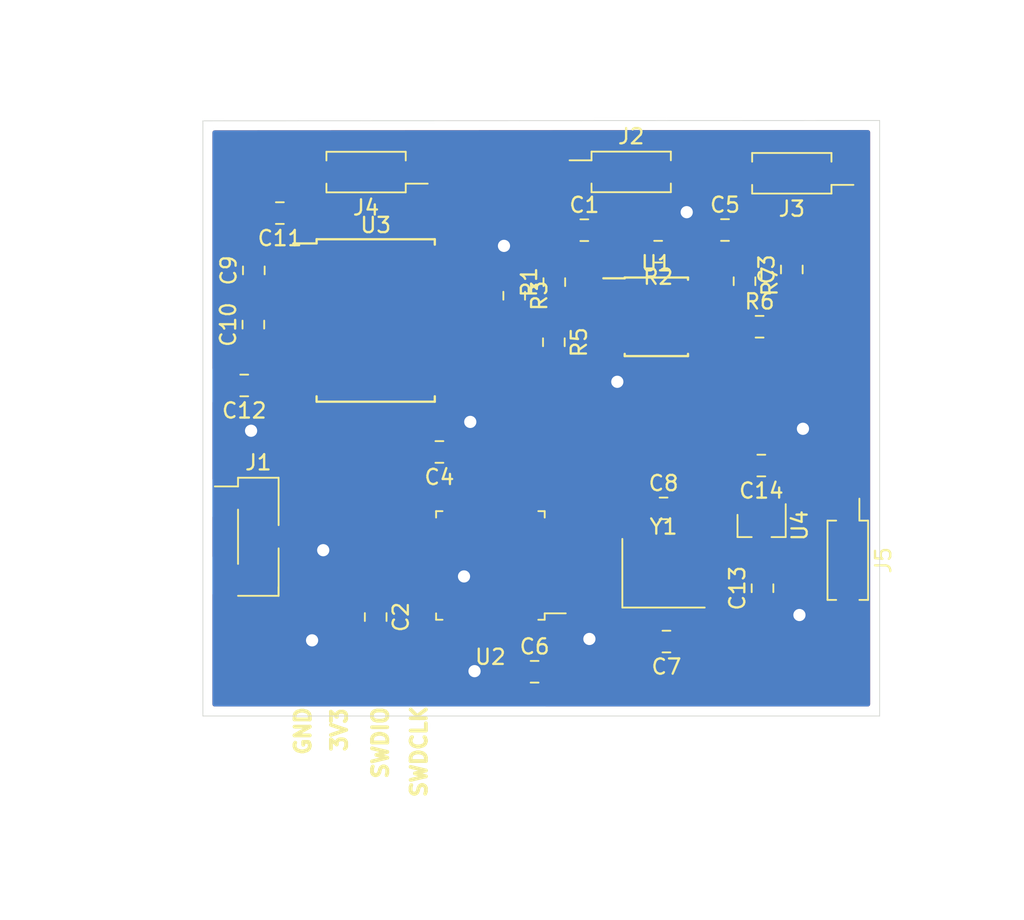
<source format=kicad_pcb>
(kicad_pcb (version 20171130) (host pcbnew 5.1.5-52549c5~84~ubuntu18.04.1)

  (general
    (thickness 1.6)
    (drawings 4)
    (tracks 233)
    (zones 0)
    (modules 31)
    (nets 63)
  )

  (page A4)
  (layers
    (0 F.Cu signal)
    (31 B.Cu signal)
    (32 B.Adhes user)
    (33 F.Adhes user)
    (34 B.Paste user)
    (35 F.Paste user)
    (36 B.SilkS user)
    (37 F.SilkS user)
    (38 B.Mask user)
    (39 F.Mask user)
    (40 Dwgs.User user)
    (41 Cmts.User user)
    (42 Eco1.User user)
    (43 Eco2.User user)
    (44 Edge.Cuts user)
    (45 Margin user)
    (46 B.CrtYd user)
    (47 F.CrtYd user)
    (48 B.Fab user)
    (49 F.Fab user)
  )

  (setup
    (last_trace_width 0.3)
    (user_trace_width 0.3)
    (user_trace_width 0.4)
    (trace_clearance 0.2)
    (zone_clearance 0.508)
    (zone_45_only no)
    (trace_min 0.2)
    (via_size 0.8)
    (via_drill 0.4)
    (via_min_size 0.4)
    (via_min_drill 0.3)
    (user_via 1.2 0.8)
    (uvia_size 0.3)
    (uvia_drill 0.1)
    (uvias_allowed no)
    (uvia_min_size 0.2)
    (uvia_min_drill 0.1)
    (edge_width 0.05)
    (segment_width 0.2)
    (pcb_text_width 0.3)
    (pcb_text_size 1.5 1.5)
    (mod_edge_width 0.12)
    (mod_text_size 1 1)
    (mod_text_width 0.15)
    (pad_size 1.524 1.524)
    (pad_drill 0.762)
    (pad_to_mask_clearance 0.051)
    (solder_mask_min_width 0.25)
    (aux_axis_origin 0 0)
    (visible_elements FFFFFF7F)
    (pcbplotparams
      (layerselection 0x010fc_ffffffff)
      (usegerberextensions false)
      (usegerberattributes false)
      (usegerberadvancedattributes false)
      (creategerberjobfile false)
      (excludeedgelayer true)
      (linewidth 0.100000)
      (plotframeref false)
      (viasonmask false)
      (mode 1)
      (useauxorigin false)
      (hpglpennumber 1)
      (hpglpenspeed 20)
      (hpglpendiameter 15.000000)
      (psnegative false)
      (psa4output false)
      (plotreference true)
      (plotvalue true)
      (plotinvisibletext false)
      (padsonsilk false)
      (subtractmaskfromsilk false)
      (outputformat 1)
      (mirror false)
      (drillshape 1)
      (scaleselection 1)
      (outputdirectory ""))
  )

  (net 0 "")
  (net 1 UTRX0A)
  (net 2 "Net-(C1-Pad1)")
  (net 3 +3V3)
  (net 4 GND)
  (net 5 UTRX1A)
  (net 6 "Net-(C3-Pad1)")
  (net 7 "Net-(C7-Pad2)")
  (net 8 "Net-(C8-Pad2)")
  (net 9 "Net-(C9-Pad2)")
  (net 10 "Net-(C9-Pad1)")
  (net 11 "Net-(C10-Pad2)")
  (net 12 "Net-(C10-Pad1)")
  (net 13 "Net-(C11-Pad1)")
  (net 14 "Net-(C12-Pad1)")
  (net 15 UART_RX)
  (net 16 UART_TX)
  (net 17 "Net-(R1-Pad1)")
  (net 18 UTRX0B)
  (net 19 ADC0)
  (net 20 "Net-(R6-Pad1)")
  (net 21 ADC1)
  (net 22 SWDIO)
  (net 23 SWDCLK)
  (net 24 "Net-(U2-Pad46)")
  (net 25 "Net-(U2-Pad45)")
  (net 26 "Net-(U2-Pad44)")
  (net 27 "Net-(U2-Pad43)")
  (net 28 "Net-(U2-Pad42)")
  (net 29 "Net-(U2-Pad41)")
  (net 30 "Net-(U2-Pad40)")
  (net 31 "Net-(U2-Pad39)")
  (net 32 "Net-(U2-Pad38)")
  (net 33 "Net-(U2-Pad33)")
  (net 34 "Net-(U2-Pad32)")
  (net 35 PWM_T1_CH1)
  (net 36 "Net-(U2-Pad28)")
  (net 37 "Net-(U2-Pad27)")
  (net 38 "Net-(U2-Pad26)")
  (net 39 "Net-(U2-Pad25)")
  (net 40 "Net-(U2-Pad22)")
  (net 41 "Net-(U2-Pad21)")
  (net 42 "Net-(U2-Pad20)")
  (net 43 "Net-(U2-Pad19)")
  (net 44 "Net-(U2-Pad18)")
  (net 45 PWM_T1_CH1N)
  (net 46 "Net-(U2-Pad16)")
  (net 47 "Net-(U2-Pad15)")
  (net 48 "Net-(U2-Pad14)")
  (net 49 "Net-(U2-Pad13)")
  (net 50 "Net-(U2-Pad12)")
  (net 51 "Net-(U2-Pad7)")
  (net 52 "Net-(U2-Pad4)")
  (net 53 "Net-(U2-Pad3)")
  (net 54 "Net-(U2-Pad2)")
  (net 55 "Net-(U2-Pad1)")
  (net 56 UTTX0A)
  (net 57 "Net-(U3-Pad13)")
  (net 58 "Net-(U3-Pad12)")
  (net 59 "Net-(U3-Pad9)")
  (net 60 "Net-(U3-Pad8)")
  (net 61 UTTX0B)
  (net 62 +5V)

  (net_class Default "This is the default net class."
    (clearance 0.2)
    (trace_width 0.25)
    (via_dia 0.8)
    (via_drill 0.4)
    (uvia_dia 0.3)
    (uvia_drill 0.1)
    (add_net +3V3)
    (add_net +5V)
    (add_net ADC0)
    (add_net ADC1)
    (add_net GND)
    (add_net "Net-(C1-Pad1)")
    (add_net "Net-(C10-Pad1)")
    (add_net "Net-(C10-Pad2)")
    (add_net "Net-(C11-Pad1)")
    (add_net "Net-(C12-Pad1)")
    (add_net "Net-(C3-Pad1)")
    (add_net "Net-(C7-Pad2)")
    (add_net "Net-(C8-Pad2)")
    (add_net "Net-(C9-Pad1)")
    (add_net "Net-(C9-Pad2)")
    (add_net "Net-(R1-Pad1)")
    (add_net "Net-(R6-Pad1)")
    (add_net "Net-(U2-Pad1)")
    (add_net "Net-(U2-Pad12)")
    (add_net "Net-(U2-Pad13)")
    (add_net "Net-(U2-Pad14)")
    (add_net "Net-(U2-Pad15)")
    (add_net "Net-(U2-Pad16)")
    (add_net "Net-(U2-Pad18)")
    (add_net "Net-(U2-Pad19)")
    (add_net "Net-(U2-Pad2)")
    (add_net "Net-(U2-Pad20)")
    (add_net "Net-(U2-Pad21)")
    (add_net "Net-(U2-Pad22)")
    (add_net "Net-(U2-Pad25)")
    (add_net "Net-(U2-Pad26)")
    (add_net "Net-(U2-Pad27)")
    (add_net "Net-(U2-Pad28)")
    (add_net "Net-(U2-Pad3)")
    (add_net "Net-(U2-Pad32)")
    (add_net "Net-(U2-Pad33)")
    (add_net "Net-(U2-Pad38)")
    (add_net "Net-(U2-Pad39)")
    (add_net "Net-(U2-Pad4)")
    (add_net "Net-(U2-Pad40)")
    (add_net "Net-(U2-Pad41)")
    (add_net "Net-(U2-Pad42)")
    (add_net "Net-(U2-Pad43)")
    (add_net "Net-(U2-Pad44)")
    (add_net "Net-(U2-Pad45)")
    (add_net "Net-(U2-Pad46)")
    (add_net "Net-(U2-Pad7)")
    (add_net "Net-(U3-Pad12)")
    (add_net "Net-(U3-Pad13)")
    (add_net "Net-(U3-Pad8)")
    (add_net "Net-(U3-Pad9)")
    (add_net PWM_T1_CH1)
    (add_net PWM_T1_CH1N)
    (add_net SWDCLK)
    (add_net SWDIO)
    (add_net UART_RX)
    (add_net UART_TX)
    (add_net UTRX0A)
    (add_net UTRX0B)
    (add_net UTRX1A)
    (add_net UTTX0A)
    (add_net UTTX0B)
  )

  (module Package_TO_SOT_SMD:SOT-23 (layer F.Cu) (tedit 5A02FF57) (tstamp 5E97879A)
    (at 141.48 74.44 270)
    (descr "SOT-23, Standard")
    (tags SOT-23)
    (path /5EB2EBD6)
    (attr smd)
    (fp_text reference U4 (at 0 -2.5 90) (layer F.SilkS)
      (effects (font (size 1 1) (thickness 0.15)))
    )
    (fp_text value MCP1703A-3302_SOT23 (at 0 2.5 90) (layer F.Fab)
      (effects (font (size 1 1) (thickness 0.15)))
    )
    (fp_line (start 0.76 1.58) (end -0.7 1.58) (layer F.SilkS) (width 0.12))
    (fp_line (start 0.76 -1.58) (end -1.4 -1.58) (layer F.SilkS) (width 0.12))
    (fp_line (start -1.7 1.75) (end -1.7 -1.75) (layer F.CrtYd) (width 0.05))
    (fp_line (start 1.7 1.75) (end -1.7 1.75) (layer F.CrtYd) (width 0.05))
    (fp_line (start 1.7 -1.75) (end 1.7 1.75) (layer F.CrtYd) (width 0.05))
    (fp_line (start -1.7 -1.75) (end 1.7 -1.75) (layer F.CrtYd) (width 0.05))
    (fp_line (start 0.76 -1.58) (end 0.76 -0.65) (layer F.SilkS) (width 0.12))
    (fp_line (start 0.76 1.58) (end 0.76 0.65) (layer F.SilkS) (width 0.12))
    (fp_line (start -0.7 1.52) (end 0.7 1.52) (layer F.Fab) (width 0.1))
    (fp_line (start 0.7 -1.52) (end 0.7 1.52) (layer F.Fab) (width 0.1))
    (fp_line (start -0.7 -0.95) (end -0.15 -1.52) (layer F.Fab) (width 0.1))
    (fp_line (start -0.15 -1.52) (end 0.7 -1.52) (layer F.Fab) (width 0.1))
    (fp_line (start -0.7 -0.95) (end -0.7 1.5) (layer F.Fab) (width 0.1))
    (fp_text user %R (at 0 0) (layer F.Fab)
      (effects (font (size 0.5 0.5) (thickness 0.075)))
    )
    (pad 3 smd rect (at 1 0 270) (size 0.9 0.8) (layers F.Cu F.Paste F.Mask)
      (net 62 +5V))
    (pad 2 smd rect (at -1 0.95 270) (size 0.9 0.8) (layers F.Cu F.Paste F.Mask)
      (net 3 +3V3))
    (pad 1 smd rect (at -1 -0.95 270) (size 0.9 0.8) (layers F.Cu F.Paste F.Mask)
      (net 4 GND))
    (model ${KISYS3DMOD}/Package_TO_SOT_SMD.3dshapes/SOT-23.wrl
      (at (xyz 0 0 0))
      (scale (xyz 1 1 1))
      (rotate (xyz 0 0 0))
    )
  )

  (module Connector_PinHeader_2.54mm:PinHeader_2x01_P2.54mm_Vertical_SMD (layer F.Cu) (tedit 59FED5CC) (tstamp 5E978581)
    (at 147.13 76.72 270)
    (descr "surface-mounted straight pin header, 2x01, 2.54mm pitch, double rows")
    (tags "Surface mounted pin header SMD 2x01 2.54mm double row")
    (path /5EB4A630)
    (attr smd)
    (fp_text reference J5 (at 0 -2.33 90) (layer F.SilkS)
      (effects (font (size 1 1) (thickness 0.15)))
    )
    (fp_text value Conn_01x02_Male (at 0 2.33 90) (layer F.Fab)
      (effects (font (size 1 1) (thickness 0.15)))
    )
    (fp_text user %R (at 0 0) (layer F.Fab)
      (effects (font (size 1 1) (thickness 0.15)))
    )
    (fp_line (start 5.9 -1.8) (end -5.9 -1.8) (layer F.CrtYd) (width 0.05))
    (fp_line (start 5.9 1.8) (end 5.9 -1.8) (layer F.CrtYd) (width 0.05))
    (fp_line (start -5.9 1.8) (end 5.9 1.8) (layer F.CrtYd) (width 0.05))
    (fp_line (start -5.9 -1.8) (end -5.9 1.8) (layer F.CrtYd) (width 0.05))
    (fp_line (start 2.6 0.76) (end 2.6 1.33) (layer F.SilkS) (width 0.12))
    (fp_line (start -2.6 0.76) (end -2.6 1.33) (layer F.SilkS) (width 0.12))
    (fp_line (start 2.6 -1.33) (end 2.6 -0.76) (layer F.SilkS) (width 0.12))
    (fp_line (start -2.6 -1.33) (end -2.6 -0.76) (layer F.SilkS) (width 0.12))
    (fp_line (start -4.04 -0.76) (end -2.6 -0.76) (layer F.SilkS) (width 0.12))
    (fp_line (start -2.6 1.33) (end 2.6 1.33) (layer F.SilkS) (width 0.12))
    (fp_line (start -2.6 -1.33) (end 2.6 -1.33) (layer F.SilkS) (width 0.12))
    (fp_line (start 3.6 0.32) (end 2.54 0.32) (layer F.Fab) (width 0.1))
    (fp_line (start 3.6 -0.32) (end 3.6 0.32) (layer F.Fab) (width 0.1))
    (fp_line (start 2.54 -0.32) (end 3.6 -0.32) (layer F.Fab) (width 0.1))
    (fp_line (start -3.6 0.32) (end -2.54 0.32) (layer F.Fab) (width 0.1))
    (fp_line (start -3.6 -0.32) (end -3.6 0.32) (layer F.Fab) (width 0.1))
    (fp_line (start -2.54 -0.32) (end -3.6 -0.32) (layer F.Fab) (width 0.1))
    (fp_line (start 2.54 -1.27) (end 2.54 1.27) (layer F.Fab) (width 0.1))
    (fp_line (start -2.54 -0.32) (end -1.59 -1.27) (layer F.Fab) (width 0.1))
    (fp_line (start -2.54 1.27) (end -2.54 -0.32) (layer F.Fab) (width 0.1))
    (fp_line (start -1.59 -1.27) (end 2.54 -1.27) (layer F.Fab) (width 0.1))
    (fp_line (start 2.54 1.27) (end -2.54 1.27) (layer F.Fab) (width 0.1))
    (pad 2 smd rect (at 2.525 0 270) (size 3.15 1) (layers F.Cu F.Paste F.Mask)
      (net 4 GND))
    (pad 1 smd rect (at -2.525 0 270) (size 3.15 1) (layers F.Cu F.Paste F.Mask)
      (net 62 +5V))
    (model ${KISYS3DMOD}/Connector_PinHeader_2.54mm.3dshapes/PinHeader_2x01_P2.54mm_Vertical_SMD.wrl
      (at (xyz 0 0 0))
      (scale (xyz 1 1 1))
      (rotate (xyz 0 0 0))
    )
  )

  (module Capacitor_SMD:C_0805_2012Metric (layer F.Cu) (tedit 5B36C52B) (tstamp 5E97847A)
    (at 141.4625 70.51 180)
    (descr "Capacitor SMD 0805 (2012 Metric), square (rectangular) end terminal, IPC_7351 nominal, (Body size source: https://docs.google.com/spreadsheets/d/1BsfQQcO9C6DZCsRaXUlFlo91Tg2WpOkGARC1WS5S8t0/edit?usp=sharing), generated with kicad-footprint-generator")
    (tags capacitor)
    (path /5EB396E9)
    (attr smd)
    (fp_text reference C14 (at 0 -1.65) (layer F.SilkS)
      (effects (font (size 1 1) (thickness 0.15)))
    )
    (fp_text value 1uF (at 0 1.65) (layer F.Fab)
      (effects (font (size 1 1) (thickness 0.15)))
    )
    (fp_text user %R (at 0 0) (layer F.Fab)
      (effects (font (size 0.5 0.5) (thickness 0.08)))
    )
    (fp_line (start 1.68 0.95) (end -1.68 0.95) (layer F.CrtYd) (width 0.05))
    (fp_line (start 1.68 -0.95) (end 1.68 0.95) (layer F.CrtYd) (width 0.05))
    (fp_line (start -1.68 -0.95) (end 1.68 -0.95) (layer F.CrtYd) (width 0.05))
    (fp_line (start -1.68 0.95) (end -1.68 -0.95) (layer F.CrtYd) (width 0.05))
    (fp_line (start -0.258578 0.71) (end 0.258578 0.71) (layer F.SilkS) (width 0.12))
    (fp_line (start -0.258578 -0.71) (end 0.258578 -0.71) (layer F.SilkS) (width 0.12))
    (fp_line (start 1 0.6) (end -1 0.6) (layer F.Fab) (width 0.1))
    (fp_line (start 1 -0.6) (end 1 0.6) (layer F.Fab) (width 0.1))
    (fp_line (start -1 -0.6) (end 1 -0.6) (layer F.Fab) (width 0.1))
    (fp_line (start -1 0.6) (end -1 -0.6) (layer F.Fab) (width 0.1))
    (pad 2 smd roundrect (at 0.9375 0 180) (size 0.975 1.4) (layers F.Cu F.Paste F.Mask) (roundrect_rratio 0.25)
      (net 3 +3V3))
    (pad 1 smd roundrect (at -0.9375 0 180) (size 0.975 1.4) (layers F.Cu F.Paste F.Mask) (roundrect_rratio 0.25)
      (net 4 GND))
    (model ${KISYS3DMOD}/Capacitor_SMD.3dshapes/C_0805_2012Metric.wrl
      (at (xyz 0 0 0))
      (scale (xyz 1 1 1))
      (rotate (xyz 0 0 0))
    )
  )

  (module Capacitor_SMD:C_0805_2012Metric (layer F.Cu) (tedit 5B36C52B) (tstamp 5E978469)
    (at 141.54 78.5525 90)
    (descr "Capacitor SMD 0805 (2012 Metric), square (rectangular) end terminal, IPC_7351 nominal, (Body size source: https://docs.google.com/spreadsheets/d/1BsfQQcO9C6DZCsRaXUlFlo91Tg2WpOkGARC1WS5S8t0/edit?usp=sharing), generated with kicad-footprint-generator")
    (tags capacitor)
    (path /5EB35CFD)
    (attr smd)
    (fp_text reference C13 (at 0 -1.65 90) (layer F.SilkS)
      (effects (font (size 1 1) (thickness 0.15)))
    )
    (fp_text value 1uF (at 0 1.65 90) (layer F.Fab)
      (effects (font (size 1 1) (thickness 0.15)))
    )
    (fp_text user %R (at 0 0 90) (layer F.Fab)
      (effects (font (size 0.5 0.5) (thickness 0.08)))
    )
    (fp_line (start 1.68 0.95) (end -1.68 0.95) (layer F.CrtYd) (width 0.05))
    (fp_line (start 1.68 -0.95) (end 1.68 0.95) (layer F.CrtYd) (width 0.05))
    (fp_line (start -1.68 -0.95) (end 1.68 -0.95) (layer F.CrtYd) (width 0.05))
    (fp_line (start -1.68 0.95) (end -1.68 -0.95) (layer F.CrtYd) (width 0.05))
    (fp_line (start -0.258578 0.71) (end 0.258578 0.71) (layer F.SilkS) (width 0.12))
    (fp_line (start -0.258578 -0.71) (end 0.258578 -0.71) (layer F.SilkS) (width 0.12))
    (fp_line (start 1 0.6) (end -1 0.6) (layer F.Fab) (width 0.1))
    (fp_line (start 1 -0.6) (end 1 0.6) (layer F.Fab) (width 0.1))
    (fp_line (start -1 -0.6) (end 1 -0.6) (layer F.Fab) (width 0.1))
    (fp_line (start -1 0.6) (end -1 -0.6) (layer F.Fab) (width 0.1))
    (pad 2 smd roundrect (at 0.9375 0 90) (size 0.975 1.4) (layers F.Cu F.Paste F.Mask) (roundrect_rratio 0.25)
      (net 62 +5V))
    (pad 1 smd roundrect (at -0.9375 0 90) (size 0.975 1.4) (layers F.Cu F.Paste F.Mask) (roundrect_rratio 0.25)
      (net 4 GND))
    (model ${KISYS3DMOD}/Capacitor_SMD.3dshapes/C_0805_2012Metric.wrl
      (at (xyz 0 0 0))
      (scale (xyz 1 1 1))
      (rotate (xyz 0 0 0))
    )
  )

  (module Connector_PinHeader_2.54mm:PinHeader_2x01_P2.54mm_Vertical_SMD (layer F.Cu) (tedit 59FED5CC) (tstamp 5E974320)
    (at 115.55 51.27 180)
    (descr "surface-mounted straight pin header, 2x01, 2.54mm pitch, double rows")
    (tags "Surface mounted pin header SMD 2x01 2.54mm double row")
    (path /5EAFE4AE)
    (attr smd)
    (fp_text reference J4 (at 0 -2.33) (layer F.SilkS)
      (effects (font (size 1 1) (thickness 0.15)))
    )
    (fp_text value Conn_01x02_Male (at 0 2.33) (layer F.Fab)
      (effects (font (size 1 1) (thickness 0.15)))
    )
    (fp_text user %R (at 0 0 90) (layer F.Fab)
      (effects (font (size 1 1) (thickness 0.15)))
    )
    (fp_line (start 5.9 -1.8) (end -5.9 -1.8) (layer F.CrtYd) (width 0.05))
    (fp_line (start 5.9 1.8) (end 5.9 -1.8) (layer F.CrtYd) (width 0.05))
    (fp_line (start -5.9 1.8) (end 5.9 1.8) (layer F.CrtYd) (width 0.05))
    (fp_line (start -5.9 -1.8) (end -5.9 1.8) (layer F.CrtYd) (width 0.05))
    (fp_line (start 2.6 0.76) (end 2.6 1.33) (layer F.SilkS) (width 0.12))
    (fp_line (start -2.6 0.76) (end -2.6 1.33) (layer F.SilkS) (width 0.12))
    (fp_line (start 2.6 -1.33) (end 2.6 -0.76) (layer F.SilkS) (width 0.12))
    (fp_line (start -2.6 -1.33) (end -2.6 -0.76) (layer F.SilkS) (width 0.12))
    (fp_line (start -4.04 -0.76) (end -2.6 -0.76) (layer F.SilkS) (width 0.12))
    (fp_line (start -2.6 1.33) (end 2.6 1.33) (layer F.SilkS) (width 0.12))
    (fp_line (start -2.6 -1.33) (end 2.6 -1.33) (layer F.SilkS) (width 0.12))
    (fp_line (start 3.6 0.32) (end 2.54 0.32) (layer F.Fab) (width 0.1))
    (fp_line (start 3.6 -0.32) (end 3.6 0.32) (layer F.Fab) (width 0.1))
    (fp_line (start 2.54 -0.32) (end 3.6 -0.32) (layer F.Fab) (width 0.1))
    (fp_line (start -3.6 0.32) (end -2.54 0.32) (layer F.Fab) (width 0.1))
    (fp_line (start -3.6 -0.32) (end -3.6 0.32) (layer F.Fab) (width 0.1))
    (fp_line (start -2.54 -0.32) (end -3.6 -0.32) (layer F.Fab) (width 0.1))
    (fp_line (start 2.54 -1.27) (end 2.54 1.27) (layer F.Fab) (width 0.1))
    (fp_line (start -2.54 -0.32) (end -1.59 -1.27) (layer F.Fab) (width 0.1))
    (fp_line (start -2.54 1.27) (end -2.54 -0.32) (layer F.Fab) (width 0.1))
    (fp_line (start -1.59 -1.27) (end 2.54 -1.27) (layer F.Fab) (width 0.1))
    (fp_line (start 2.54 1.27) (end -2.54 1.27) (layer F.Fab) (width 0.1))
    (pad 2 smd rect (at 2.525 0 180) (size 3.15 1) (layers F.Cu F.Paste F.Mask)
      (net 61 UTTX0B))
    (pad 1 smd rect (at -2.525 0 180) (size 3.15 1) (layers F.Cu F.Paste F.Mask)
      (net 56 UTTX0A))
    (model ${KISYS3DMOD}/Connector_PinHeader_2.54mm.3dshapes/PinHeader_2x01_P2.54mm_Vertical_SMD.wrl
      (at (xyz 0 0 0))
      (scale (xyz 1 1 1))
      (rotate (xyz 0 0 0))
    )
  )

  (module Connector_PinHeader_2.54mm:PinHeader_2x01_P2.54mm_Vertical_SMD (layer F.Cu) (tedit 59FED5CC) (tstamp 5E974303)
    (at 143.46 51.35 180)
    (descr "surface-mounted straight pin header, 2x01, 2.54mm pitch, double rows")
    (tags "Surface mounted pin header SMD 2x01 2.54mm double row")
    (path /5EAFDF07)
    (attr smd)
    (fp_text reference J3 (at 0 -2.33) (layer F.SilkS)
      (effects (font (size 1 1) (thickness 0.15)))
    )
    (fp_text value Conn_01x02_Male (at 0 2.33) (layer F.Fab)
      (effects (font (size 1 1) (thickness 0.15)))
    )
    (fp_text user %R (at 0 0 90) (layer F.Fab)
      (effects (font (size 1 1) (thickness 0.15)))
    )
    (fp_line (start 5.9 -1.8) (end -5.9 -1.8) (layer F.CrtYd) (width 0.05))
    (fp_line (start 5.9 1.8) (end 5.9 -1.8) (layer F.CrtYd) (width 0.05))
    (fp_line (start -5.9 1.8) (end 5.9 1.8) (layer F.CrtYd) (width 0.05))
    (fp_line (start -5.9 -1.8) (end -5.9 1.8) (layer F.CrtYd) (width 0.05))
    (fp_line (start 2.6 0.76) (end 2.6 1.33) (layer F.SilkS) (width 0.12))
    (fp_line (start -2.6 0.76) (end -2.6 1.33) (layer F.SilkS) (width 0.12))
    (fp_line (start 2.6 -1.33) (end 2.6 -0.76) (layer F.SilkS) (width 0.12))
    (fp_line (start -2.6 -1.33) (end -2.6 -0.76) (layer F.SilkS) (width 0.12))
    (fp_line (start -4.04 -0.76) (end -2.6 -0.76) (layer F.SilkS) (width 0.12))
    (fp_line (start -2.6 1.33) (end 2.6 1.33) (layer F.SilkS) (width 0.12))
    (fp_line (start -2.6 -1.33) (end 2.6 -1.33) (layer F.SilkS) (width 0.12))
    (fp_line (start 3.6 0.32) (end 2.54 0.32) (layer F.Fab) (width 0.1))
    (fp_line (start 3.6 -0.32) (end 3.6 0.32) (layer F.Fab) (width 0.1))
    (fp_line (start 2.54 -0.32) (end 3.6 -0.32) (layer F.Fab) (width 0.1))
    (fp_line (start -3.6 0.32) (end -2.54 0.32) (layer F.Fab) (width 0.1))
    (fp_line (start -3.6 -0.32) (end -3.6 0.32) (layer F.Fab) (width 0.1))
    (fp_line (start -2.54 -0.32) (end -3.6 -0.32) (layer F.Fab) (width 0.1))
    (fp_line (start 2.54 -1.27) (end 2.54 1.27) (layer F.Fab) (width 0.1))
    (fp_line (start -2.54 -0.32) (end -1.59 -1.27) (layer F.Fab) (width 0.1))
    (fp_line (start -2.54 1.27) (end -2.54 -0.32) (layer F.Fab) (width 0.1))
    (fp_line (start -1.59 -1.27) (end 2.54 -1.27) (layer F.Fab) (width 0.1))
    (fp_line (start 2.54 1.27) (end -2.54 1.27) (layer F.Fab) (width 0.1))
    (pad 2 smd rect (at 2.525 0 180) (size 3.15 1) (layers F.Cu F.Paste F.Mask)
      (net 18 UTRX0B))
    (pad 1 smd rect (at -2.525 0 180) (size 3.15 1) (layers F.Cu F.Paste F.Mask)
      (net 5 UTRX1A))
    (model ${KISYS3DMOD}/Connector_PinHeader_2.54mm.3dshapes/PinHeader_2x01_P2.54mm_Vertical_SMD.wrl
      (at (xyz 0 0 0))
      (scale (xyz 1 1 1))
      (rotate (xyz 0 0 0))
    )
  )

  (module Connector_PinHeader_2.54mm:PinHeader_2x01_P2.54mm_Vertical_SMD (layer F.Cu) (tedit 59FED5CC) (tstamp 5E9742E6)
    (at 132.93 51.26)
    (descr "surface-mounted straight pin header, 2x01, 2.54mm pitch, double rows")
    (tags "Surface mounted pin header SMD 2x01 2.54mm double row")
    (path /5EAFCD3B)
    (attr smd)
    (fp_text reference J2 (at 0 -2.33) (layer F.SilkS)
      (effects (font (size 1 1) (thickness 0.15)))
    )
    (fp_text value Conn_01x02_Male (at 0 2.33) (layer F.Fab)
      (effects (font (size 1 1) (thickness 0.15)))
    )
    (fp_text user %R (at 0 0 90) (layer F.Fab)
      (effects (font (size 1 1) (thickness 0.15)))
    )
    (fp_line (start 5.9 -1.8) (end -5.9 -1.8) (layer F.CrtYd) (width 0.05))
    (fp_line (start 5.9 1.8) (end 5.9 -1.8) (layer F.CrtYd) (width 0.05))
    (fp_line (start -5.9 1.8) (end 5.9 1.8) (layer F.CrtYd) (width 0.05))
    (fp_line (start -5.9 -1.8) (end -5.9 1.8) (layer F.CrtYd) (width 0.05))
    (fp_line (start 2.6 0.76) (end 2.6 1.33) (layer F.SilkS) (width 0.12))
    (fp_line (start -2.6 0.76) (end -2.6 1.33) (layer F.SilkS) (width 0.12))
    (fp_line (start 2.6 -1.33) (end 2.6 -0.76) (layer F.SilkS) (width 0.12))
    (fp_line (start -2.6 -1.33) (end -2.6 -0.76) (layer F.SilkS) (width 0.12))
    (fp_line (start -4.04 -0.76) (end -2.6 -0.76) (layer F.SilkS) (width 0.12))
    (fp_line (start -2.6 1.33) (end 2.6 1.33) (layer F.SilkS) (width 0.12))
    (fp_line (start -2.6 -1.33) (end 2.6 -1.33) (layer F.SilkS) (width 0.12))
    (fp_line (start 3.6 0.32) (end 2.54 0.32) (layer F.Fab) (width 0.1))
    (fp_line (start 3.6 -0.32) (end 3.6 0.32) (layer F.Fab) (width 0.1))
    (fp_line (start 2.54 -0.32) (end 3.6 -0.32) (layer F.Fab) (width 0.1))
    (fp_line (start -3.6 0.32) (end -2.54 0.32) (layer F.Fab) (width 0.1))
    (fp_line (start -3.6 -0.32) (end -3.6 0.32) (layer F.Fab) (width 0.1))
    (fp_line (start -2.54 -0.32) (end -3.6 -0.32) (layer F.Fab) (width 0.1))
    (fp_line (start 2.54 -1.27) (end 2.54 1.27) (layer F.Fab) (width 0.1))
    (fp_line (start -2.54 -0.32) (end -1.59 -1.27) (layer F.Fab) (width 0.1))
    (fp_line (start -2.54 1.27) (end -2.54 -0.32) (layer F.Fab) (width 0.1))
    (fp_line (start -1.59 -1.27) (end 2.54 -1.27) (layer F.Fab) (width 0.1))
    (fp_line (start 2.54 1.27) (end -2.54 1.27) (layer F.Fab) (width 0.1))
    (pad 2 smd rect (at 2.525 0) (size 3.15 1) (layers F.Cu F.Paste F.Mask)
      (net 18 UTRX0B))
    (pad 1 smd rect (at -2.525 0) (size 3.15 1) (layers F.Cu F.Paste F.Mask)
      (net 1 UTRX0A))
    (model ${KISYS3DMOD}/Connector_PinHeader_2.54mm.3dshapes/PinHeader_2x01_P2.54mm_Vertical_SMD.wrl
      (at (xyz 0 0 0))
      (scale (xyz 1 1 1))
      (rotate (xyz 0 0 0))
    )
  )

  (module Crystal:Crystal_SMD_3225-4Pin_3.2x2.5mm_HandSoldering (layer F.Cu) (tedit 5A0FD1B2) (tstamp 5E9739AE)
    (at 135.05 77.57)
    (descr "SMD Crystal SERIES SMD3225/4 http://www.txccrystal.com/images/pdf/7m-accuracy.pdf, hand-soldering, 3.2x2.5mm^2 package")
    (tags "SMD SMT crystal hand-soldering")
    (path /5EA9F55D)
    (attr smd)
    (fp_text reference Y1 (at 0 -3.05) (layer F.SilkS)
      (effects (font (size 1 1) (thickness 0.15)))
    )
    (fp_text value Crystal_GND24 (at 0 3.05) (layer F.Fab)
      (effects (font (size 1 1) (thickness 0.15)))
    )
    (fp_line (start 2.8 -2.3) (end -2.8 -2.3) (layer F.CrtYd) (width 0.05))
    (fp_line (start 2.8 2.3) (end 2.8 -2.3) (layer F.CrtYd) (width 0.05))
    (fp_line (start -2.8 2.3) (end 2.8 2.3) (layer F.CrtYd) (width 0.05))
    (fp_line (start -2.8 -2.3) (end -2.8 2.3) (layer F.CrtYd) (width 0.05))
    (fp_line (start -2.7 2.25) (end 2.7 2.25) (layer F.SilkS) (width 0.12))
    (fp_line (start -2.7 -2.25) (end -2.7 2.25) (layer F.SilkS) (width 0.12))
    (fp_line (start -1.6 0.25) (end -0.6 1.25) (layer F.Fab) (width 0.1))
    (fp_line (start 1.6 -1.25) (end -1.6 -1.25) (layer F.Fab) (width 0.1))
    (fp_line (start 1.6 1.25) (end 1.6 -1.25) (layer F.Fab) (width 0.1))
    (fp_line (start -1.6 1.25) (end 1.6 1.25) (layer F.Fab) (width 0.1))
    (fp_line (start -1.6 -1.25) (end -1.6 1.25) (layer F.Fab) (width 0.1))
    (fp_text user %R (at 0 0) (layer F.Fab)
      (effects (font (size 0.7 0.7) (thickness 0.105)))
    )
    (pad 4 smd rect (at -1.45 -1.15) (size 2.1 1.8) (layers F.Cu F.Paste F.Mask)
      (net 4 GND))
    (pad 3 smd rect (at 1.45 -1.15) (size 2.1 1.8) (layers F.Cu F.Paste F.Mask)
      (net 8 "Net-(C8-Pad2)"))
    (pad 2 smd rect (at 1.45 1.15) (size 2.1 1.8) (layers F.Cu F.Paste F.Mask)
      (net 4 GND))
    (pad 1 smd rect (at -1.45 1.15) (size 2.1 1.8) (layers F.Cu F.Paste F.Mask)
      (net 7 "Net-(C7-Pad2)"))
    (model ${KISYS3DMOD}/Crystal.3dshapes/Crystal_SMD_3225-4Pin_3.2x2.5mm_HandSoldering.wrl
      (at (xyz 0 0 0))
      (scale (xyz 1 1 1))
      (rotate (xyz 0 0 0))
    )
  )

  (module Package_SO:SOIC-16W_7.5x10.3mm_P1.27mm (layer F.Cu) (tedit 5A02F2D3) (tstamp 5E97399A)
    (at 116.18 61)
    (descr "16-Lead Plastic Small Outline (SO) - Wide, 7.50 mm Body [SOIC] (see Microchip Packaging Specification 00000049BS.pdf)")
    (tags "SOIC 1.27")
    (path /5E97BE23)
    (attr smd)
    (fp_text reference U3 (at 0 -6.25) (layer F.SilkS)
      (effects (font (size 1 1) (thickness 0.15)))
    )
    (fp_text value MAX3232 (at 0 6.25) (layer F.Fab)
      (effects (font (size 1 1) (thickness 0.15)))
    )
    (fp_line (start -3.875 -5.05) (end -5.4 -5.05) (layer F.SilkS) (width 0.15))
    (fp_line (start -3.875 5.325) (end 3.875 5.325) (layer F.SilkS) (width 0.15))
    (fp_line (start -3.875 -5.325) (end 3.875 -5.325) (layer F.SilkS) (width 0.15))
    (fp_line (start -3.875 5.325) (end -3.875 4.97) (layer F.SilkS) (width 0.15))
    (fp_line (start 3.875 5.325) (end 3.875 4.97) (layer F.SilkS) (width 0.15))
    (fp_line (start 3.875 -5.325) (end 3.875 -4.97) (layer F.SilkS) (width 0.15))
    (fp_line (start -3.875 -5.325) (end -3.875 -5.05) (layer F.SilkS) (width 0.15))
    (fp_line (start -5.65 5.5) (end 5.65 5.5) (layer F.CrtYd) (width 0.05))
    (fp_line (start -5.65 -5.5) (end 5.65 -5.5) (layer F.CrtYd) (width 0.05))
    (fp_line (start 5.65 -5.5) (end 5.65 5.5) (layer F.CrtYd) (width 0.05))
    (fp_line (start -5.65 -5.5) (end -5.65 5.5) (layer F.CrtYd) (width 0.05))
    (fp_line (start -3.75 -4.15) (end -2.75 -5.15) (layer F.Fab) (width 0.15))
    (fp_line (start -3.75 5.15) (end -3.75 -4.15) (layer F.Fab) (width 0.15))
    (fp_line (start 3.75 5.15) (end -3.75 5.15) (layer F.Fab) (width 0.15))
    (fp_line (start 3.75 -5.15) (end 3.75 5.15) (layer F.Fab) (width 0.15))
    (fp_line (start -2.75 -5.15) (end 3.75 -5.15) (layer F.Fab) (width 0.15))
    (fp_text user %R (at 0 0) (layer F.Fab)
      (effects (font (size 1 1) (thickness 0.15)))
    )
    (pad 16 smd rect (at 4.65 -4.445) (size 1.5 0.6) (layers F.Cu F.Paste F.Mask)
      (net 3 +3V3))
    (pad 15 smd rect (at 4.65 -3.175) (size 1.5 0.6) (layers F.Cu F.Paste F.Mask)
      (net 4 GND))
    (pad 14 smd rect (at 4.65 -1.905) (size 1.5 0.6) (layers F.Cu F.Paste F.Mask)
      (net 56 UTTX0A))
    (pad 13 smd rect (at 4.65 -0.635) (size 1.5 0.6) (layers F.Cu F.Paste F.Mask)
      (net 57 "Net-(U3-Pad13)"))
    (pad 12 smd rect (at 4.65 0.635) (size 1.5 0.6) (layers F.Cu F.Paste F.Mask)
      (net 58 "Net-(U3-Pad12)"))
    (pad 11 smd rect (at 4.65 1.905) (size 1.5 0.6) (layers F.Cu F.Paste F.Mask)
      (net 35 PWM_T1_CH1))
    (pad 10 smd rect (at 4.65 3.175) (size 1.5 0.6) (layers F.Cu F.Paste F.Mask)
      (net 45 PWM_T1_CH1N))
    (pad 9 smd rect (at 4.65 4.445) (size 1.5 0.6) (layers F.Cu F.Paste F.Mask)
      (net 59 "Net-(U3-Pad9)"))
    (pad 8 smd rect (at -4.65 4.445) (size 1.5 0.6) (layers F.Cu F.Paste F.Mask)
      (net 60 "Net-(U3-Pad8)"))
    (pad 7 smd rect (at -4.65 3.175) (size 1.5 0.6) (layers F.Cu F.Paste F.Mask)
      (net 61 UTTX0B))
    (pad 6 smd rect (at -4.65 1.905) (size 1.5 0.6) (layers F.Cu F.Paste F.Mask)
      (net 14 "Net-(C12-Pad1)"))
    (pad 5 smd rect (at -4.65 0.635) (size 1.5 0.6) (layers F.Cu F.Paste F.Mask)
      (net 12 "Net-(C10-Pad1)"))
    (pad 4 smd rect (at -4.65 -0.635) (size 1.5 0.6) (layers F.Cu F.Paste F.Mask)
      (net 11 "Net-(C10-Pad2)"))
    (pad 3 smd rect (at -4.65 -1.905) (size 1.5 0.6) (layers F.Cu F.Paste F.Mask)
      (net 10 "Net-(C9-Pad1)"))
    (pad 2 smd rect (at -4.65 -3.175) (size 1.5 0.6) (layers F.Cu F.Paste F.Mask)
      (net 13 "Net-(C11-Pad1)"))
    (pad 1 smd rect (at -4.65 -4.445) (size 1.5 0.6) (layers F.Cu F.Paste F.Mask)
      (net 9 "Net-(C9-Pad2)"))
    (model ${KISYS3DMOD}/Package_SO.3dshapes/SOIC-16W_7.5x10.3mm_P1.27mm.wrl
      (at (xyz 0 0 0))
      (scale (xyz 1 1 1))
      (rotate (xyz 0 0 0))
    )
  )

  (module Package_QFP:LQFP-48_7x7mm_P0.5mm (layer F.Cu) (tedit 5A5E2375) (tstamp 5E973975)
    (at 123.7 77.06 180)
    (descr "48 LEAD LQFP 7x7mm (see MICREL LQFP7x7-48LD-PL-1.pdf)")
    (tags "QFP 0.5")
    (path /5E96ECDA)
    (attr smd)
    (fp_text reference U2 (at 0 -6) (layer F.SilkS)
      (effects (font (size 1 1) (thickness 0.15)))
    )
    (fp_text value STM32F103CBTx (at 0 6) (layer F.Fab)
      (effects (font (size 1 1) (thickness 0.15)))
    )
    (fp_line (start -3.13 -3.75) (end -3.75 -3.75) (layer F.CrtYd) (width 0.05))
    (fp_line (start -3.75 -3.13) (end -3.75 -3.75) (layer F.CrtYd) (width 0.05))
    (fp_line (start -3.13 3.75) (end -3.75 3.75) (layer F.CrtYd) (width 0.05))
    (fp_line (start -3.75 3.13) (end -3.75 3.75) (layer F.CrtYd) (width 0.05))
    (fp_line (start 3.75 -3.13) (end 3.75 -3.75) (layer F.CrtYd) (width 0.05))
    (fp_line (start 3.13 -3.75) (end 3.75 -3.75) (layer F.CrtYd) (width 0.05))
    (fp_line (start -3.13 3.75) (end -3.13 5.25) (layer F.CrtYd) (width 0.05))
    (fp_line (start -3.75 3.13) (end -5.25 3.13) (layer F.CrtYd) (width 0.05))
    (fp_line (start -3.75 -3.13) (end -5.25 -3.13) (layer F.CrtYd) (width 0.05))
    (fp_line (start -3.13 -3.75) (end -3.13 -5.25) (layer F.CrtYd) (width 0.05))
    (fp_line (start 3.13 -3.75) (end 3.13 -5.25) (layer F.CrtYd) (width 0.05))
    (fp_line (start 3.75 -3.13) (end 5.25 -3.13) (layer F.CrtYd) (width 0.05))
    (fp_line (start 3.75 3.13) (end 5.25 3.13) (layer F.CrtYd) (width 0.05))
    (fp_line (start -3.56 3.56) (end -3.14 3.56) (layer F.SilkS) (width 0.12))
    (fp_line (start -3.56 -3.56) (end -3.56 -3.14) (layer F.SilkS) (width 0.12))
    (fp_line (start -3.56 -3.14) (end -4.94 -3.14) (layer F.SilkS) (width 0.12))
    (fp_line (start 3.56 -3.56) (end 3.14 -3.56) (layer F.SilkS) (width 0.12))
    (fp_line (start 3.56 3.56) (end 3.14 3.56) (layer F.SilkS) (width 0.12))
    (fp_line (start -3.56 -3.56) (end -3.14 -3.56) (layer F.SilkS) (width 0.12))
    (fp_line (start -3.56 3.56) (end -3.56 3.14) (layer F.SilkS) (width 0.12))
    (fp_line (start 3.56 3.56) (end 3.56 3.14) (layer F.SilkS) (width 0.12))
    (fp_line (start 3.56 -3.56) (end 3.56 -3.14) (layer F.SilkS) (width 0.12))
    (fp_line (start -3.13 5.25) (end 3.13 5.25) (layer F.CrtYd) (width 0.05))
    (fp_line (start -3.13 -5.25) (end 3.13 -5.25) (layer F.CrtYd) (width 0.05))
    (fp_line (start 5.25 -3.13) (end 5.25 3.13) (layer F.CrtYd) (width 0.05))
    (fp_line (start -5.25 -3.13) (end -5.25 3.13) (layer F.CrtYd) (width 0.05))
    (fp_line (start -3.5 -2.5) (end -2.5 -3.5) (layer F.Fab) (width 0.1))
    (fp_line (start -3.5 3.5) (end -3.5 -2.5) (layer F.Fab) (width 0.1))
    (fp_line (start 3.5 3.5) (end -3.5 3.5) (layer F.Fab) (width 0.1))
    (fp_line (start 3.5 -3.5) (end 3.5 3.5) (layer F.Fab) (width 0.1))
    (fp_line (start -2.5 -3.5) (end 3.5 -3.5) (layer F.Fab) (width 0.1))
    (fp_text user %R (at 0 0) (layer F.Fab)
      (effects (font (size 1 1) (thickness 0.15)))
    )
    (fp_line (start 3.13 5.25) (end 3.13 3.75) (layer F.CrtYd) (width 0.05))
    (fp_line (start 3.75 3.13) (end 3.75 3.75) (layer F.CrtYd) (width 0.05))
    (fp_line (start 3.13 3.75) (end 3.75 3.75) (layer F.CrtYd) (width 0.05))
    (pad 48 smd rect (at -2.75 -4.35 270) (size 1.3 0.25) (layers F.Cu F.Paste F.Mask)
      (net 3 +3V3))
    (pad 47 smd rect (at -2.25 -4.35 270) (size 1.3 0.25) (layers F.Cu F.Paste F.Mask)
      (net 4 GND))
    (pad 46 smd rect (at -1.75 -4.35 270) (size 1.3 0.25) (layers F.Cu F.Paste F.Mask)
      (net 24 "Net-(U2-Pad46)"))
    (pad 45 smd rect (at -1.25 -4.35 270) (size 1.3 0.25) (layers F.Cu F.Paste F.Mask)
      (net 25 "Net-(U2-Pad45)"))
    (pad 44 smd rect (at -0.75 -4.35 270) (size 1.3 0.25) (layers F.Cu F.Paste F.Mask)
      (net 26 "Net-(U2-Pad44)"))
    (pad 43 smd rect (at -0.25 -4.35 270) (size 1.3 0.25) (layers F.Cu F.Paste F.Mask)
      (net 27 "Net-(U2-Pad43)"))
    (pad 42 smd rect (at 0.25 -4.35 270) (size 1.3 0.25) (layers F.Cu F.Paste F.Mask)
      (net 28 "Net-(U2-Pad42)"))
    (pad 41 smd rect (at 0.75 -4.35 270) (size 1.3 0.25) (layers F.Cu F.Paste F.Mask)
      (net 29 "Net-(U2-Pad41)"))
    (pad 40 smd rect (at 1.25 -4.35 270) (size 1.3 0.25) (layers F.Cu F.Paste F.Mask)
      (net 30 "Net-(U2-Pad40)"))
    (pad 39 smd rect (at 1.75 -4.35 270) (size 1.3 0.25) (layers F.Cu F.Paste F.Mask)
      (net 31 "Net-(U2-Pad39)"))
    (pad 38 smd rect (at 2.25 -4.35 270) (size 1.3 0.25) (layers F.Cu F.Paste F.Mask)
      (net 32 "Net-(U2-Pad38)"))
    (pad 37 smd rect (at 2.75 -4.35 270) (size 1.3 0.25) (layers F.Cu F.Paste F.Mask)
      (net 23 SWDCLK))
    (pad 36 smd rect (at 4.35 -2.75 180) (size 1.3 0.25) (layers F.Cu F.Paste F.Mask)
      (net 3 +3V3))
    (pad 35 smd rect (at 4.35 -2.25 180) (size 1.3 0.25) (layers F.Cu F.Paste F.Mask)
      (net 4 GND))
    (pad 34 smd rect (at 4.35 -1.75 180) (size 1.3 0.25) (layers F.Cu F.Paste F.Mask)
      (net 22 SWDIO))
    (pad 33 smd rect (at 4.35 -1.25 180) (size 1.3 0.25) (layers F.Cu F.Paste F.Mask)
      (net 33 "Net-(U2-Pad33)"))
    (pad 32 smd rect (at 4.35 -0.75 180) (size 1.3 0.25) (layers F.Cu F.Paste F.Mask)
      (net 34 "Net-(U2-Pad32)"))
    (pad 31 smd rect (at 4.35 -0.25 180) (size 1.3 0.25) (layers F.Cu F.Paste F.Mask)
      (net 15 UART_RX))
    (pad 30 smd rect (at 4.35 0.25 180) (size 1.3 0.25) (layers F.Cu F.Paste F.Mask)
      (net 16 UART_TX))
    (pad 29 smd rect (at 4.35 0.75 180) (size 1.3 0.25) (layers F.Cu F.Paste F.Mask)
      (net 35 PWM_T1_CH1))
    (pad 28 smd rect (at 4.35 1.25 180) (size 1.3 0.25) (layers F.Cu F.Paste F.Mask)
      (net 36 "Net-(U2-Pad28)"))
    (pad 27 smd rect (at 4.35 1.75 180) (size 1.3 0.25) (layers F.Cu F.Paste F.Mask)
      (net 37 "Net-(U2-Pad27)"))
    (pad 26 smd rect (at 4.35 2.25 180) (size 1.3 0.25) (layers F.Cu F.Paste F.Mask)
      (net 38 "Net-(U2-Pad26)"))
    (pad 25 smd rect (at 4.35 2.75 180) (size 1.3 0.25) (layers F.Cu F.Paste F.Mask)
      (net 39 "Net-(U2-Pad25)"))
    (pad 24 smd rect (at 2.75 4.35 270) (size 1.3 0.25) (layers F.Cu F.Paste F.Mask)
      (net 3 +3V3))
    (pad 23 smd rect (at 2.25 4.35 270) (size 1.3 0.25) (layers F.Cu F.Paste F.Mask)
      (net 4 GND))
    (pad 22 smd rect (at 1.75 4.35 270) (size 1.3 0.25) (layers F.Cu F.Paste F.Mask)
      (net 40 "Net-(U2-Pad22)"))
    (pad 21 smd rect (at 1.25 4.35 270) (size 1.3 0.25) (layers F.Cu F.Paste F.Mask)
      (net 41 "Net-(U2-Pad21)"))
    (pad 20 smd rect (at 0.75 4.35 270) (size 1.3 0.25) (layers F.Cu F.Paste F.Mask)
      (net 42 "Net-(U2-Pad20)"))
    (pad 19 smd rect (at 0.25 4.35 270) (size 1.3 0.25) (layers F.Cu F.Paste F.Mask)
      (net 43 "Net-(U2-Pad19)"))
    (pad 18 smd rect (at -0.25 4.35 270) (size 1.3 0.25) (layers F.Cu F.Paste F.Mask)
      (net 44 "Net-(U2-Pad18)"))
    (pad 17 smd rect (at -0.75 4.35 270) (size 1.3 0.25) (layers F.Cu F.Paste F.Mask)
      (net 45 PWM_T1_CH1N))
    (pad 16 smd rect (at -1.25 4.35 270) (size 1.3 0.25) (layers F.Cu F.Paste F.Mask)
      (net 46 "Net-(U2-Pad16)"))
    (pad 15 smd rect (at -1.75 4.35 270) (size 1.3 0.25) (layers F.Cu F.Paste F.Mask)
      (net 47 "Net-(U2-Pad15)"))
    (pad 14 smd rect (at -2.25 4.35 270) (size 1.3 0.25) (layers F.Cu F.Paste F.Mask)
      (net 48 "Net-(U2-Pad14)"))
    (pad 13 smd rect (at -2.75 4.35 270) (size 1.3 0.25) (layers F.Cu F.Paste F.Mask)
      (net 49 "Net-(U2-Pad13)"))
    (pad 12 smd rect (at -4.35 2.75 180) (size 1.3 0.25) (layers F.Cu F.Paste F.Mask)
      (net 50 "Net-(U2-Pad12)"))
    (pad 11 smd rect (at -4.35 2.25 180) (size 1.3 0.25) (layers F.Cu F.Paste F.Mask)
      (net 21 ADC1))
    (pad 10 smd rect (at -4.35 1.75 180) (size 1.3 0.25) (layers F.Cu F.Paste F.Mask)
      (net 19 ADC0))
    (pad 9 smd rect (at -4.35 1.25 180) (size 1.3 0.25) (layers F.Cu F.Paste F.Mask)
      (net 3 +3V3))
    (pad 8 smd rect (at -4.35 0.75 180) (size 1.3 0.25) (layers F.Cu F.Paste F.Mask)
      (net 4 GND))
    (pad 7 smd rect (at -4.35 0.25 180) (size 1.3 0.25) (layers F.Cu F.Paste F.Mask)
      (net 51 "Net-(U2-Pad7)"))
    (pad 6 smd rect (at -4.35 -0.25 180) (size 1.3 0.25) (layers F.Cu F.Paste F.Mask)
      (net 8 "Net-(C8-Pad2)"))
    (pad 5 smd rect (at -4.35 -0.75 180) (size 1.3 0.25) (layers F.Cu F.Paste F.Mask)
      (net 7 "Net-(C7-Pad2)"))
    (pad 4 smd rect (at -4.35 -1.25 180) (size 1.3 0.25) (layers F.Cu F.Paste F.Mask)
      (net 52 "Net-(U2-Pad4)"))
    (pad 3 smd rect (at -4.35 -1.75 180) (size 1.3 0.25) (layers F.Cu F.Paste F.Mask)
      (net 53 "Net-(U2-Pad3)"))
    (pad 2 smd rect (at -4.35 -2.25 180) (size 1.3 0.25) (layers F.Cu F.Paste F.Mask)
      (net 54 "Net-(U2-Pad2)"))
    (pad 1 smd rect (at -4.35 -2.75 180) (size 1.3 0.25) (layers F.Cu F.Paste F.Mask)
      (net 55 "Net-(U2-Pad1)"))
    (model ${KISYS3DMOD}/Package_QFP.3dshapes/LQFP-48_7x7mm_P0.5mm.wrl
      (at (xyz 0 0 0))
      (scale (xyz 1 1 1))
      (rotate (xyz 0 0 0))
    )
  )

  (module Package_SO:SOIC-8_3.9x4.9mm_P1.27mm (layer F.Cu) (tedit 5A02F2D3) (tstamp 5E97391E)
    (at 134.58 60.76)
    (descr "8-Lead Plastic Small Outline (SN) - Narrow, 3.90 mm Body [SOIC] (see Microchip Packaging Specification 00000049BS.pdf)")
    (tags "SOIC 1.27")
    (path /5E970E00)
    (attr smd)
    (fp_text reference U1 (at 0 -3.5) (layer F.SilkS)
      (effects (font (size 1 1) (thickness 0.15)))
    )
    (fp_text value LM358 (at 0 3.5) (layer F.Fab)
      (effects (font (size 1 1) (thickness 0.15)))
    )
    (fp_line (start -2.075 -2.525) (end -3.475 -2.525) (layer F.SilkS) (width 0.15))
    (fp_line (start -2.075 2.575) (end 2.075 2.575) (layer F.SilkS) (width 0.15))
    (fp_line (start -2.075 -2.575) (end 2.075 -2.575) (layer F.SilkS) (width 0.15))
    (fp_line (start -2.075 2.575) (end -2.075 2.43) (layer F.SilkS) (width 0.15))
    (fp_line (start 2.075 2.575) (end 2.075 2.43) (layer F.SilkS) (width 0.15))
    (fp_line (start 2.075 -2.575) (end 2.075 -2.43) (layer F.SilkS) (width 0.15))
    (fp_line (start -2.075 -2.575) (end -2.075 -2.525) (layer F.SilkS) (width 0.15))
    (fp_line (start -3.73 2.7) (end 3.73 2.7) (layer F.CrtYd) (width 0.05))
    (fp_line (start -3.73 -2.7) (end 3.73 -2.7) (layer F.CrtYd) (width 0.05))
    (fp_line (start 3.73 -2.7) (end 3.73 2.7) (layer F.CrtYd) (width 0.05))
    (fp_line (start -3.73 -2.7) (end -3.73 2.7) (layer F.CrtYd) (width 0.05))
    (fp_line (start -1.95 -1.45) (end -0.95 -2.45) (layer F.Fab) (width 0.1))
    (fp_line (start -1.95 2.45) (end -1.95 -1.45) (layer F.Fab) (width 0.1))
    (fp_line (start 1.95 2.45) (end -1.95 2.45) (layer F.Fab) (width 0.1))
    (fp_line (start 1.95 -2.45) (end 1.95 2.45) (layer F.Fab) (width 0.1))
    (fp_line (start -0.95 -2.45) (end 1.95 -2.45) (layer F.Fab) (width 0.1))
    (fp_text user %R (at 0 0) (layer F.Fab)
      (effects (font (size 1 1) (thickness 0.15)))
    )
    (pad 8 smd rect (at 2.7 -1.905) (size 1.55 0.6) (layers F.Cu F.Paste F.Mask)
      (net 3 +3V3))
    (pad 7 smd rect (at 2.7 -0.635) (size 1.55 0.6) (layers F.Cu F.Paste F.Mask)
      (net 19 ADC0))
    (pad 6 smd rect (at 2.7 0.635) (size 1.55 0.6) (layers F.Cu F.Paste F.Mask)
      (net 20 "Net-(R6-Pad1)"))
    (pad 5 smd rect (at 2.7 1.905) (size 1.55 0.6) (layers F.Cu F.Paste F.Mask)
      (net 18 UTRX0B))
    (pad 4 smd rect (at -2.7 1.905) (size 1.55 0.6) (layers F.Cu F.Paste F.Mask)
      (net 4 GND))
    (pad 3 smd rect (at -2.7 0.635) (size 1.55 0.6) (layers F.Cu F.Paste F.Mask)
      (net 18 UTRX0B))
    (pad 2 smd rect (at -2.7 -0.635) (size 1.55 0.6) (layers F.Cu F.Paste F.Mask)
      (net 17 "Net-(R1-Pad1)"))
    (pad 1 smd rect (at -2.7 -1.905) (size 1.55 0.6) (layers F.Cu F.Paste F.Mask)
      (net 21 ADC1))
    (model ${KISYS3DMOD}/Package_SO.3dshapes/SOIC-8_3.9x4.9mm_P1.27mm.wrl
      (at (xyz 0 0 0))
      (scale (xyz 1 1 1))
      (rotate (xyz 0 0 0))
    )
  )

  (module ultimate_library:SWD_POGO (layer F.Cu) (tedit 5DC9EE66) (tstamp 5E973901)
    (at 115.22 84.34 270)
    (path /5EAB7C2B)
    (fp_text reference SC1 (at -3.5 -3.5 270) (layer Cmts.User)
      (effects (font (size 0.7 0.7) (thickness 0.15)))
    )
    (fp_text value SWD_POGO (at 4.385 9.89 270) (layer F.Fab)
      (effects (font (size 1 1) (thickness 0.15)))
    )
    (fp_text user %R (at -2.62 0.3 180) (layer F.Fab)
      (effects (font (size 1 1) (thickness 0.15)))
    )
    (fp_text user GND (at 3.575 3.81 270) (layer F.SilkS)
      (effects (font (size 1 1) (thickness 0.25)))
    )
    (fp_text user SWDCLK (at 4.925 -3.8 270) (layer F.SilkS)
      (effects (font (size 1 1) (thickness 0.25)))
    )
    (fp_text user SWDIO (at 4.35 -1.27 270) (layer F.SilkS)
      (effects (font (size 1 1) (thickness 0.25)))
    )
    (fp_text user 3V3 (at 3.5 1.425 270) (layer F.SilkS)
      (effects (font (size 1 1) (thickness 0.25)))
    )
    (pad 1 smd circle (at 0 3.81 270) (size 2 2) (layers F.Cu F.Mask)
      (net 4 GND))
    (pad 2 smd circle (at 0 1.27 270) (size 2 2) (layers F.Cu F.Mask)
      (net 3 +3V3))
    (pad 3 smd circle (at 0 -1.27 270) (size 2 2) (layers F.Cu F.Mask)
      (net 22 SWDIO))
    (pad 4 smd circle (at 0 -3.81 270) (size 2 2) (layers F.Cu F.Mask)
      (net 23 SWDCLK))
  )

  (module Resistor_SMD:R_0805_2012Metric (layer F.Cu) (tedit 5B36C52B) (tstamp 5E9738F4)
    (at 140.36 58.4275 270)
    (descr "Resistor SMD 0805 (2012 Metric), square (rectangular) end terminal, IPC_7351 nominal, (Body size source: https://docs.google.com/spreadsheets/d/1BsfQQcO9C6DZCsRaXUlFlo91Tg2WpOkGARC1WS5S8t0/edit?usp=sharing), generated with kicad-footprint-generator")
    (tags resistor)
    (path /5E9E4C5E)
    (attr smd)
    (fp_text reference R7 (at 0 -1.65 90) (layer F.SilkS)
      (effects (font (size 1 1) (thickness 0.15)))
    )
    (fp_text value 470k (at 0 1.65 90) (layer F.Fab)
      (effects (font (size 1 1) (thickness 0.15)))
    )
    (fp_text user %R (at 0 0 90) (layer F.Fab)
      (effects (font (size 0.5 0.5) (thickness 0.08)))
    )
    (fp_line (start 1.68 0.95) (end -1.68 0.95) (layer F.CrtYd) (width 0.05))
    (fp_line (start 1.68 -0.95) (end 1.68 0.95) (layer F.CrtYd) (width 0.05))
    (fp_line (start -1.68 -0.95) (end 1.68 -0.95) (layer F.CrtYd) (width 0.05))
    (fp_line (start -1.68 0.95) (end -1.68 -0.95) (layer F.CrtYd) (width 0.05))
    (fp_line (start -0.258578 0.71) (end 0.258578 0.71) (layer F.SilkS) (width 0.12))
    (fp_line (start -0.258578 -0.71) (end 0.258578 -0.71) (layer F.SilkS) (width 0.12))
    (fp_line (start 1 0.6) (end -1 0.6) (layer F.Fab) (width 0.1))
    (fp_line (start 1 -0.6) (end 1 0.6) (layer F.Fab) (width 0.1))
    (fp_line (start -1 -0.6) (end 1 -0.6) (layer F.Fab) (width 0.1))
    (fp_line (start -1 0.6) (end -1 -0.6) (layer F.Fab) (width 0.1))
    (pad 2 smd roundrect (at 0.9375 0 270) (size 0.975 1.4) (layers F.Cu F.Paste F.Mask) (roundrect_rratio 0.25)
      (net 20 "Net-(R6-Pad1)"))
    (pad 1 smd roundrect (at -0.9375 0 270) (size 0.975 1.4) (layers F.Cu F.Paste F.Mask) (roundrect_rratio 0.25)
      (net 19 ADC0))
    (model ${KISYS3DMOD}/Resistor_SMD.3dshapes/R_0805_2012Metric.wrl
      (at (xyz 0 0 0))
      (scale (xyz 1 1 1))
      (rotate (xyz 0 0 0))
    )
  )

  (module Resistor_SMD:R_0805_2012Metric (layer F.Cu) (tedit 5B36C52B) (tstamp 5E9738E3)
    (at 141.3475 61.41)
    (descr "Resistor SMD 0805 (2012 Metric), square (rectangular) end terminal, IPC_7351 nominal, (Body size source: https://docs.google.com/spreadsheets/d/1BsfQQcO9C6DZCsRaXUlFlo91Tg2WpOkGARC1WS5S8t0/edit?usp=sharing), generated with kicad-footprint-generator")
    (tags resistor)
    (path /5E993B0C)
    (attr smd)
    (fp_text reference R6 (at 0 -1.65) (layer F.SilkS)
      (effects (font (size 1 1) (thickness 0.15)))
    )
    (fp_text value 100k (at 0 1.65) (layer F.Fab)
      (effects (font (size 1 1) (thickness 0.15)))
    )
    (fp_text user %R (at 0 0) (layer F.Fab)
      (effects (font (size 0.5 0.5) (thickness 0.08)))
    )
    (fp_line (start 1.68 0.95) (end -1.68 0.95) (layer F.CrtYd) (width 0.05))
    (fp_line (start 1.68 -0.95) (end 1.68 0.95) (layer F.CrtYd) (width 0.05))
    (fp_line (start -1.68 -0.95) (end 1.68 -0.95) (layer F.CrtYd) (width 0.05))
    (fp_line (start -1.68 0.95) (end -1.68 -0.95) (layer F.CrtYd) (width 0.05))
    (fp_line (start -0.258578 0.71) (end 0.258578 0.71) (layer F.SilkS) (width 0.12))
    (fp_line (start -0.258578 -0.71) (end 0.258578 -0.71) (layer F.SilkS) (width 0.12))
    (fp_line (start 1 0.6) (end -1 0.6) (layer F.Fab) (width 0.1))
    (fp_line (start 1 -0.6) (end 1 0.6) (layer F.Fab) (width 0.1))
    (fp_line (start -1 -0.6) (end 1 -0.6) (layer F.Fab) (width 0.1))
    (fp_line (start -1 0.6) (end -1 -0.6) (layer F.Fab) (width 0.1))
    (pad 2 smd roundrect (at 0.9375 0) (size 0.975 1.4) (layers F.Cu F.Paste F.Mask) (roundrect_rratio 0.25)
      (net 6 "Net-(C3-Pad1)"))
    (pad 1 smd roundrect (at -0.9375 0) (size 0.975 1.4) (layers F.Cu F.Paste F.Mask) (roundrect_rratio 0.25)
      (net 20 "Net-(R6-Pad1)"))
    (model ${KISYS3DMOD}/Resistor_SMD.3dshapes/R_0805_2012Metric.wrl
      (at (xyz 0 0 0))
      (scale (xyz 1 1 1))
      (rotate (xyz 0 0 0))
    )
  )

  (module Resistor_SMD:R_0805_2012Metric (layer F.Cu) (tedit 5B36C52B) (tstamp 5E9738D2)
    (at 127.86 62.4275 270)
    (descr "Resistor SMD 0805 (2012 Metric), square (rectangular) end terminal, IPC_7351 nominal, (Body size source: https://docs.google.com/spreadsheets/d/1BsfQQcO9C6DZCsRaXUlFlo91Tg2WpOkGARC1WS5S8t0/edit?usp=sharing), generated with kicad-footprint-generator")
    (tags resistor)
    (path /5E988E4E)
    (attr smd)
    (fp_text reference R5 (at 0 -1.65 90) (layer F.SilkS)
      (effects (font (size 1 1) (thickness 0.15)))
    )
    (fp_text value 1k (at 0 1.65 90) (layer F.Fab)
      (effects (font (size 1 1) (thickness 0.15)))
    )
    (fp_text user %R (at 0 0 90) (layer F.Fab)
      (effects (font (size 0.5 0.5) (thickness 0.08)))
    )
    (fp_line (start 1.68 0.95) (end -1.68 0.95) (layer F.CrtYd) (width 0.05))
    (fp_line (start 1.68 -0.95) (end 1.68 0.95) (layer F.CrtYd) (width 0.05))
    (fp_line (start -1.68 -0.95) (end 1.68 -0.95) (layer F.CrtYd) (width 0.05))
    (fp_line (start -1.68 0.95) (end -1.68 -0.95) (layer F.CrtYd) (width 0.05))
    (fp_line (start -0.258578 0.71) (end 0.258578 0.71) (layer F.SilkS) (width 0.12))
    (fp_line (start -0.258578 -0.71) (end 0.258578 -0.71) (layer F.SilkS) (width 0.12))
    (fp_line (start 1 0.6) (end -1 0.6) (layer F.Fab) (width 0.1))
    (fp_line (start 1 -0.6) (end 1 0.6) (layer F.Fab) (width 0.1))
    (fp_line (start -1 -0.6) (end 1 -0.6) (layer F.Fab) (width 0.1))
    (fp_line (start -1 0.6) (end -1 -0.6) (layer F.Fab) (width 0.1))
    (pad 2 smd roundrect (at 0.9375 0 270) (size 0.975 1.4) (layers F.Cu F.Paste F.Mask) (roundrect_rratio 0.25)
      (net 4 GND))
    (pad 1 smd roundrect (at -0.9375 0 270) (size 0.975 1.4) (layers F.Cu F.Paste F.Mask) (roundrect_rratio 0.25)
      (net 18 UTRX0B))
    (model ${KISYS3DMOD}/Resistor_SMD.3dshapes/R_0805_2012Metric.wrl
      (at (xyz 0 0 0))
      (scale (xyz 1 1 1))
      (rotate (xyz 0 0 0))
    )
  )

  (module Resistor_SMD:R_0805_2012Metric (layer F.Cu) (tedit 5B36C52B) (tstamp 5E9738C1)
    (at 125.26 59.3775 270)
    (descr "Resistor SMD 0805 (2012 Metric), square (rectangular) end terminal, IPC_7351 nominal, (Body size source: https://docs.google.com/spreadsheets/d/1BsfQQcO9C6DZCsRaXUlFlo91Tg2WpOkGARC1WS5S8t0/edit?usp=sharing), generated with kicad-footprint-generator")
    (tags resistor)
    (path /5E9E3E2A)
    (attr smd)
    (fp_text reference R3 (at 0 -1.65 90) (layer F.SilkS)
      (effects (font (size 1 1) (thickness 0.15)))
    )
    (fp_text value 470k (at 0 1.65 90) (layer F.Fab)
      (effects (font (size 1 1) (thickness 0.15)))
    )
    (fp_text user %R (at 0 0 90) (layer F.Fab)
      (effects (font (size 0.5 0.5) (thickness 0.08)))
    )
    (fp_line (start 1.68 0.95) (end -1.68 0.95) (layer F.CrtYd) (width 0.05))
    (fp_line (start 1.68 -0.95) (end 1.68 0.95) (layer F.CrtYd) (width 0.05))
    (fp_line (start -1.68 -0.95) (end 1.68 -0.95) (layer F.CrtYd) (width 0.05))
    (fp_line (start -1.68 0.95) (end -1.68 -0.95) (layer F.CrtYd) (width 0.05))
    (fp_line (start -0.258578 0.71) (end 0.258578 0.71) (layer F.SilkS) (width 0.12))
    (fp_line (start -0.258578 -0.71) (end 0.258578 -0.71) (layer F.SilkS) (width 0.12))
    (fp_line (start 1 0.6) (end -1 0.6) (layer F.Fab) (width 0.1))
    (fp_line (start 1 -0.6) (end 1 0.6) (layer F.Fab) (width 0.1))
    (fp_line (start -1 -0.6) (end 1 -0.6) (layer F.Fab) (width 0.1))
    (fp_line (start -1 0.6) (end -1 -0.6) (layer F.Fab) (width 0.1))
    (pad 2 smd roundrect (at 0.9375 0 270) (size 0.975 1.4) (layers F.Cu F.Paste F.Mask) (roundrect_rratio 0.25)
      (net 17 "Net-(R1-Pad1)"))
    (pad 1 smd roundrect (at -0.9375 0 270) (size 0.975 1.4) (layers F.Cu F.Paste F.Mask) (roundrect_rratio 0.25)
      (net 21 ADC1))
    (model ${KISYS3DMOD}/Resistor_SMD.3dshapes/R_0805_2012Metric.wrl
      (at (xyz 0 0 0))
      (scale (xyz 1 1 1))
      (rotate (xyz 0 0 0))
    )
  )

  (module Resistor_SMD:R_0805_2012Metric (layer F.Cu) (tedit 5B36C52B) (tstamp 5E9738B0)
    (at 134.6975 56.49 180)
    (descr "Resistor SMD 0805 (2012 Metric), square (rectangular) end terminal, IPC_7351 nominal, (Body size source: https://docs.google.com/spreadsheets/d/1BsfQQcO9C6DZCsRaXUlFlo91Tg2WpOkGARC1WS5S8t0/edit?usp=sharing), generated with kicad-footprint-generator")
    (tags resistor)
    (path /5E988839)
    (attr smd)
    (fp_text reference R2 (at 0 -1.65) (layer F.SilkS)
      (effects (font (size 1 1) (thickness 0.15)))
    )
    (fp_text value 1k (at 0 1.65) (layer F.Fab)
      (effects (font (size 1 1) (thickness 0.15)))
    )
    (fp_text user %R (at 0 0) (layer F.Fab)
      (effects (font (size 0.5 0.5) (thickness 0.08)))
    )
    (fp_line (start 1.68 0.95) (end -1.68 0.95) (layer F.CrtYd) (width 0.05))
    (fp_line (start 1.68 -0.95) (end 1.68 0.95) (layer F.CrtYd) (width 0.05))
    (fp_line (start -1.68 -0.95) (end 1.68 -0.95) (layer F.CrtYd) (width 0.05))
    (fp_line (start -1.68 0.95) (end -1.68 -0.95) (layer F.CrtYd) (width 0.05))
    (fp_line (start -0.258578 0.71) (end 0.258578 0.71) (layer F.SilkS) (width 0.12))
    (fp_line (start -0.258578 -0.71) (end 0.258578 -0.71) (layer F.SilkS) (width 0.12))
    (fp_line (start 1 0.6) (end -1 0.6) (layer F.Fab) (width 0.1))
    (fp_line (start 1 -0.6) (end 1 0.6) (layer F.Fab) (width 0.1))
    (fp_line (start -1 -0.6) (end 1 -0.6) (layer F.Fab) (width 0.1))
    (fp_line (start -1 0.6) (end -1 -0.6) (layer F.Fab) (width 0.1))
    (pad 2 smd roundrect (at 0.9375 0 180) (size 0.975 1.4) (layers F.Cu F.Paste F.Mask) (roundrect_rratio 0.25)
      (net 18 UTRX0B))
    (pad 1 smd roundrect (at -0.9375 0 180) (size 0.975 1.4) (layers F.Cu F.Paste F.Mask) (roundrect_rratio 0.25)
      (net 3 +3V3))
    (model ${KISYS3DMOD}/Resistor_SMD.3dshapes/R_0805_2012Metric.wrl
      (at (xyz 0 0 0))
      (scale (xyz 1 1 1))
      (rotate (xyz 0 0 0))
    )
  )

  (module Resistor_SMD:R_0805_2012Metric (layer F.Cu) (tedit 5B36C52B) (tstamp 5E97389F)
    (at 127.89 58.4875 90)
    (descr "Resistor SMD 0805 (2012 Metric), square (rectangular) end terminal, IPC_7351 nominal, (Body size source: https://docs.google.com/spreadsheets/d/1BsfQQcO9C6DZCsRaXUlFlo91Tg2WpOkGARC1WS5S8t0/edit?usp=sharing), generated with kicad-footprint-generator")
    (tags resistor)
    (path /5E985074)
    (attr smd)
    (fp_text reference R1 (at 0 -1.65 90) (layer F.SilkS)
      (effects (font (size 1 1) (thickness 0.15)))
    )
    (fp_text value 100k (at 0 1.65 90) (layer F.Fab)
      (effects (font (size 1 1) (thickness 0.15)))
    )
    (fp_text user %R (at 0 0 90) (layer F.Fab)
      (effects (font (size 0.5 0.5) (thickness 0.08)))
    )
    (fp_line (start 1.68 0.95) (end -1.68 0.95) (layer F.CrtYd) (width 0.05))
    (fp_line (start 1.68 -0.95) (end 1.68 0.95) (layer F.CrtYd) (width 0.05))
    (fp_line (start -1.68 -0.95) (end 1.68 -0.95) (layer F.CrtYd) (width 0.05))
    (fp_line (start -1.68 0.95) (end -1.68 -0.95) (layer F.CrtYd) (width 0.05))
    (fp_line (start -0.258578 0.71) (end 0.258578 0.71) (layer F.SilkS) (width 0.12))
    (fp_line (start -0.258578 -0.71) (end 0.258578 -0.71) (layer F.SilkS) (width 0.12))
    (fp_line (start 1 0.6) (end -1 0.6) (layer F.Fab) (width 0.1))
    (fp_line (start 1 -0.6) (end 1 0.6) (layer F.Fab) (width 0.1))
    (fp_line (start -1 -0.6) (end 1 -0.6) (layer F.Fab) (width 0.1))
    (fp_line (start -1 0.6) (end -1 -0.6) (layer F.Fab) (width 0.1))
    (pad 2 smd roundrect (at 0.9375 0 90) (size 0.975 1.4) (layers F.Cu F.Paste F.Mask) (roundrect_rratio 0.25)
      (net 2 "Net-(C1-Pad1)"))
    (pad 1 smd roundrect (at -0.9375 0 90) (size 0.975 1.4) (layers F.Cu F.Paste F.Mask) (roundrect_rratio 0.25)
      (net 17 "Net-(R1-Pad1)"))
    (model ${KISYS3DMOD}/Resistor_SMD.3dshapes/R_0805_2012Metric.wrl
      (at (xyz 0 0 0))
      (scale (xyz 1 1 1))
      (rotate (xyz 0 0 0))
    )
  )

  (module Connector_PinHeader_2.54mm:PinHeader_1x03_P2.54mm_Vertical_SMD_Pin1Left (layer F.Cu) (tedit 59FED5CC) (tstamp 5E97388E)
    (at 108.485 75.18)
    (descr "surface-mounted straight pin header, 1x03, 2.54mm pitch, single row, style 1 (pin 1 left)")
    (tags "Surface mounted pin header SMD 1x03 2.54mm single row style1 pin1 left")
    (path /5EAD4728)
    (attr smd)
    (fp_text reference J1 (at 0 -4.87) (layer F.SilkS)
      (effects (font (size 1 1) (thickness 0.15)))
    )
    (fp_text value Conn_01x03_Male (at 0 4.87) (layer F.Fab)
      (effects (font (size 1 1) (thickness 0.15)))
    )
    (fp_text user %R (at 0 0 90) (layer F.Fab)
      (effects (font (size 1 1) (thickness 0.15)))
    )
    (fp_line (start 3.45 -4.35) (end -3.45 -4.35) (layer F.CrtYd) (width 0.05))
    (fp_line (start 3.45 4.35) (end 3.45 -4.35) (layer F.CrtYd) (width 0.05))
    (fp_line (start -3.45 4.35) (end 3.45 4.35) (layer F.CrtYd) (width 0.05))
    (fp_line (start -3.45 -4.35) (end -3.45 4.35) (layer F.CrtYd) (width 0.05))
    (fp_line (start -1.33 -1.78) (end -1.33 1.78) (layer F.SilkS) (width 0.12))
    (fp_line (start 1.33 0.76) (end 1.33 3.87) (layer F.SilkS) (width 0.12))
    (fp_line (start 1.33 3.3) (end 1.33 3.87) (layer F.SilkS) (width 0.12))
    (fp_line (start -1.33 -3.87) (end -1.33 -3.3) (layer F.SilkS) (width 0.12))
    (fp_line (start -1.33 -3.3) (end -2.85 -3.3) (layer F.SilkS) (width 0.12))
    (fp_line (start 1.33 -3.87) (end 1.33 -0.76) (layer F.SilkS) (width 0.12))
    (fp_line (start -1.33 3.87) (end 1.33 3.87) (layer F.SilkS) (width 0.12))
    (fp_line (start -1.33 -3.87) (end 1.33 -3.87) (layer F.SilkS) (width 0.12))
    (fp_line (start 2.54 0.32) (end 1.27 0.32) (layer F.Fab) (width 0.1))
    (fp_line (start 2.54 -0.32) (end 2.54 0.32) (layer F.Fab) (width 0.1))
    (fp_line (start 1.27 -0.32) (end 2.54 -0.32) (layer F.Fab) (width 0.1))
    (fp_line (start -2.54 2.86) (end -1.27 2.86) (layer F.Fab) (width 0.1))
    (fp_line (start -2.54 2.22) (end -2.54 2.86) (layer F.Fab) (width 0.1))
    (fp_line (start -1.27 2.22) (end -2.54 2.22) (layer F.Fab) (width 0.1))
    (fp_line (start -2.54 -2.22) (end -1.27 -2.22) (layer F.Fab) (width 0.1))
    (fp_line (start -2.54 -2.86) (end -2.54 -2.22) (layer F.Fab) (width 0.1))
    (fp_line (start -1.27 -2.86) (end -2.54 -2.86) (layer F.Fab) (width 0.1))
    (fp_line (start 1.27 -3.81) (end 1.27 3.81) (layer F.Fab) (width 0.1))
    (fp_line (start -1.27 -2.86) (end -0.32 -3.81) (layer F.Fab) (width 0.1))
    (fp_line (start -1.27 3.81) (end -1.27 -2.86) (layer F.Fab) (width 0.1))
    (fp_line (start -0.32 -3.81) (end 1.27 -3.81) (layer F.Fab) (width 0.1))
    (fp_line (start 1.27 3.81) (end -1.27 3.81) (layer F.Fab) (width 0.1))
    (pad 2 smd rect (at 1.655 0) (size 2.51 1) (layers F.Cu F.Paste F.Mask)
      (net 4 GND))
    (pad 3 smd rect (at -1.655 2.54) (size 2.51 1) (layers F.Cu F.Paste F.Mask)
      (net 15 UART_RX))
    (pad 1 smd rect (at -1.655 -2.54) (size 2.51 1) (layers F.Cu F.Paste F.Mask)
      (net 16 UART_TX))
    (model ${KISYS3DMOD}/Connector_PinHeader_2.54mm.3dshapes/PinHeader_1x03_P2.54mm_Vertical_SMD_Pin1Left.wrl
      (at (xyz 0 0 0))
      (scale (xyz 1 1 1))
      (rotate (xyz 0 0 0))
    )
  )

  (module Capacitor_SMD:C_0805_2012Metric (layer F.Cu) (tedit 5B36C52B) (tstamp 5E97386C)
    (at 107.5625 65.26 180)
    (descr "Capacitor SMD 0805 (2012 Metric), square (rectangular) end terminal, IPC_7351 nominal, (Body size source: https://docs.google.com/spreadsheets/d/1BsfQQcO9C6DZCsRaXUlFlo91Tg2WpOkGARC1WS5S8t0/edit?usp=sharing), generated with kicad-footprint-generator")
    (tags capacitor)
    (path /5EA28158)
    (attr smd)
    (fp_text reference C12 (at 0 -1.65) (layer F.SilkS)
      (effects (font (size 1 1) (thickness 0.15)))
    )
    (fp_text value 100nF (at 0 1.65) (layer F.Fab)
      (effects (font (size 1 1) (thickness 0.15)))
    )
    (fp_text user %R (at 0 0) (layer F.Fab)
      (effects (font (size 0.5 0.5) (thickness 0.08)))
    )
    (fp_line (start 1.68 0.95) (end -1.68 0.95) (layer F.CrtYd) (width 0.05))
    (fp_line (start 1.68 -0.95) (end 1.68 0.95) (layer F.CrtYd) (width 0.05))
    (fp_line (start -1.68 -0.95) (end 1.68 -0.95) (layer F.CrtYd) (width 0.05))
    (fp_line (start -1.68 0.95) (end -1.68 -0.95) (layer F.CrtYd) (width 0.05))
    (fp_line (start -0.258578 0.71) (end 0.258578 0.71) (layer F.SilkS) (width 0.12))
    (fp_line (start -0.258578 -0.71) (end 0.258578 -0.71) (layer F.SilkS) (width 0.12))
    (fp_line (start 1 0.6) (end -1 0.6) (layer F.Fab) (width 0.1))
    (fp_line (start 1 -0.6) (end 1 0.6) (layer F.Fab) (width 0.1))
    (fp_line (start -1 -0.6) (end 1 -0.6) (layer F.Fab) (width 0.1))
    (fp_line (start -1 0.6) (end -1 -0.6) (layer F.Fab) (width 0.1))
    (pad 2 smd roundrect (at 0.9375 0 180) (size 0.975 1.4) (layers F.Cu F.Paste F.Mask) (roundrect_rratio 0.25)
      (net 4 GND))
    (pad 1 smd roundrect (at -0.9375 0 180) (size 0.975 1.4) (layers F.Cu F.Paste F.Mask) (roundrect_rratio 0.25)
      (net 14 "Net-(C12-Pad1)"))
    (model ${KISYS3DMOD}/Capacitor_SMD.3dshapes/C_0805_2012Metric.wrl
      (at (xyz 0 0 0))
      (scale (xyz 1 1 1))
      (rotate (xyz 0 0 0))
    )
  )

  (module Capacitor_SMD:C_0805_2012Metric (layer F.Cu) (tedit 5B36C52B) (tstamp 5E97385B)
    (at 109.8975 53.96 180)
    (descr "Capacitor SMD 0805 (2012 Metric), square (rectangular) end terminal, IPC_7351 nominal, (Body size source: https://docs.google.com/spreadsheets/d/1BsfQQcO9C6DZCsRaXUlFlo91Tg2WpOkGARC1WS5S8t0/edit?usp=sharing), generated with kicad-footprint-generator")
    (tags capacitor)
    (path /5EA27D09)
    (attr smd)
    (fp_text reference C11 (at 0 -1.65) (layer F.SilkS)
      (effects (font (size 1 1) (thickness 0.15)))
    )
    (fp_text value 100nF (at 0 1.65) (layer F.Fab)
      (effects (font (size 1 1) (thickness 0.15)))
    )
    (fp_text user %R (at 0 0) (layer F.Fab)
      (effects (font (size 0.5 0.5) (thickness 0.08)))
    )
    (fp_line (start 1.68 0.95) (end -1.68 0.95) (layer F.CrtYd) (width 0.05))
    (fp_line (start 1.68 -0.95) (end 1.68 0.95) (layer F.CrtYd) (width 0.05))
    (fp_line (start -1.68 -0.95) (end 1.68 -0.95) (layer F.CrtYd) (width 0.05))
    (fp_line (start -1.68 0.95) (end -1.68 -0.95) (layer F.CrtYd) (width 0.05))
    (fp_line (start -0.258578 0.71) (end 0.258578 0.71) (layer F.SilkS) (width 0.12))
    (fp_line (start -0.258578 -0.71) (end 0.258578 -0.71) (layer F.SilkS) (width 0.12))
    (fp_line (start 1 0.6) (end -1 0.6) (layer F.Fab) (width 0.1))
    (fp_line (start 1 -0.6) (end 1 0.6) (layer F.Fab) (width 0.1))
    (fp_line (start -1 -0.6) (end 1 -0.6) (layer F.Fab) (width 0.1))
    (fp_line (start -1 0.6) (end -1 -0.6) (layer F.Fab) (width 0.1))
    (pad 2 smd roundrect (at 0.9375 0 180) (size 0.975 1.4) (layers F.Cu F.Paste F.Mask) (roundrect_rratio 0.25)
      (net 4 GND))
    (pad 1 smd roundrect (at -0.9375 0 180) (size 0.975 1.4) (layers F.Cu F.Paste F.Mask) (roundrect_rratio 0.25)
      (net 13 "Net-(C11-Pad1)"))
    (model ${KISYS3DMOD}/Capacitor_SMD.3dshapes/C_0805_2012Metric.wrl
      (at (xyz 0 0 0))
      (scale (xyz 1 1 1))
      (rotate (xyz 0 0 0))
    )
  )

  (module Capacitor_SMD:C_0805_2012Metric (layer F.Cu) (tedit 5B36C52B) (tstamp 5E97384A)
    (at 108.16 61.27 90)
    (descr "Capacitor SMD 0805 (2012 Metric), square (rectangular) end terminal, IPC_7351 nominal, (Body size source: https://docs.google.com/spreadsheets/d/1BsfQQcO9C6DZCsRaXUlFlo91Tg2WpOkGARC1WS5S8t0/edit?usp=sharing), generated with kicad-footprint-generator")
    (tags capacitor)
    (path /5EA25410)
    (attr smd)
    (fp_text reference C10 (at 0 -1.65 90) (layer F.SilkS)
      (effects (font (size 1 1) (thickness 0.15)))
    )
    (fp_text value 100nF (at 0 1.65 90) (layer F.Fab)
      (effects (font (size 1 1) (thickness 0.15)))
    )
    (fp_text user %R (at 0 0 90) (layer F.Fab)
      (effects (font (size 0.5 0.5) (thickness 0.08)))
    )
    (fp_line (start 1.68 0.95) (end -1.68 0.95) (layer F.CrtYd) (width 0.05))
    (fp_line (start 1.68 -0.95) (end 1.68 0.95) (layer F.CrtYd) (width 0.05))
    (fp_line (start -1.68 -0.95) (end 1.68 -0.95) (layer F.CrtYd) (width 0.05))
    (fp_line (start -1.68 0.95) (end -1.68 -0.95) (layer F.CrtYd) (width 0.05))
    (fp_line (start -0.258578 0.71) (end 0.258578 0.71) (layer F.SilkS) (width 0.12))
    (fp_line (start -0.258578 -0.71) (end 0.258578 -0.71) (layer F.SilkS) (width 0.12))
    (fp_line (start 1 0.6) (end -1 0.6) (layer F.Fab) (width 0.1))
    (fp_line (start 1 -0.6) (end 1 0.6) (layer F.Fab) (width 0.1))
    (fp_line (start -1 -0.6) (end 1 -0.6) (layer F.Fab) (width 0.1))
    (fp_line (start -1 0.6) (end -1 -0.6) (layer F.Fab) (width 0.1))
    (pad 2 smd roundrect (at 0.9375 0 90) (size 0.975 1.4) (layers F.Cu F.Paste F.Mask) (roundrect_rratio 0.25)
      (net 11 "Net-(C10-Pad2)"))
    (pad 1 smd roundrect (at -0.9375 0 90) (size 0.975 1.4) (layers F.Cu F.Paste F.Mask) (roundrect_rratio 0.25)
      (net 12 "Net-(C10-Pad1)"))
    (model ${KISYS3DMOD}/Capacitor_SMD.3dshapes/C_0805_2012Metric.wrl
      (at (xyz 0 0 0))
      (scale (xyz 1 1 1))
      (rotate (xyz 0 0 0))
    )
  )

  (module Capacitor_SMD:C_0805_2012Metric (layer F.Cu) (tedit 5B36C52B) (tstamp 5E973839)
    (at 108.19 57.7175 90)
    (descr "Capacitor SMD 0805 (2012 Metric), square (rectangular) end terminal, IPC_7351 nominal, (Body size source: https://docs.google.com/spreadsheets/d/1BsfQQcO9C6DZCsRaXUlFlo91Tg2WpOkGARC1WS5S8t0/edit?usp=sharing), generated with kicad-footprint-generator")
    (tags capacitor)
    (path /5EA2249C)
    (attr smd)
    (fp_text reference C9 (at 0 -1.65 90) (layer F.SilkS)
      (effects (font (size 1 1) (thickness 0.15)))
    )
    (fp_text value 100nF (at 0 1.65 90) (layer F.Fab)
      (effects (font (size 1 1) (thickness 0.15)))
    )
    (fp_text user %R (at 0 0 90) (layer F.Fab)
      (effects (font (size 0.5 0.5) (thickness 0.08)))
    )
    (fp_line (start 1.68 0.95) (end -1.68 0.95) (layer F.CrtYd) (width 0.05))
    (fp_line (start 1.68 -0.95) (end 1.68 0.95) (layer F.CrtYd) (width 0.05))
    (fp_line (start -1.68 -0.95) (end 1.68 -0.95) (layer F.CrtYd) (width 0.05))
    (fp_line (start -1.68 0.95) (end -1.68 -0.95) (layer F.CrtYd) (width 0.05))
    (fp_line (start -0.258578 0.71) (end 0.258578 0.71) (layer F.SilkS) (width 0.12))
    (fp_line (start -0.258578 -0.71) (end 0.258578 -0.71) (layer F.SilkS) (width 0.12))
    (fp_line (start 1 0.6) (end -1 0.6) (layer F.Fab) (width 0.1))
    (fp_line (start 1 -0.6) (end 1 0.6) (layer F.Fab) (width 0.1))
    (fp_line (start -1 -0.6) (end 1 -0.6) (layer F.Fab) (width 0.1))
    (fp_line (start -1 0.6) (end -1 -0.6) (layer F.Fab) (width 0.1))
    (pad 2 smd roundrect (at 0.9375 0 90) (size 0.975 1.4) (layers F.Cu F.Paste F.Mask) (roundrect_rratio 0.25)
      (net 9 "Net-(C9-Pad2)"))
    (pad 1 smd roundrect (at -0.9375 0 90) (size 0.975 1.4) (layers F.Cu F.Paste F.Mask) (roundrect_rratio 0.25)
      (net 10 "Net-(C9-Pad1)"))
    (model ${KISYS3DMOD}/Capacitor_SMD.3dshapes/C_0805_2012Metric.wrl
      (at (xyz 0 0 0))
      (scale (xyz 1 1 1))
      (rotate (xyz 0 0 0))
    )
  )

  (module Capacitor_SMD:C_0805_2012Metric (layer F.Cu) (tedit 5B36C52B) (tstamp 5E973828)
    (at 135.0525 73.32)
    (descr "Capacitor SMD 0805 (2012 Metric), square (rectangular) end terminal, IPC_7351 nominal, (Body size source: https://docs.google.com/spreadsheets/d/1BsfQQcO9C6DZCsRaXUlFlo91Tg2WpOkGARC1WS5S8t0/edit?usp=sharing), generated with kicad-footprint-generator")
    (tags capacitor)
    (path /5EAAEF0A)
    (attr smd)
    (fp_text reference C8 (at 0 -1.65) (layer F.SilkS)
      (effects (font (size 1 1) (thickness 0.15)))
    )
    (fp_text value 12pF (at 0 1.65) (layer F.Fab)
      (effects (font (size 1 1) (thickness 0.15)))
    )
    (fp_text user %R (at 0 0) (layer F.Fab)
      (effects (font (size 0.5 0.5) (thickness 0.08)))
    )
    (fp_line (start 1.68 0.95) (end -1.68 0.95) (layer F.CrtYd) (width 0.05))
    (fp_line (start 1.68 -0.95) (end 1.68 0.95) (layer F.CrtYd) (width 0.05))
    (fp_line (start -1.68 -0.95) (end 1.68 -0.95) (layer F.CrtYd) (width 0.05))
    (fp_line (start -1.68 0.95) (end -1.68 -0.95) (layer F.CrtYd) (width 0.05))
    (fp_line (start -0.258578 0.71) (end 0.258578 0.71) (layer F.SilkS) (width 0.12))
    (fp_line (start -0.258578 -0.71) (end 0.258578 -0.71) (layer F.SilkS) (width 0.12))
    (fp_line (start 1 0.6) (end -1 0.6) (layer F.Fab) (width 0.1))
    (fp_line (start 1 -0.6) (end 1 0.6) (layer F.Fab) (width 0.1))
    (fp_line (start -1 -0.6) (end 1 -0.6) (layer F.Fab) (width 0.1))
    (fp_line (start -1 0.6) (end -1 -0.6) (layer F.Fab) (width 0.1))
    (pad 2 smd roundrect (at 0.9375 0) (size 0.975 1.4) (layers F.Cu F.Paste F.Mask) (roundrect_rratio 0.25)
      (net 8 "Net-(C8-Pad2)"))
    (pad 1 smd roundrect (at -0.9375 0) (size 0.975 1.4) (layers F.Cu F.Paste F.Mask) (roundrect_rratio 0.25)
      (net 4 GND))
    (model ${KISYS3DMOD}/Capacitor_SMD.3dshapes/C_0805_2012Metric.wrl
      (at (xyz 0 0 0))
      (scale (xyz 1 1 1))
      (rotate (xyz 0 0 0))
    )
  )

  (module Capacitor_SMD:C_0805_2012Metric (layer F.Cu) (tedit 5B36C52B) (tstamp 5E973817)
    (at 135.2425 82.05 180)
    (descr "Capacitor SMD 0805 (2012 Metric), square (rectangular) end terminal, IPC_7351 nominal, (Body size source: https://docs.google.com/spreadsheets/d/1BsfQQcO9C6DZCsRaXUlFlo91Tg2WpOkGARC1WS5S8t0/edit?usp=sharing), generated with kicad-footprint-generator")
    (tags capacitor)
    (path /5EAA35B4)
    (attr smd)
    (fp_text reference C7 (at 0 -1.65) (layer F.SilkS)
      (effects (font (size 1 1) (thickness 0.15)))
    )
    (fp_text value 12pF (at 0 1.65) (layer F.Fab)
      (effects (font (size 1 1) (thickness 0.15)))
    )
    (fp_text user %R (at 0 0) (layer F.Fab)
      (effects (font (size 0.5 0.5) (thickness 0.08)))
    )
    (fp_line (start 1.68 0.95) (end -1.68 0.95) (layer F.CrtYd) (width 0.05))
    (fp_line (start 1.68 -0.95) (end 1.68 0.95) (layer F.CrtYd) (width 0.05))
    (fp_line (start -1.68 -0.95) (end 1.68 -0.95) (layer F.CrtYd) (width 0.05))
    (fp_line (start -1.68 0.95) (end -1.68 -0.95) (layer F.CrtYd) (width 0.05))
    (fp_line (start -0.258578 0.71) (end 0.258578 0.71) (layer F.SilkS) (width 0.12))
    (fp_line (start -0.258578 -0.71) (end 0.258578 -0.71) (layer F.SilkS) (width 0.12))
    (fp_line (start 1 0.6) (end -1 0.6) (layer F.Fab) (width 0.1))
    (fp_line (start 1 -0.6) (end 1 0.6) (layer F.Fab) (width 0.1))
    (fp_line (start -1 -0.6) (end 1 -0.6) (layer F.Fab) (width 0.1))
    (fp_line (start -1 0.6) (end -1 -0.6) (layer F.Fab) (width 0.1))
    (pad 2 smd roundrect (at 0.9375 0 180) (size 0.975 1.4) (layers F.Cu F.Paste F.Mask) (roundrect_rratio 0.25)
      (net 7 "Net-(C7-Pad2)"))
    (pad 1 smd roundrect (at -0.9375 0 180) (size 0.975 1.4) (layers F.Cu F.Paste F.Mask) (roundrect_rratio 0.25)
      (net 4 GND))
    (model ${KISYS3DMOD}/Capacitor_SMD.3dshapes/C_0805_2012Metric.wrl
      (at (xyz 0 0 0))
      (scale (xyz 1 1 1))
      (rotate (xyz 0 0 0))
    )
  )

  (module Capacitor_SMD:C_0805_2012Metric (layer F.Cu) (tedit 5B36C52B) (tstamp 5E973806)
    (at 126.5975 84.03)
    (descr "Capacitor SMD 0805 (2012 Metric), square (rectangular) end terminal, IPC_7351 nominal, (Body size source: https://docs.google.com/spreadsheets/d/1BsfQQcO9C6DZCsRaXUlFlo91Tg2WpOkGARC1WS5S8t0/edit?usp=sharing), generated with kicad-footprint-generator")
    (tags capacitor)
    (path /5EADF0EA)
    (attr smd)
    (fp_text reference C6 (at 0 -1.65) (layer F.SilkS)
      (effects (font (size 1 1) (thickness 0.15)))
    )
    (fp_text value 100nF (at 0 1.65) (layer F.Fab)
      (effects (font (size 1 1) (thickness 0.15)))
    )
    (fp_text user %R (at 0 0) (layer F.Fab)
      (effects (font (size 0.5 0.5) (thickness 0.08)))
    )
    (fp_line (start 1.68 0.95) (end -1.68 0.95) (layer F.CrtYd) (width 0.05))
    (fp_line (start 1.68 -0.95) (end 1.68 0.95) (layer F.CrtYd) (width 0.05))
    (fp_line (start -1.68 -0.95) (end 1.68 -0.95) (layer F.CrtYd) (width 0.05))
    (fp_line (start -1.68 0.95) (end -1.68 -0.95) (layer F.CrtYd) (width 0.05))
    (fp_line (start -0.258578 0.71) (end 0.258578 0.71) (layer F.SilkS) (width 0.12))
    (fp_line (start -0.258578 -0.71) (end 0.258578 -0.71) (layer F.SilkS) (width 0.12))
    (fp_line (start 1 0.6) (end -1 0.6) (layer F.Fab) (width 0.1))
    (fp_line (start 1 -0.6) (end 1 0.6) (layer F.Fab) (width 0.1))
    (fp_line (start -1 -0.6) (end 1 -0.6) (layer F.Fab) (width 0.1))
    (fp_line (start -1 0.6) (end -1 -0.6) (layer F.Fab) (width 0.1))
    (pad 2 smd roundrect (at 0.9375 0) (size 0.975 1.4) (layers F.Cu F.Paste F.Mask) (roundrect_rratio 0.25)
      (net 3 +3V3))
    (pad 1 smd roundrect (at -0.9375 0) (size 0.975 1.4) (layers F.Cu F.Paste F.Mask) (roundrect_rratio 0.25)
      (net 4 GND))
    (model ${KISYS3DMOD}/Capacitor_SMD.3dshapes/C_0805_2012Metric.wrl
      (at (xyz 0 0 0))
      (scale (xyz 1 1 1))
      (rotate (xyz 0 0 0))
    )
  )

  (module Capacitor_SMD:C_0805_2012Metric (layer F.Cu) (tedit 5B36C52B) (tstamp 5E9737F5)
    (at 139.08 55.07)
    (descr "Capacitor SMD 0805 (2012 Metric), square (rectangular) end terminal, IPC_7351 nominal, (Body size source: https://docs.google.com/spreadsheets/d/1BsfQQcO9C6DZCsRaXUlFlo91Tg2WpOkGARC1WS5S8t0/edit?usp=sharing), generated with kicad-footprint-generator")
    (tags capacitor)
    (path /5EADED45)
    (attr smd)
    (fp_text reference C5 (at 0 -1.65) (layer F.SilkS)
      (effects (font (size 1 1) (thickness 0.15)))
    )
    (fp_text value 100nF (at 0 1.65) (layer F.Fab)
      (effects (font (size 1 1) (thickness 0.15)))
    )
    (fp_text user %R (at 0 0) (layer F.Fab)
      (effects (font (size 0.5 0.5) (thickness 0.08)))
    )
    (fp_line (start 1.68 0.95) (end -1.68 0.95) (layer F.CrtYd) (width 0.05))
    (fp_line (start 1.68 -0.95) (end 1.68 0.95) (layer F.CrtYd) (width 0.05))
    (fp_line (start -1.68 -0.95) (end 1.68 -0.95) (layer F.CrtYd) (width 0.05))
    (fp_line (start -1.68 0.95) (end -1.68 -0.95) (layer F.CrtYd) (width 0.05))
    (fp_line (start -0.258578 0.71) (end 0.258578 0.71) (layer F.SilkS) (width 0.12))
    (fp_line (start -0.258578 -0.71) (end 0.258578 -0.71) (layer F.SilkS) (width 0.12))
    (fp_line (start 1 0.6) (end -1 0.6) (layer F.Fab) (width 0.1))
    (fp_line (start 1 -0.6) (end 1 0.6) (layer F.Fab) (width 0.1))
    (fp_line (start -1 -0.6) (end 1 -0.6) (layer F.Fab) (width 0.1))
    (fp_line (start -1 0.6) (end -1 -0.6) (layer F.Fab) (width 0.1))
    (pad 2 smd roundrect (at 0.9375 0) (size 0.975 1.4) (layers F.Cu F.Paste F.Mask) (roundrect_rratio 0.25)
      (net 3 +3V3))
    (pad 1 smd roundrect (at -0.9375 0) (size 0.975 1.4) (layers F.Cu F.Paste F.Mask) (roundrect_rratio 0.25)
      (net 4 GND))
    (model ${KISYS3DMOD}/Capacitor_SMD.3dshapes/C_0805_2012Metric.wrl
      (at (xyz 0 0 0))
      (scale (xyz 1 1 1))
      (rotate (xyz 0 0 0))
    )
  )

  (module Capacitor_SMD:C_0805_2012Metric (layer F.Cu) (tedit 5B36C52B) (tstamp 5E9737E4)
    (at 120.3575 69.62 180)
    (descr "Capacitor SMD 0805 (2012 Metric), square (rectangular) end terminal, IPC_7351 nominal, (Body size source: https://docs.google.com/spreadsheets/d/1BsfQQcO9C6DZCsRaXUlFlo91Tg2WpOkGARC1WS5S8t0/edit?usp=sharing), generated with kicad-footprint-generator")
    (tags capacitor)
    (path /5EADD7E3)
    (attr smd)
    (fp_text reference C4 (at 0 -1.65) (layer F.SilkS)
      (effects (font (size 1 1) (thickness 0.15)))
    )
    (fp_text value 100nF (at 0 1.65) (layer F.Fab)
      (effects (font (size 1 1) (thickness 0.15)))
    )
    (fp_text user %R (at 0 0) (layer F.Fab)
      (effects (font (size 0.5 0.5) (thickness 0.08)))
    )
    (fp_line (start 1.68 0.95) (end -1.68 0.95) (layer F.CrtYd) (width 0.05))
    (fp_line (start 1.68 -0.95) (end 1.68 0.95) (layer F.CrtYd) (width 0.05))
    (fp_line (start -1.68 -0.95) (end 1.68 -0.95) (layer F.CrtYd) (width 0.05))
    (fp_line (start -1.68 0.95) (end -1.68 -0.95) (layer F.CrtYd) (width 0.05))
    (fp_line (start -0.258578 0.71) (end 0.258578 0.71) (layer F.SilkS) (width 0.12))
    (fp_line (start -0.258578 -0.71) (end 0.258578 -0.71) (layer F.SilkS) (width 0.12))
    (fp_line (start 1 0.6) (end -1 0.6) (layer F.Fab) (width 0.1))
    (fp_line (start 1 -0.6) (end 1 0.6) (layer F.Fab) (width 0.1))
    (fp_line (start -1 -0.6) (end 1 -0.6) (layer F.Fab) (width 0.1))
    (fp_line (start -1 0.6) (end -1 -0.6) (layer F.Fab) (width 0.1))
    (pad 2 smd roundrect (at 0.9375 0 180) (size 0.975 1.4) (layers F.Cu F.Paste F.Mask) (roundrect_rratio 0.25)
      (net 3 +3V3))
    (pad 1 smd roundrect (at -0.9375 0 180) (size 0.975 1.4) (layers F.Cu F.Paste F.Mask) (roundrect_rratio 0.25)
      (net 4 GND))
    (model ${KISYS3DMOD}/Capacitor_SMD.3dshapes/C_0805_2012Metric.wrl
      (at (xyz 0 0 0))
      (scale (xyz 1 1 1))
      (rotate (xyz 0 0 0))
    )
  )

  (module Capacitor_SMD:C_0805_2012Metric (layer F.Cu) (tedit 5B36C52B) (tstamp 5E9737D3)
    (at 143.46 57.6575 90)
    (descr "Capacitor SMD 0805 (2012 Metric), square (rectangular) end terminal, IPC_7351 nominal, (Body size source: https://docs.google.com/spreadsheets/d/1BsfQQcO9C6DZCsRaXUlFlo91Tg2WpOkGARC1WS5S8t0/edit?usp=sharing), generated with kicad-footprint-generator")
    (tags capacitor)
    (path /5E9935CB)
    (attr smd)
    (fp_text reference C3 (at 0 -1.65 90) (layer F.SilkS)
      (effects (font (size 1 1) (thickness 0.15)))
    )
    (fp_text value 1uF (at 0 1.65 90) (layer F.Fab)
      (effects (font (size 1 1) (thickness 0.15)))
    )
    (fp_text user %R (at 0 0 90) (layer F.Fab)
      (effects (font (size 0.5 0.5) (thickness 0.08)))
    )
    (fp_line (start 1.68 0.95) (end -1.68 0.95) (layer F.CrtYd) (width 0.05))
    (fp_line (start 1.68 -0.95) (end 1.68 0.95) (layer F.CrtYd) (width 0.05))
    (fp_line (start -1.68 -0.95) (end 1.68 -0.95) (layer F.CrtYd) (width 0.05))
    (fp_line (start -1.68 0.95) (end -1.68 -0.95) (layer F.CrtYd) (width 0.05))
    (fp_line (start -0.258578 0.71) (end 0.258578 0.71) (layer F.SilkS) (width 0.12))
    (fp_line (start -0.258578 -0.71) (end 0.258578 -0.71) (layer F.SilkS) (width 0.12))
    (fp_line (start 1 0.6) (end -1 0.6) (layer F.Fab) (width 0.1))
    (fp_line (start 1 -0.6) (end 1 0.6) (layer F.Fab) (width 0.1))
    (fp_line (start -1 -0.6) (end 1 -0.6) (layer F.Fab) (width 0.1))
    (fp_line (start -1 0.6) (end -1 -0.6) (layer F.Fab) (width 0.1))
    (pad 2 smd roundrect (at 0.9375 0 90) (size 0.975 1.4) (layers F.Cu F.Paste F.Mask) (roundrect_rratio 0.25)
      (net 5 UTRX1A))
    (pad 1 smd roundrect (at -0.9375 0 90) (size 0.975 1.4) (layers F.Cu F.Paste F.Mask) (roundrect_rratio 0.25)
      (net 6 "Net-(C3-Pad1)"))
    (model ${KISYS3DMOD}/Capacitor_SMD.3dshapes/C_0805_2012Metric.wrl
      (at (xyz 0 0 0))
      (scale (xyz 1 1 1))
      (rotate (xyz 0 0 0))
    )
  )

  (module Capacitor_SMD:C_0805_2012Metric (layer F.Cu) (tedit 5B36C52B) (tstamp 5E9737C2)
    (at 116.18 80.4425 270)
    (descr "Capacitor SMD 0805 (2012 Metric), square (rectangular) end terminal, IPC_7351 nominal, (Body size source: https://docs.google.com/spreadsheets/d/1BsfQQcO9C6DZCsRaXUlFlo91Tg2WpOkGARC1WS5S8t0/edit?usp=sharing), generated with kicad-footprint-generator")
    (tags capacitor)
    (path /5EA7EB07)
    (attr smd)
    (fp_text reference C2 (at 0 -1.65 90) (layer F.SilkS)
      (effects (font (size 1 1) (thickness 0.15)))
    )
    (fp_text value 100nF (at 0 1.65 90) (layer F.Fab)
      (effects (font (size 1 1) (thickness 0.15)))
    )
    (fp_text user %R (at 0 0 90) (layer F.Fab)
      (effects (font (size 0.5 0.5) (thickness 0.08)))
    )
    (fp_line (start 1.68 0.95) (end -1.68 0.95) (layer F.CrtYd) (width 0.05))
    (fp_line (start 1.68 -0.95) (end 1.68 0.95) (layer F.CrtYd) (width 0.05))
    (fp_line (start -1.68 -0.95) (end 1.68 -0.95) (layer F.CrtYd) (width 0.05))
    (fp_line (start -1.68 0.95) (end -1.68 -0.95) (layer F.CrtYd) (width 0.05))
    (fp_line (start -0.258578 0.71) (end 0.258578 0.71) (layer F.SilkS) (width 0.12))
    (fp_line (start -0.258578 -0.71) (end 0.258578 -0.71) (layer F.SilkS) (width 0.12))
    (fp_line (start 1 0.6) (end -1 0.6) (layer F.Fab) (width 0.1))
    (fp_line (start 1 -0.6) (end 1 0.6) (layer F.Fab) (width 0.1))
    (fp_line (start -1 -0.6) (end 1 -0.6) (layer F.Fab) (width 0.1))
    (fp_line (start -1 0.6) (end -1 -0.6) (layer F.Fab) (width 0.1))
    (pad 2 smd roundrect (at 0.9375 0 270) (size 0.975 1.4) (layers F.Cu F.Paste F.Mask) (roundrect_rratio 0.25)
      (net 3 +3V3))
    (pad 1 smd roundrect (at -0.9375 0 270) (size 0.975 1.4) (layers F.Cu F.Paste F.Mask) (roundrect_rratio 0.25)
      (net 4 GND))
    (model ${KISYS3DMOD}/Capacitor_SMD.3dshapes/C_0805_2012Metric.wrl
      (at (xyz 0 0 0))
      (scale (xyz 1 1 1))
      (rotate (xyz 0 0 0))
    )
  )

  (module Capacitor_SMD:C_0805_2012Metric (layer F.Cu) (tedit 5B36C52B) (tstamp 5E9737B1)
    (at 129.8575 55.08)
    (descr "Capacitor SMD 0805 (2012 Metric), square (rectangular) end terminal, IPC_7351 nominal, (Body size source: https://docs.google.com/spreadsheets/d/1BsfQQcO9C6DZCsRaXUlFlo91Tg2WpOkGARC1WS5S8t0/edit?usp=sharing), generated with kicad-footprint-generator")
    (tags capacitor)
    (path /5E983EB7)
    (attr smd)
    (fp_text reference C1 (at 0 -1.65) (layer F.SilkS)
      (effects (font (size 1 1) (thickness 0.15)))
    )
    (fp_text value 1uF (at 0 1.65) (layer F.Fab)
      (effects (font (size 1 1) (thickness 0.15)))
    )
    (fp_text user %R (at 0 0) (layer F.Fab)
      (effects (font (size 0.5 0.5) (thickness 0.08)))
    )
    (fp_line (start 1.68 0.95) (end -1.68 0.95) (layer F.CrtYd) (width 0.05))
    (fp_line (start 1.68 -0.95) (end 1.68 0.95) (layer F.CrtYd) (width 0.05))
    (fp_line (start -1.68 -0.95) (end 1.68 -0.95) (layer F.CrtYd) (width 0.05))
    (fp_line (start -1.68 0.95) (end -1.68 -0.95) (layer F.CrtYd) (width 0.05))
    (fp_line (start -0.258578 0.71) (end 0.258578 0.71) (layer F.SilkS) (width 0.12))
    (fp_line (start -0.258578 -0.71) (end 0.258578 -0.71) (layer F.SilkS) (width 0.12))
    (fp_line (start 1 0.6) (end -1 0.6) (layer F.Fab) (width 0.1))
    (fp_line (start 1 -0.6) (end 1 0.6) (layer F.Fab) (width 0.1))
    (fp_line (start -1 -0.6) (end 1 -0.6) (layer F.Fab) (width 0.1))
    (fp_line (start -1 0.6) (end -1 -0.6) (layer F.Fab) (width 0.1))
    (pad 2 smd roundrect (at 0.9375 0) (size 0.975 1.4) (layers F.Cu F.Paste F.Mask) (roundrect_rratio 0.25)
      (net 1 UTRX0A))
    (pad 1 smd roundrect (at -0.9375 0) (size 0.975 1.4) (layers F.Cu F.Paste F.Mask) (roundrect_rratio 0.25)
      (net 2 "Net-(C1-Pad1)"))
    (model ${KISYS3DMOD}/Capacitor_SMD.3dshapes/C_0805_2012Metric.wrl
      (at (xyz 0 0 0))
      (scale (xyz 1 1 1))
      (rotate (xyz 0 0 0))
    )
  )

  (gr_line (start 104.85 86.93) (end 104.85 47.91) (layer Edge.Cuts) (width 0.05))
  (gr_line (start 149.22 86.93) (end 104.85 86.93) (layer Edge.Cuts) (width 0.05))
  (gr_line (start 149.22 47.89) (end 149.22 86.93) (layer Edge.Cuts) (width 0.05))
  (gr_line (start 104.85 47.91) (end 149.22 47.89) (layer Edge.Cuts) (width 0.05))

  (segment (start 130.795 51.65) (end 130.405 51.26) (width 0.3) (layer F.Cu) (net 1))
  (segment (start 130.795 55.08) (end 130.795 51.65) (width 0.3) (layer F.Cu) (net 1))
  (segment (start 127.89 56.11) (end 128.92 55.08) (width 0.3) (layer F.Cu) (net 2))
  (segment (start 127.89 57.55) (end 127.89 56.11) (width 0.3) (layer F.Cu) (net 2))
  (segment (start 120.95 71.15) (end 119.42 69.62) (width 0.3) (layer F.Cu) (net 3))
  (segment (start 120.95 72.71) (end 120.95 71.15) (width 0.3) (layer F.Cu) (net 3))
  (segment (start 117.75 79.81) (end 116.18 81.38) (width 0.3) (layer F.Cu) (net 3))
  (segment (start 119.35 79.81) (end 117.75 79.81) (width 0.3) (layer F.Cu) (net 3))
  (segment (start 126.45 82.945) (end 127.535 84.03) (width 0.3) (layer F.Cu) (net 3))
  (segment (start 126.45 81.41) (end 126.45 82.945) (width 0.3) (layer F.Cu) (net 3))
  (segment (start 126.45 76.69) (end 124.19 74.43) (width 0.3) (layer F.Cu) (net 3))
  (segment (start 124.19 74.43) (end 121.25 74.43) (width 0.3) (layer F.Cu) (net 3))
  (segment (start 120.95 74.13) (end 120.95 72.71) (width 0.3) (layer F.Cu) (net 3))
  (segment (start 121.25 74.43) (end 120.95 74.13) (width 0.3) (layer F.Cu) (net 3))
  (segment (start 126.06 79.81) (end 126.45 79.42) (width 0.3) (layer F.Cu) (net 3))
  (segment (start 119.35 79.81) (end 126.06 79.81) (width 0.3) (layer F.Cu) (net 3))
  (segment (start 126.45 81.41) (end 126.45 79.42) (width 0.3) (layer F.Cu) (net 3))
  (segment (start 126.45 79.42) (end 126.45 76.69) (width 0.3) (layer F.Cu) (net 3))
  (segment (start 125.57 75.81) (end 124.19 74.43) (width 0.3) (layer F.Cu) (net 3))
  (segment (start 128.05 75.81) (end 125.57 75.81) (width 0.3) (layer F.Cu) (net 3))
  (segment (start 137.28 58.135) (end 135.635 56.49) (width 0.3) (layer F.Cu) (net 3))
  (segment (start 137.28 58.855) (end 137.28 58.135) (width 0.3) (layer F.Cu) (net 3))
  (segment (start 144.56001 58.084594) (end 144.56001 61.87999) (width 0.3) (layer F.Cu) (net 3))
  (segment (start 144.082926 57.60751) (end 144.56001 58.084594) (width 0.3) (layer F.Cu) (net 3))
  (segment (start 142.737094 57.60751) (end 144.082926 57.60751) (width 0.3) (layer F.Cu) (net 3))
  (segment (start 141.619584 56.49) (end 142.737094 57.60751) (width 0.3) (layer F.Cu) (net 3))
  (segment (start 144.56001 61.87999) (end 139.73 66.71) (width 0.3) (layer F.Cu) (net 3))
  (segment (start 138.3 84.03) (end 139.73 82.6) (width 0.3) (layer F.Cu) (net 3))
  (segment (start 127.535 84.03) (end 138.3 84.03) (width 0.3) (layer F.Cu) (net 3))
  (segment (start 139.73 66.71) (end 139.73 82.6) (width 0.3) (layer F.Cu) (net 3))
  (segment (start 139.531973 56.038027) (end 139.08 56.49) (width 0.3) (layer F.Cu) (net 3))
  (segment (start 139.531973 55.555527) (end 139.531973 56.038027) (width 0.3) (layer F.Cu) (net 3))
  (segment (start 140.0175 55.07) (end 139.531973 55.555527) (width 0.3) (layer F.Cu) (net 3))
  (segment (start 135.635 56.49) (end 139.08 56.49) (width 0.3) (layer F.Cu) (net 3))
  (segment (start 139.08 56.49) (end 141.619584 56.49) (width 0.3) (layer F.Cu) (net 3))
  (segment (start 140.503027 54.584473) (end 140.0175 55.07) (width 0.3) (layer F.Cu) (net 3))
  (segment (start 142.860001 52.227499) (end 140.503027 54.584473) (width 0.3) (layer F.Cu) (net 3))
  (segment (start 142.860001 50.569999) (end 142.860001 52.227499) (width 0.3) (layer F.Cu) (net 3))
  (segment (start 142.700001 50.409999) (end 142.860001 50.569999) (width 0.3) (layer F.Cu) (net 3))
  (segment (start 128.025001 50.409999) (end 142.700001 50.409999) (width 0.3) (layer F.Cu) (net 3))
  (segment (start 121.88 56.555) (end 128.025001 50.409999) (width 0.3) (layer F.Cu) (net 3))
  (segment (start 120.83 56.555) (end 121.88 56.555) (width 0.3) (layer F.Cu) (net 3))
  (segment (start 114.035787 85.84) (end 126.425 85.84) (width 0.3) (layer F.Cu) (net 3))
  (segment (start 127.535 84.73) (end 127.535 84.03) (width 0.3) (layer F.Cu) (net 3))
  (segment (start 113.95 84.34) (end 113.95 85.754213) (width 0.3) (layer F.Cu) (net 3))
  (segment (start 126.425 85.84) (end 127.535 84.73) (width 0.3) (layer F.Cu) (net 3))
  (segment (start 113.95 85.754213) (end 114.035787 85.84) (width 0.3) (layer F.Cu) (net 3))
  (segment (start 140.53 73.44) (end 139.73 73.44) (width 0.3) (layer F.Cu) (net 3))
  (segment (start 140.525 73.435) (end 140.53 73.44) (width 0.3) (layer F.Cu) (net 3))
  (segment (start 140.525 70.51) (end 140.525 73.435) (width 0.3) (layer F.Cu) (net 3))
  (segment (start 121.45 69.775) (end 121.295 69.62) (width 0.3) (layer F.Cu) (net 4))
  (segment (start 121.45 72.71) (end 121.45 69.775) (width 0.3) (layer F.Cu) (net 4))
  (segment (start 116.375 79.31) (end 116.18 79.505) (width 0.3) (layer F.Cu) (net 4))
  (segment (start 119.35 79.31) (end 116.375 79.31) (width 0.3) (layer F.Cu) (net 4))
  (segment (start 125.95 83.74) (end 125.66 84.03) (width 0.3) (layer F.Cu) (net 4))
  (segment (start 125.95 81.41) (end 125.95 83.74) (width 0.3) (layer F.Cu) (net 4))
  (segment (start 128.56 62.665) (end 127.86 63.365) (width 0.3) (layer F.Cu) (net 4))
  (segment (start 131.88 62.665) (end 128.56 62.665) (width 0.3) (layer F.Cu) (net 4))
  (segment (start 136.18 79.04) (end 136.5 78.72) (width 0.3) (layer F.Cu) (net 4))
  (segment (start 136.18 82.05) (end 136.18 79.04) (width 0.3) (layer F.Cu) (net 4))
  (segment (start 136.129998 78.72) (end 136.5 78.72) (width 0.3) (layer F.Cu) (net 4))
  (segment (start 133.829998 76.42) (end 136.129998 78.72) (width 0.3) (layer F.Cu) (net 4))
  (segment (start 133.6 76.42) (end 133.829998 76.42) (width 0.3) (layer F.Cu) (net 4))
  (segment (start 133.6 73.835) (end 134.115 73.32) (width 0.3) (layer F.Cu) (net 4))
  (segment (start 133.6 76.42) (end 133.6 73.835) (width 0.3) (layer F.Cu) (net 4))
  (segment (start 127.024999 80.264999) (end 127.024999 76.425001) (width 0.25) (layer F.Cu) (net 4))
  (segment (start 129.88501 83.12501) (end 127.024999 80.264999) (width 0.25) (layer F.Cu) (net 4))
  (segment (start 135.80499 83.12501) (end 129.88501 83.12501) (width 0.25) (layer F.Cu) (net 4))
  (segment (start 136.18 82.05) (end 136.18 82.75) (width 0.25) (layer F.Cu) (net 4))
  (segment (start 136.18 82.75) (end 135.80499 83.12501) (width 0.25) (layer F.Cu) (net 4))
  (segment (start 127.14 76.31) (end 127.024999 76.425001) (width 0.25) (layer F.Cu) (net 4))
  (segment (start 128.05 76.31) (end 127.14 76.31) (width 0.25) (layer F.Cu) (net 4))
  (via (at 136.57 53.9) (size 1.2) (drill 0.8) (layers F.Cu B.Cu) (net 4))
  (segment (start 138.1425 55.07) (end 137.74 55.07) (width 0.3) (layer F.Cu) (net 4))
  (segment (start 137.74 55.07) (end 136.57 53.9) (width 0.3) (layer F.Cu) (net 4))
  (via (at 121.97 77.78) (size 1.2) (drill 0.8) (layers F.Cu B.Cu) (net 4))
  (segment (start 119.35 79.31) (end 120.44 79.31) (width 0.3) (layer F.Cu) (net 4))
  (segment (start 120.44 79.31) (end 121.97 77.78) (width 0.3) (layer F.Cu) (net 4))
  (via (at 122.38 67.65) (size 1.2) (drill 0.8) (layers F.Cu B.Cu) (net 4))
  (segment (start 121.295 69.62) (end 121.295 68.735) (width 0.3) (layer F.Cu) (net 4))
  (segment (start 121.295 68.735) (end 122.38 67.65) (width 0.3) (layer F.Cu) (net 4))
  (via (at 112.74 76.06) (size 1.2) (drill 0.8) (layers F.Cu B.Cu) (net 4))
  (segment (start 110.14 75.18) (end 111.86 75.18) (width 0.3) (layer F.Cu) (net 4))
  (segment (start 111.86 75.18) (end 112.74 76.06) (width 0.3) (layer F.Cu) (net 4))
  (via (at 108.01 68.23) (size 1.2) (drill 0.8) (layers F.Cu B.Cu) (net 4))
  (segment (start 106.625 65.26) (end 106.625 66.845) (width 0.3) (layer F.Cu) (net 4))
  (segment (start 106.625 66.845) (end 108.01 68.23) (width 0.3) (layer F.Cu) (net 4))
  (via (at 124.59 56.11) (size 1.2) (drill 0.8) (layers F.Cu B.Cu) (net 4))
  (segment (start 120.83 57.825) (end 122.875 57.825) (width 0.3) (layer F.Cu) (net 4))
  (segment (start 122.875 57.825) (end 124.59 56.11) (width 0.3) (layer F.Cu) (net 4))
  (segment (start 131.88 62.665) (end 131.88 64.88) (width 0.3) (layer F.Cu) (net 4))
  (via (at 132.02 65.02) (size 1.2) (drill 0.8) (layers F.Cu B.Cu) (net 4))
  (segment (start 131.88 64.88) (end 132.02 65.02) (width 0.3) (layer F.Cu) (net 4))
  (via (at 122.66 83.99) (size 1.2) (drill 0.8) (layers F.Cu B.Cu) (net 4))
  (segment (start 125.66 84.03) (end 122.7 84.03) (width 0.3) (layer F.Cu) (net 4))
  (segment (start 122.7 84.03) (end 122.66 83.99) (width 0.3) (layer F.Cu) (net 4))
  (segment (start 111.41 84.34) (end 111.41 82.57) (width 0.3) (layer F.Cu) (net 4))
  (via (at 112.01 81.97) (size 1.2) (drill 0.8) (layers F.Cu B.Cu) (net 4))
  (segment (start 111.41 82.57) (end 112.01 81.97) (width 0.3) (layer F.Cu) (net 4))
  (segment (start 142.4 73.41) (end 142.43 73.44) (width 0.3) (layer F.Cu) (net 4))
  (segment (start 142.4 70.51) (end 142.4 73.41) (width 0.3) (layer F.Cu) (net 4))
  (segment (start 141.785 79.245) (end 141.54 79.49) (width 0.3) (layer F.Cu) (net 4))
  (segment (start 147.13 79.245) (end 141.785 79.245) (width 0.3) (layer F.Cu) (net 4))
  (via (at 143.96 80.31) (size 1.2) (drill 0.8) (layers F.Cu B.Cu) (net 4))
  (segment (start 141.54 79.49) (end 143.14 79.49) (width 0.3) (layer F.Cu) (net 4))
  (segment (start 143.14 79.49) (end 143.96 80.31) (width 0.3) (layer F.Cu) (net 4))
  (via (at 144.19 68.1) (size 1.2) (drill 0.8) (layers F.Cu B.Cu) (net 4))
  (segment (start 142.4 70.51) (end 144.19 68.72) (width 0.3) (layer F.Cu) (net 4))
  (segment (start 144.19 68.72) (end 144.19 68.1) (width 0.3) (layer F.Cu) (net 4))
  (via (at 130.19 81.88) (size 1.2) (drill 0.8) (layers F.Cu B.Cu) (net 4))
  (segment (start 144.11 51.35) (end 145.985 51.35) (width 0.3) (layer F.Cu) (net 5))
  (segment (start 143.46 52) (end 144.11 51.35) (width 0.3) (layer F.Cu) (net 5))
  (segment (start 143.46 56.72) (end 143.46 52) (width 0.3) (layer F.Cu) (net 5))
  (segment (start 143.46 60.235) (end 143.46 58.595) (width 0.3) (layer F.Cu) (net 6))
  (segment (start 142.285 61.41) (end 143.46 60.235) (width 0.3) (layer F.Cu) (net 6))
  (segment (start 132.25 78.72) (end 133.6 78.72) (width 0.3) (layer F.Cu) (net 7))
  (segment (start 134.305 79.425) (end 133.6 78.72) (width 0.3) (layer F.Cu) (net 7))
  (segment (start 134.305 82.05) (end 134.305 79.425) (width 0.3) (layer F.Cu) (net 7))
  (segment (start 128.05 77.81) (end 130.66 77.81) (width 0.25) (layer F.Cu) (net 7))
  (segment (start 131.57 78.72) (end 132.25 78.72) (width 0.25) (layer F.Cu) (net 7))
  (segment (start 130.66 77.81) (end 131.57 78.72) (width 0.25) (layer F.Cu) (net 7))
  (segment (start 136.5 73.83) (end 135.99 73.32) (width 0.3) (layer F.Cu) (net 8))
  (segment (start 136.5 76.42) (end 136.5 73.83) (width 0.3) (layer F.Cu) (net 8))
  (segment (start 131.730008 76.289992) (end 131.730008 74.909992) (width 0.3) (layer F.Cu) (net 8))
  (segment (start 131.03 76.99) (end 131.730008 76.289992) (width 0.3) (layer F.Cu) (net 8))
  (segment (start 131.730008 74.909992) (end 132.89 73.75) (width 0.3) (layer F.Cu) (net 8))
  (segment (start 132.89 73.75) (end 132.89 72.62) (width 0.3) (layer F.Cu) (net 8))
  (segment (start 135.504473 72.834473) (end 135.99 73.32) (width 0.3) (layer F.Cu) (net 8))
  (segment (start 134.88999 72.21999) (end 135.504473 72.834473) (width 0.3) (layer F.Cu) (net 8))
  (segment (start 133.29001 72.21999) (end 134.88999 72.21999) (width 0.3) (layer F.Cu) (net 8))
  (segment (start 132.89 72.62) (end 133.29001 72.21999) (width 0.3) (layer F.Cu) (net 8))
  (segment (start 130.71 77.31) (end 131.03 76.99) (width 0.25) (layer F.Cu) (net 8))
  (segment (start 128.05 77.31) (end 130.71 77.31) (width 0.25) (layer F.Cu) (net 8))
  (segment (start 108.415 56.555) (end 108.19 56.78) (width 0.4) (layer F.Cu) (net 9))
  (segment (start 111.53 56.555) (end 108.415 56.555) (width 0.4) (layer F.Cu) (net 9))
  (segment (start 108.63 59.095) (end 108.19 58.655) (width 0.4) (layer F.Cu) (net 10))
  (segment (start 111.53 59.095) (end 108.63 59.095) (width 0.4) (layer F.Cu) (net 10))
  (segment (start 108.1925 60.365) (end 108.16 60.3325) (width 0.4) (layer F.Cu) (net 11))
  (segment (start 111.53 60.365) (end 108.1925 60.365) (width 0.4) (layer F.Cu) (net 11))
  (segment (start 108.7325 61.635) (end 108.16 62.2075) (width 0.4) (layer F.Cu) (net 12))
  (segment (start 111.53 61.635) (end 108.7325 61.635) (width 0.4) (layer F.Cu) (net 12))
  (segment (start 112.68 57.825) (end 113.28 57.225) (width 0.4) (layer F.Cu) (net 13))
  (segment (start 111.53 57.825) (end 112.68 57.825) (width 0.4) (layer F.Cu) (net 13))
  (segment (start 113.28 57.225) (end 113.28 55.18) (width 0.4) (layer F.Cu) (net 13))
  (segment (start 112.06 53.96) (end 110.835 53.96) (width 0.4) (layer F.Cu) (net 13))
  (segment (start 113.28 55.18) (end 112.06 53.96) (width 0.4) (layer F.Cu) (net 13))
  (segment (start 108.5 64.785) (end 108.5 65.26) (width 0.4) (layer F.Cu) (net 14))
  (segment (start 110.38 62.905) (end 108.5 64.785) (width 0.4) (layer F.Cu) (net 14))
  (segment (start 111.53 62.905) (end 110.38 62.905) (width 0.4) (layer F.Cu) (net 14))
  (segment (start 114.732916 77.72) (end 106.83 77.72) (width 0.3) (layer F.Cu) (net 15))
  (segment (start 115.142898 77.310018) (end 114.732916 77.72) (width 0.3) (layer F.Cu) (net 15))
  (segment (start 117.454222 77.310018) (end 115.142898 77.310018) (width 0.3) (layer F.Cu) (net 15))
  (segment (start 119.35 77.31) (end 117.45424 77.31) (width 0.3) (layer F.Cu) (net 15))
  (segment (start 117.45424 77.31) (end 117.454222 77.310018) (width 0.3) (layer F.Cu) (net 15))
  (segment (start 111.18 72.64) (end 106.83 72.64) (width 0.3) (layer F.Cu) (net 16))
  (segment (start 115.350008 76.810008) (end 111.18 72.64) (width 0.3) (layer F.Cu) (net 16))
  (segment (start 117.247112 76.810008) (end 115.350008 76.810008) (width 0.3) (layer F.Cu) (net 16))
  (segment (start 119.35 76.81) (end 117.24712 76.81) (width 0.3) (layer F.Cu) (net 16))
  (segment (start 117.24712 76.81) (end 117.247112 76.810008) (width 0.3) (layer F.Cu) (net 16))
  (segment (start 128.59 60.125) (end 127.89 59.425) (width 0.3) (layer F.Cu) (net 17))
  (segment (start 131.88 60.125) (end 128.59 60.125) (width 0.3) (layer F.Cu) (net 17))
  (segment (start 127 60.315) (end 127.89 59.425) (width 0.3) (layer F.Cu) (net 17))
  (segment (start 125.26 60.315) (end 127 60.315) (width 0.3) (layer F.Cu) (net 17))
  (segment (start 127.955 61.395) (end 127.86 61.49) (width 0.3) (layer F.Cu) (net 18))
  (segment (start 131.88 61.395) (end 127.955 61.395) (width 0.3) (layer F.Cu) (net 18))
  (segment (start 131.88 61.395) (end 134.545 61.395) (width 0.3) (layer F.Cu) (net 18))
  (segment (start 135.815 62.665) (end 137.28 62.665) (width 0.3) (layer F.Cu) (net 18))
  (segment (start 134.545 61.395) (end 135.815 62.665) (width 0.3) (layer F.Cu) (net 18))
  (segment (start 133.76 56.49) (end 133.76 53.8) (width 0.3) (layer F.Cu) (net 18))
  (segment (start 135.455 52.105) (end 135.455 51.26) (width 0.3) (layer F.Cu) (net 18))
  (segment (start 133.76 53.8) (end 135.455 52.105) (width 0.3) (layer F.Cu) (net 18))
  (segment (start 134.545 57.975) (end 134.545 61.395) (width 0.3) (layer F.Cu) (net 18))
  (segment (start 133.76 57.19) (end 134.545 57.975) (width 0.3) (layer F.Cu) (net 18))
  (segment (start 133.76 56.49) (end 133.76 57.19) (width 0.3) (layer F.Cu) (net 18))
  (segment (start 135.545 51.35) (end 135.455 51.26) (width 0.3) (layer F.Cu) (net 18))
  (segment (start 140.935 51.35) (end 135.545 51.35) (width 0.3) (layer F.Cu) (net 18))
  (segment (start 125.96 58.44) (end 125.26 58.44) (width 0.3) (layer F.Cu) (net 21))
  (segment (start 128.515416 58.44) (end 125.96 58.44) (width 0.3) (layer F.Cu) (net 21))
  (segment (start 128.930416 58.855) (end 128.515416 58.44) (width 0.3) (layer F.Cu) (net 21))
  (segment (start 131.88 58.855) (end 128.930416 58.855) (width 0.3) (layer F.Cu) (net 21))
  (segment (start 140.395 61.395) (end 140.41 61.41) (width 0.3) (layer F.Cu) (net 20))
  (segment (start 137.28 61.395) (end 140.395 61.395) (width 0.3) (layer F.Cu) (net 20))
  (segment (start 140.41 59.415) (end 140.36 59.365) (width 0.3) (layer F.Cu) (net 20))
  (segment (start 140.41 61.41) (end 140.41 59.415) (width 0.3) (layer F.Cu) (net 20))
  (segment (start 128.05 74.81) (end 129.63 74.81) (width 0.3) (layer F.Cu) (net 21))
  (segment (start 129.63 74.81) (end 129.99 74.45) (width 0.3) (layer F.Cu) (net 21))
  (segment (start 129.99 74.45) (end 129.99 73.41) (width 0.3) (layer F.Cu) (net 21))
  (segment (start 140.36 57.52) (end 140.36 57.49) (width 0.3) (layer F.Cu) (net 19))
  (segment (start 137.755 60.125) (end 140.36 57.52) (width 0.3) (layer F.Cu) (net 19))
  (segment (start 137.28 60.125) (end 137.755 60.125) (width 0.3) (layer F.Cu) (net 19))
  (segment (start 141.06 57.49) (end 140.36 57.49) (width 0.3) (layer F.Cu) (net 19))
  (segment (start 141.46001 57.89001) (end 141.06 57.49) (width 0.3) (layer F.Cu) (net 19))
  (segment (start 128.05 75.31) (end 130.31 75.31) (width 0.3) (layer F.Cu) (net 19))
  (segment (start 131.18 74.44) (end 131.18 72.33) (width 0.3) (layer F.Cu) (net 19))
  (segment (start 141.29751 60.787074) (end 141.46001 60.624574) (width 0.3) (layer F.Cu) (net 19))
  (segment (start 141.46001 60.624574) (end 141.46001 57.89001) (width 0.3) (layer F.Cu) (net 19))
  (segment (start 131.18 72.33) (end 141.29751 62.21249) (width 0.3) (layer F.Cu) (net 19))
  (segment (start 130.31 75.31) (end 131.18 74.44) (width 0.3) (layer F.Cu) (net 19))
  (segment (start 141.29751 62.21249) (end 141.29751 60.787074) (width 0.3) (layer F.Cu) (net 19))
  (segment (start 128.89249 72.31249) (end 128.89249 67.20249) (width 0.3) (layer F.Cu) (net 21))
  (segment (start 129.99 73.41) (end 128.89249 72.31249) (width 0.3) (layer F.Cu) (net 21))
  (segment (start 124.15999 59.54001) (end 124.774473 58.925527) (width 0.3) (layer F.Cu) (net 21))
  (segment (start 124.774473 58.925527) (end 125.26 58.44) (width 0.3) (layer F.Cu) (net 21))
  (segment (start 124.15999 62.46999) (end 124.15999 59.54001) (width 0.3) (layer F.Cu) (net 21))
  (segment (start 128.89249 67.20249) (end 124.15999 62.46999) (width 0.3) (layer F.Cu) (net 21))
  (segment (start 113.620036 81.470036) (end 116.49 84.34) (width 0.3) (layer F.Cu) (net 22))
  (segment (start 113.620036 79.54) (end 113.620036 81.470036) (width 0.3) (layer F.Cu) (net 22))
  (segment (start 117.834998 78.2) (end 114.960036 78.2) (width 0.3) (layer F.Cu) (net 22))
  (segment (start 114.960036 78.2) (end 113.620036 79.54) (width 0.3) (layer F.Cu) (net 22))
  (segment (start 119.35 78.81) (end 118.444998 78.81) (width 0.3) (layer F.Cu) (net 22))
  (segment (start 118.444998 78.81) (end 117.834998 78.2) (width 0.3) (layer F.Cu) (net 22))
  (segment (start 120.95 82.42) (end 119.03 84.34) (width 0.3) (layer F.Cu) (net 23))
  (segment (start 120.95 81.41) (end 120.95 82.42) (width 0.3) (layer F.Cu) (net 23))
  (segment (start 119.35 76.31) (end 117.04 76.31) (width 0.3) (layer F.Cu) (net 35))
  (segment (start 117.04 76.31) (end 116.21 75.48) (width 0.3) (layer F.Cu) (net 35))
  (segment (start 116.21 75.48) (end 116.21 65.36) (width 0.3) (layer F.Cu) (net 35))
  (segment (start 118.665 62.905) (end 120.83 62.905) (width 0.3) (layer F.Cu) (net 35))
  (segment (start 116.21 65.36) (end 118.665 62.905) (width 0.3) (layer F.Cu) (net 35))
  (segment (start 124.45 72.71) (end 124.45 65.52) (width 0.3) (layer F.Cu) (net 45))
  (segment (start 123.105 64.175) (end 120.83 64.175) (width 0.3) (layer F.Cu) (net 45))
  (segment (start 124.45 65.52) (end 123.105 64.175) (width 0.3) (layer F.Cu) (net 45))
  (segment (start 120.83 59.095) (end 119.795 59.095) (width 0.4) (layer F.Cu) (net 56))
  (segment (start 118.075 57.375) (end 118.075 51.27) (width 0.4) (layer F.Cu) (net 56))
  (segment (start 119.795 59.095) (end 118.075 57.375) (width 0.4) (layer F.Cu) (net 56))
  (segment (start 112.68 64.175) (end 114.41 62.445) (width 0.4) (layer F.Cu) (net 61))
  (segment (start 111.53 64.175) (end 112.68 64.175) (width 0.4) (layer F.Cu) (net 61))
  (segment (start 113.025 52.17) (end 113.025 51.27) (width 0.4) (layer F.Cu) (net 61))
  (segment (start 114.41 53.555) (end 113.025 52.17) (width 0.4) (layer F.Cu) (net 61))
  (segment (start 114.41 62.445) (end 114.41 53.555) (width 0.4) (layer F.Cu) (net 61))
  (segment (start 145.885 75.44) (end 147.13 74.195) (width 0.3) (layer F.Cu) (net 62))
  (segment (start 141.48 75.44) (end 145.885 75.44) (width 0.3) (layer F.Cu) (net 62))
  (segment (start 141.54 75.5) (end 141.48 75.44) (width 0.3) (layer F.Cu) (net 62))
  (segment (start 141.54 77.615) (end 141.54 75.5) (width 0.3) (layer F.Cu) (net 62))

  (zone (net 4) (net_name GND) (layer F.Cu) (tstamp 0) (hatch edge 0.508)
    (connect_pads (clearance 0.6))
    (min_thickness 0.3)
    (fill yes (arc_segments 32) (thermal_gap 0.508) (thermal_bridge_width 0.508))
    (polygon
      (pts
        (xy 158.69 40.15) (xy 157.28 95.63) (xy 98.26 96.72) (xy 97.33 39.99)
      )
    )
    (filled_polygon
      (pts
        (xy 113.014901 78.872343) (xy 112.980561 78.900525) (xy 112.868093 79.037569) (xy 112.784522 79.19392) (xy 112.748572 79.312431)
        (xy 112.733059 79.36357) (xy 112.715682 79.54) (xy 112.720036 79.584207) (xy 112.720037 81.42582) (xy 112.715682 81.470036)
        (xy 112.733059 81.646466) (xy 112.784523 81.816117) (xy 112.868093 81.972467) (xy 112.952381 82.075173) (xy 112.952384 82.075176)
        (xy 112.980562 82.109511) (xy 113.014897 82.137689) (xy 113.518712 82.641504) (xy 113.439544 82.657251) (xy 113.121064 82.78917)
        (xy 112.83444 82.980686) (xy 112.590686 83.22444) (xy 112.42566 83.471419) (xy 111.557078 84.34) (xy 112.42566 85.208581)
        (xy 112.590686 85.45556) (xy 112.83444 85.699314) (xy 113.054737 85.846512) (xy 113.063023 85.930643) (xy 113.114487 86.100294)
        (xy 113.143728 86.155) (xy 105.625 86.155) (xy 105.625 85.472726) (xy 110.424353 85.472726) (xy 110.516785 85.746341)
        (xy 110.808311 85.893577) (xy 111.12296 85.981109) (xy 111.44864 86.005574) (xy 111.772835 85.966032) (xy 112.083086 85.864002)
        (xy 112.303215 85.746341) (xy 112.395647 85.472726) (xy 111.41 84.487078) (xy 110.424353 85.472726) (xy 105.625 85.472726)
        (xy 105.625 84.37864) (xy 109.744426 84.37864) (xy 109.783968 84.702835) (xy 109.885998 85.013086) (xy 110.003659 85.233215)
        (xy 110.277274 85.325647) (xy 111.262922 84.34) (xy 110.277274 83.354353) (xy 110.003659 83.446785) (xy 109.856423 83.738311)
        (xy 109.768891 84.05296) (xy 109.744426 84.37864) (xy 105.625 84.37864) (xy 105.625 83.207274) (xy 110.424353 83.207274)
        (xy 111.41 84.192922) (xy 112.395647 83.207274) (xy 112.303215 82.933659) (xy 112.011689 82.786423) (xy 111.69704 82.698891)
        (xy 111.37136 82.674426) (xy 111.047165 82.713968) (xy 110.736914 82.815998) (xy 110.516785 82.933659) (xy 110.424353 83.207274)
        (xy 105.625 83.207274) (xy 105.625 78.973628) (xy 108.085 78.973628) (xy 108.232026 78.959147) (xy 108.373401 78.916261)
        (xy 108.503693 78.846619) (xy 108.617895 78.752895) (xy 108.711619 78.638693) (xy 108.721611 78.62) (xy 113.267244 78.62)
      )
    )
    (filled_polygon
      (pts
        (xy 148.445001 86.155) (xy 127.382792 86.155) (xy 128.116873 85.42092) (xy 128.16043 85.407707) (xy 128.332864 85.315539)
        (xy 128.484003 85.191503) (xy 128.608039 85.040364) (xy 128.66703 84.93) (xy 138.255794 84.93) (xy 138.3 84.934354)
        (xy 138.344206 84.93) (xy 138.344207 84.93) (xy 138.476431 84.916977) (xy 138.646081 84.865514) (xy 138.802432 84.781943)
        (xy 138.939475 84.669475) (xy 138.967657 84.635135) (xy 140.335135 83.267657) (xy 140.369475 83.239475) (xy 140.481943 83.102432)
        (xy 140.565514 82.946081) (xy 140.616977 82.776431) (xy 140.63 82.644207) (xy 140.63 82.644198) (xy 140.634353 82.600001)
        (xy 140.63 82.555804) (xy 140.63 80.82) (xy 145.968816 80.82) (xy 145.98152 80.948991) (xy 146.019146 81.073024)
        (xy 146.080246 81.187334) (xy 146.162472 81.287528) (xy 146.262666 81.369754) (xy 146.376976 81.430854) (xy 146.501009 81.46848)
        (xy 146.63 81.481184) (xy 146.8615 81.478) (xy 147.026 81.3135) (xy 147.026 79.349) (xy 147.234 79.349)
        (xy 147.234 81.3135) (xy 147.3985 81.478) (xy 147.63 81.481184) (xy 147.758991 81.46848) (xy 147.883024 81.430854)
        (xy 147.997334 81.369754) (xy 148.097528 81.287528) (xy 148.179754 81.187334) (xy 148.240854 81.073024) (xy 148.27848 80.948991)
        (xy 148.291184 80.82) (xy 148.288 79.5135) (xy 148.1235 79.349) (xy 147.234 79.349) (xy 147.026 79.349)
        (xy 146.1365 79.349) (xy 145.972 79.5135) (xy 145.968816 80.82) (xy 140.63 80.82) (xy 140.63 80.601406)
        (xy 140.711009 80.62598) (xy 140.84 80.638684) (xy 141.2715 80.6355) (xy 141.436 80.471) (xy 141.436 79.594)
        (xy 141.644 79.594) (xy 141.644 80.471) (xy 141.8085 80.6355) (xy 142.24 80.638684) (xy 142.368991 80.62598)
        (xy 142.493024 80.588354) (xy 142.607334 80.527254) (xy 142.707528 80.445028) (xy 142.789754 80.344834) (xy 142.850854 80.230524)
        (xy 142.88848 80.106491) (xy 142.901184 79.9775) (xy 142.898 79.7585) (xy 142.7335 79.594) (xy 141.644 79.594)
        (xy 141.436 79.594) (xy 141.416 79.594) (xy 141.416 79.386) (xy 141.436 79.386) (xy 141.436 79.366)
        (xy 141.644 79.366) (xy 141.644 79.386) (xy 142.7335 79.386) (xy 142.898 79.2215) (xy 142.901184 79.0025)
        (xy 142.88848 78.873509) (xy 142.850854 78.749476) (xy 142.789754 78.635166) (xy 142.716428 78.545817) (xy 142.825539 78.412864)
        (xy 142.917707 78.24043) (xy 142.974464 78.053329) (xy 142.993628 77.85875) (xy 142.993628 77.67) (xy 145.968816 77.67)
        (xy 145.972 78.9765) (xy 146.1365 79.141) (xy 147.026 79.141) (xy 147.026 77.1765) (xy 147.234 77.1765)
        (xy 147.234 79.141) (xy 148.1235 79.141) (xy 148.288 78.9765) (xy 148.291184 77.67) (xy 148.27848 77.541009)
        (xy 148.240854 77.416976) (xy 148.179754 77.302666) (xy 148.097528 77.202472) (xy 147.997334 77.120246) (xy 147.883024 77.059146)
        (xy 147.758991 77.02152) (xy 147.63 77.008816) (xy 147.3985 77.012) (xy 147.234 77.1765) (xy 147.026 77.1765)
        (xy 146.8615 77.012) (xy 146.63 77.008816) (xy 146.501009 77.02152) (xy 146.376976 77.059146) (xy 146.262666 77.120246)
        (xy 146.162472 77.202472) (xy 146.080246 77.302666) (xy 146.019146 77.416976) (xy 145.98152 77.541009) (xy 145.968816 77.67)
        (xy 142.993628 77.67) (xy 142.993628 77.37125) (xy 142.974464 77.176671) (xy 142.917707 76.98957) (xy 142.825539 76.817136)
        (xy 142.701503 76.665997) (xy 142.550364 76.541961) (xy 142.44 76.48297) (xy 142.44 76.389868) (xy 142.480926 76.34)
        (xy 145.840794 76.34) (xy 145.885 76.344354) (xy 145.929206 76.34) (xy 145.929207 76.34) (xy 146.061431 76.326977)
        (xy 146.108902 76.312577) (xy 146.211307 76.396619) (xy 146.341599 76.466261) (xy 146.482974 76.509147) (xy 146.63 76.523628)
        (xy 147.63 76.523628) (xy 147.777026 76.509147) (xy 147.918401 76.466261) (xy 148.048693 76.396619) (xy 148.162895 76.302895)
        (xy 148.256619 76.188693) (xy 148.326261 76.058401) (xy 148.369147 75.917026) (xy 148.383628 75.77) (xy 148.383628 72.62)
        (xy 148.369147 72.472974) (xy 148.326261 72.331599) (xy 148.256619 72.201307) (xy 148.162895 72.087105) (xy 148.048693 71.993381)
        (xy 147.918401 71.923739) (xy 147.777026 71.880853) (xy 147.63 71.866372) (xy 146.63 71.866372) (xy 146.482974 71.880853)
        (xy 146.341599 71.923739) (xy 146.211307 71.993381) (xy 146.097105 72.087105) (xy 146.003381 72.201307) (xy 145.933739 72.331599)
        (xy 145.890853 72.472974) (xy 145.876372 72.62) (xy 145.876372 74.175836) (xy 145.512208 74.54) (xy 142.943558 74.54)
        (xy 142.958991 74.53848) (xy 143.083024 74.500854) (xy 143.197334 74.439754) (xy 143.297528 74.357528) (xy 143.379754 74.257334)
        (xy 143.440854 74.143024) (xy 143.47848 74.018991) (xy 143.491184 73.89) (xy 143.488 73.7085) (xy 143.3235 73.544)
        (xy 142.534 73.544) (xy 142.534 73.564) (xy 142.326 73.564) (xy 142.326 73.544) (xy 142.306 73.544)
        (xy 142.306 73.336) (xy 142.326 73.336) (xy 142.326 72.4965) (xy 142.534 72.4965) (xy 142.534 73.336)
        (xy 143.3235 73.336) (xy 143.488 73.1715) (xy 143.491184 72.99) (xy 143.47848 72.861009) (xy 143.440854 72.736976)
        (xy 143.379754 72.622666) (xy 143.297528 72.522472) (xy 143.197334 72.440246) (xy 143.083024 72.379146) (xy 142.958991 72.34152)
        (xy 142.83 72.328816) (xy 142.6985 72.332) (xy 142.534 72.4965) (xy 142.326 72.4965) (xy 142.1615 72.332)
        (xy 142.03 72.328816) (xy 141.901009 72.34152) (xy 141.776976 72.379146) (xy 141.662666 72.440246) (xy 141.562472 72.522472)
        (xy 141.539507 72.550456) (xy 141.462895 72.457105) (xy 141.425 72.426005) (xy 141.425 71.711719) (xy 141.455817 71.686428)
        (xy 141.545166 71.759754) (xy 141.659476 71.820854) (xy 141.783509 71.85848) (xy 141.9125 71.871184) (xy 142.1315 71.868)
        (xy 142.296 71.7035) (xy 142.296 70.614) (xy 142.504 70.614) (xy 142.504 71.7035) (xy 142.6685 71.868)
        (xy 142.8875 71.871184) (xy 143.016491 71.85848) (xy 143.140524 71.820854) (xy 143.254834 71.759754) (xy 143.355028 71.677528)
        (xy 143.437254 71.577334) (xy 143.498354 71.463024) (xy 143.53598 71.338991) (xy 143.548684 71.21) (xy 143.5455 70.7785)
        (xy 143.381 70.614) (xy 142.504 70.614) (xy 142.296 70.614) (xy 142.276 70.614) (xy 142.276 70.406)
        (xy 142.296 70.406) (xy 142.296 69.3165) (xy 142.504 69.3165) (xy 142.504 70.406) (xy 143.381 70.406)
        (xy 143.5455 70.2415) (xy 143.548684 69.81) (xy 143.53598 69.681009) (xy 143.498354 69.556976) (xy 143.437254 69.442666)
        (xy 143.355028 69.342472) (xy 143.254834 69.260246) (xy 143.140524 69.199146) (xy 143.016491 69.16152) (xy 142.8875 69.148816)
        (xy 142.6685 69.152) (xy 142.504 69.3165) (xy 142.296 69.3165) (xy 142.1315 69.152) (xy 141.9125 69.148816)
        (xy 141.783509 69.16152) (xy 141.659476 69.199146) (xy 141.545166 69.260246) (xy 141.455817 69.333572) (xy 141.322864 69.224461)
        (xy 141.15043 69.132293) (xy 140.963329 69.075536) (xy 140.76875 69.056372) (xy 140.63 69.056372) (xy 140.63 67.082792)
        (xy 145.165145 62.547647) (xy 145.199485 62.519465) (xy 145.311953 62.382422) (xy 145.341178 62.327746) (xy 145.395524 62.226072)
        (xy 145.446987 62.056421) (xy 145.452774 61.997666) (xy 145.46001 61.924197) (xy 145.464364 61.87999) (xy 145.46001 61.835783)
        (xy 145.46001 58.128801) (xy 145.464364 58.084594) (xy 145.446987 57.908163) (xy 145.395524 57.738512) (xy 145.338895 57.632567)
        (xy 145.311953 57.582162) (xy 145.199485 57.445119) (xy 145.165141 57.416934) (xy 144.895546 57.147339) (xy 144.913628 56.96375)
        (xy 144.913628 56.47625) (xy 144.894464 56.281671) (xy 144.837707 56.09457) (xy 144.745539 55.922136) (xy 144.621503 55.770997)
        (xy 144.470364 55.646961) (xy 144.36 55.58797) (xy 144.36 52.598703) (xy 144.41 52.603628) (xy 147.56 52.603628)
        (xy 147.707026 52.589147) (xy 147.848401 52.546261) (xy 147.978693 52.476619) (xy 148.092895 52.382895) (xy 148.186619 52.268693)
        (xy 148.256261 52.138401) (xy 148.299147 51.997026) (xy 148.313628 51.85) (xy 148.313628 50.85) (xy 148.299147 50.702974)
        (xy 148.256261 50.561599) (xy 148.186619 50.431307) (xy 148.092895 50.317105) (xy 147.978693 50.223381) (xy 147.848401 50.153739)
        (xy 147.707026 50.110853) (xy 147.56 50.096372) (xy 144.41 50.096372) (xy 144.262974 50.110853) (xy 144.121599 50.153739)
        (xy 143.991307 50.223381) (xy 143.877105 50.317105) (xy 143.783381 50.431307) (xy 143.755781 50.482944) (xy 143.746978 50.393568)
        (xy 143.695515 50.223918) (xy 143.611944 50.067567) (xy 143.499476 49.930524) (xy 143.465137 49.902343) (xy 143.367658 49.804864)
        (xy 143.339476 49.770524) (xy 143.202433 49.658056) (xy 143.046082 49.574485) (xy 142.876432 49.523022) (xy 142.744208 49.509999)
        (xy 142.744207 49.509999) (xy 142.700001 49.505645) (xy 142.655795 49.509999) (xy 128.069208 49.509999) (xy 128.025001 49.505645)
        (xy 127.84857 49.523022) (xy 127.678919 49.574485) (xy 127.522569 49.658056) (xy 127.385526 49.770524) (xy 127.357344 49.804864)
        (xy 121.653588 55.50862) (xy 121.58 55.501372) (xy 120.08 55.501372) (xy 119.932974 55.515853) (xy 119.791599 55.558739)
        (xy 119.661307 55.628381) (xy 119.547105 55.722105) (xy 119.453381 55.836307) (xy 119.383739 55.966599) (xy 119.340853 56.107974)
        (xy 119.326372 56.255) (xy 119.326372 56.855) (xy 119.340853 57.002026) (xy 119.383739 57.143401) (xy 119.453381 57.273693)
        (xy 119.464511 57.287255) (xy 119.43338 57.389878) (xy 119.025 56.981498) (xy 119.025 52.523628) (xy 119.65 52.523628)
        (xy 119.797026 52.509147) (xy 119.938401 52.466261) (xy 120.068693 52.396619) (xy 120.182895 52.302895) (xy 120.276619 52.188693)
        (xy 120.346261 52.058401) (xy 120.389147 51.917026) (xy 120.403628 51.77) (xy 120.403628 50.77) (xy 120.389147 50.622974)
        (xy 120.346261 50.481599) (xy 120.276619 50.351307) (xy 120.182895 50.237105) (xy 120.068693 50.143381) (xy 119.938401 50.073739)
        (xy 119.797026 50.030853) (xy 119.65 50.016372) (xy 116.5 50.016372) (xy 116.352974 50.030853) (xy 116.211599 50.073739)
        (xy 116.081307 50.143381) (xy 115.967105 50.237105) (xy 115.873381 50.351307) (xy 115.803739 50.481599) (xy 115.760853 50.622974)
        (xy 115.746372 50.77) (xy 115.746372 51.77) (xy 115.760853 51.917026) (xy 115.803739 52.058401) (xy 115.873381 52.188693)
        (xy 115.967105 52.302895) (xy 116.081307 52.396619) (xy 116.211599 52.466261) (xy 116.352974 52.509147) (xy 116.5 52.523628)
        (xy 117.125001 52.523628) (xy 117.125 57.328345) (xy 117.120405 57.375) (xy 117.125 57.421654) (xy 117.125 57.421664)
        (xy 117.138746 57.561231) (xy 117.193068 57.740307) (xy 117.281282 57.905345) (xy 117.399999 58.050001) (xy 117.436248 58.07975)
        (xy 119.090254 59.733757) (xy 119.119999 59.770001) (xy 119.156242 59.799745) (xy 119.156245 59.799748) (xy 119.200574 59.836128)
        (xy 119.264655 59.888718) (xy 119.33978 59.928873) (xy 119.326372 60.065) (xy 119.326372 60.665) (xy 119.340853 60.812026)
        (xy 119.383739 60.953401) (xy 119.408646 61) (xy 119.383739 61.046599) (xy 119.340853 61.187974) (xy 119.326372 61.335)
        (xy 119.326372 61.935) (xy 119.333266 62.005) (xy 118.709203 62.005) (xy 118.664999 62.000646) (xy 118.620795 62.005)
        (xy 118.620793 62.005) (xy 118.488569 62.018023) (xy 118.318919 62.069486) (xy 118.162568 62.153057) (xy 118.025525 62.265525)
        (xy 117.997343 62.299865) (xy 115.604861 64.692347) (xy 115.570526 64.720525) (xy 115.542348 64.75486) (xy 115.542345 64.754863)
        (xy 115.458057 64.857569) (xy 115.374487 65.013919) (xy 115.323023 65.18357) (xy 115.305646 65.36) (xy 115.310001 65.404217)
        (xy 115.31 75.435793) (xy 115.305646 75.48) (xy 115.30705 75.494258) (xy 111.847657 72.034865) (xy 111.819475 72.000525)
        (xy 111.682432 71.888057) (xy 111.526081 71.804486) (xy 111.356431 71.753023) (xy 111.224207 71.74) (xy 111.224206 71.74)
        (xy 111.18 71.735646) (xy 111.135794 71.74) (xy 108.721611 71.74) (xy 108.711619 71.721307) (xy 108.617895 71.607105)
        (xy 108.503693 71.513381) (xy 108.373401 71.443739) (xy 108.232026 71.400853) (xy 108.085 71.386372) (xy 105.625 71.386372)
        (xy 105.625 66.372729) (xy 105.669972 66.427528) (xy 105.770166 66.509754) (xy 105.884476 66.570854) (xy 106.008509 66.60848)
        (xy 106.1375 66.621184) (xy 106.3565 66.618) (xy 106.521 66.4535) (xy 106.521 65.364) (xy 106.501 65.364)
        (xy 106.501 65.156) (xy 106.521 65.156) (xy 106.521 64.0665) (xy 106.3565 63.902) (xy 106.1375 63.898816)
        (xy 106.008509 63.91152) (xy 105.884476 63.949146) (xy 105.770166 64.010246) (xy 105.669972 64.092472) (xy 105.625 64.147271)
        (xy 105.625 60.08875) (xy 106.706372 60.08875) (xy 106.706372 60.57625) (xy 106.725536 60.770829) (xy 106.782293 60.95793)
        (xy 106.874461 61.130364) (xy 106.989057 61.27) (xy 106.874461 61.409636) (xy 106.782293 61.58207) (xy 106.725536 61.769171)
        (xy 106.706372 61.96375) (xy 106.706372 62.45125) (xy 106.725536 62.645829) (xy 106.782293 62.83293) (xy 106.874461 63.005364)
        (xy 106.998497 63.156503) (xy 107.149636 63.280539) (xy 107.32207 63.372707) (xy 107.509171 63.429464) (xy 107.70375 63.448628)
        (xy 108.49287 63.448628) (xy 108.121893 63.819605) (xy 108.061671 63.825536) (xy 107.87457 63.882293) (xy 107.702136 63.974461)
        (xy 107.569183 64.083572) (xy 107.479834 64.010246) (xy 107.365524 63.949146) (xy 107.241491 63.91152) (xy 107.1125 63.898816)
        (xy 106.8935 63.902) (xy 106.729 64.0665) (xy 106.729 65.156) (xy 106.749 65.156) (xy 106.749 65.364)
        (xy 106.729 65.364) (xy 106.729 66.4535) (xy 106.8935 66.618) (xy 107.1125 66.621184) (xy 107.241491 66.60848)
        (xy 107.365524 66.570854) (xy 107.479834 66.509754) (xy 107.569183 66.436428) (xy 107.702136 66.545539) (xy 107.87457 66.637707)
        (xy 108.061671 66.694464) (xy 108.25625 66.713628) (xy 108.74375 66.713628) (xy 108.938329 66.694464) (xy 109.12543 66.637707)
        (xy 109.297864 66.545539) (xy 109.449003 66.421503) (xy 109.573039 66.270364) (xy 109.665207 66.09793) (xy 109.721964 65.910829)
        (xy 109.741128 65.71625) (xy 109.741128 64.887374) (xy 110.037771 64.590732) (xy 110.040853 64.622026) (xy 110.083739 64.763401)
        (xy 110.108646 64.81) (xy 110.083739 64.856599) (xy 110.040853 64.997974) (xy 110.026372 65.145) (xy 110.026372 65.745)
        (xy 110.040853 65.892026) (xy 110.083739 66.033401) (xy 110.153381 66.163693) (xy 110.247105 66.277895) (xy 110.361307 66.371619)
        (xy 110.491599 66.441261) (xy 110.632974 66.484147) (xy 110.78 66.498628) (xy 112.28 66.498628) (xy 112.427026 66.484147)
        (xy 112.568401 66.441261) (xy 112.698693 66.371619) (xy 112.812895 66.277895) (xy 112.906619 66.163693) (xy 112.976261 66.033401)
        (xy 113.019147 65.892026) (xy 113.033628 65.745) (xy 113.033628 65.145) (xy 113.025544 65.062927) (xy 113.045308 65.056932)
        (xy 113.210345 64.968718) (xy 113.355001 64.850001) (xy 113.38475 64.813752) (xy 115.048757 63.149746) (xy 115.085001 63.120001)
        (xy 115.121829 63.075127) (xy 115.203717 62.975346) (xy 115.20528 62.972422) (xy 115.291932 62.810308) (xy 115.346254 62.631232)
        (xy 115.36 62.491665) (xy 115.36 62.491656) (xy 115.364595 62.445001) (xy 115.36 62.398346) (xy 115.36 53.601657)
        (xy 115.364595 53.555) (xy 115.36 53.508343) (xy 115.36 53.508335) (xy 115.346254 53.368768) (xy 115.346254 53.368767)
        (xy 115.291932 53.189691) (xy 115.218298 53.051932) (xy 115.203718 53.024655) (xy 115.085001 52.879999) (xy 115.048757 52.850254)
        (xy 114.71118 52.512678) (xy 114.747026 52.509147) (xy 114.888401 52.466261) (xy 115.018693 52.396619) (xy 115.132895 52.302895)
        (xy 115.226619 52.188693) (xy 115.296261 52.058401) (xy 115.339147 51.917026) (xy 115.353628 51.77) (xy 115.353628 50.77)
        (xy 115.339147 50.622974) (xy 115.296261 50.481599) (xy 115.226619 50.351307) (xy 115.132895 50.237105) (xy 115.018693 50.143381)
        (xy 114.888401 50.073739) (xy 114.747026 50.030853) (xy 114.6 50.016372) (xy 111.45 50.016372) (xy 111.302974 50.030853)
        (xy 111.161599 50.073739) (xy 111.031307 50.143381) (xy 110.917105 50.237105) (xy 110.823381 50.351307) (xy 110.753739 50.481599)
        (xy 110.710853 50.622974) (xy 110.696372 50.77) (xy 110.696372 51.77) (xy 110.710853 51.917026) (xy 110.753739 52.058401)
        (xy 110.823381 52.188693) (xy 110.917105 52.302895) (xy 111.031307 52.396619) (xy 111.161599 52.466261) (xy 111.302974 52.509147)
        (xy 111.45 52.523628) (xy 112.139525 52.523628) (xy 112.143068 52.535307) (xy 112.231282 52.700345) (xy 112.349999 52.845001)
        (xy 112.386248 52.87475) (xy 113.460001 53.948504) (xy 113.460001 54.016499) (xy 112.76475 53.321248) (xy 112.735001 53.284999)
        (xy 112.590345 53.166282) (xy 112.425308 53.078068) (xy 112.246232 53.023746) (xy 112.106665 53.01) (xy 112.106654 53.01)
        (xy 112.06 53.005405) (xy 112.013346 53.01) (xy 111.940304 53.01) (xy 111.908039 52.949636) (xy 111.784003 52.798497)
        (xy 111.632864 52.674461) (xy 111.46043 52.582293) (xy 111.273329 52.525536) (xy 111.07875 52.506372) (xy 110.59125 52.506372)
        (xy 110.396671 52.525536) (xy 110.20957 52.582293) (xy 110.037136 52.674461) (xy 109.904183 52.783572) (xy 109.814834 52.710246)
        (xy 109.700524 52.649146) (xy 109.576491 52.61152) (xy 109.4475 52.598816) (xy 109.2285 52.602) (xy 109.064 52.7665)
        (xy 109.064 53.856) (xy 109.084 53.856) (xy 109.084 54.064) (xy 109.064 54.064) (xy 109.064 55.1535)
        (xy 109.2285 55.318) (xy 109.4475 55.321184) (xy 109.576491 55.30848) (xy 109.700524 55.270854) (xy 109.814834 55.209754)
        (xy 109.904183 55.136428) (xy 110.037136 55.245539) (xy 110.20957 55.337707) (xy 110.396671 55.394464) (xy 110.59125 55.413628)
        (xy 111.07875 55.413628) (xy 111.273329 55.394464) (xy 111.46043 55.337707) (xy 111.632864 55.245539) (xy 111.784003 55.121503)
        (xy 111.826373 55.069875) (xy 112.25787 55.501372) (xy 110.78 55.501372) (xy 110.632974 55.515853) (xy 110.491599 55.558739)
        (xy 110.40505 55.605) (xy 108.995647 55.605) (xy 108.840829 55.558036) (xy 108.64625 55.538872) (xy 107.73375 55.538872)
        (xy 107.539171 55.558036) (xy 107.35207 55.614793) (xy 107.179636 55.706961) (xy 107.028497 55.830997) (xy 106.904461 55.982136)
        (xy 106.812293 56.15457) (xy 106.755536 56.341671) (xy 106.736372 56.53625) (xy 106.736372 57.02375) (xy 106.755536 57.218329)
        (xy 106.812293 57.40543) (xy 106.904461 57.577864) (xy 107.019057 57.7175) (xy 106.904461 57.857136) (xy 106.812293 58.02957)
        (xy 106.755536 58.216671) (xy 106.736372 58.41125) (xy 106.736372 58.89875) (xy 106.755536 59.093329) (xy 106.812293 59.28043)
        (xy 106.904461 59.452864) (xy 106.923015 59.475472) (xy 106.874461 59.534636) (xy 106.782293 59.70707) (xy 106.725536 59.894171)
        (xy 106.706372 60.08875) (xy 105.625 60.08875) (xy 105.625 54.66) (xy 107.811316 54.66) (xy 107.82402 54.788991)
        (xy 107.861646 54.913024) (xy 107.922746 55.027334) (xy 108.004972 55.127528) (xy 108.105166 55.209754) (xy 108.219476 55.270854)
        (xy 108.343509 55.30848) (xy 108.4725 55.321184) (xy 108.6915 55.318) (xy 108.856 55.1535) (xy 108.856 54.064)
        (xy 107.979 54.064) (xy 107.8145 54.2285) (xy 107.811316 54.66) (xy 105.625 54.66) (xy 105.625 53.26)
        (xy 107.811316 53.26) (xy 107.8145 53.6915) (xy 107.979 53.856) (xy 108.856 53.856) (xy 108.856 52.7665)
        (xy 108.6915 52.602) (xy 108.4725 52.598816) (xy 108.343509 52.61152) (xy 108.219476 52.649146) (xy 108.105166 52.710246)
        (xy 108.004972 52.792472) (xy 107.922746 52.892666) (xy 107.861646 53.006976) (xy 107.82402 53.131009) (xy 107.811316 53.26)
        (xy 105.625 53.26) (xy 105.625 48.684651) (xy 148.445 48.665349)
      )
    )
    (filled_polygon
      (pts
        (xy 124.770973 82.808307) (xy 124.704972 82.862472) (xy 124.622746 82.962666) (xy 124.561646 83.076976) (xy 124.52402 83.201009)
        (xy 124.511316 83.33) (xy 124.5145 83.7615) (xy 124.679 83.926) (xy 125.556 83.926) (xy 125.556 83.906)
        (xy 125.764 83.906) (xy 125.764 83.926) (xy 125.784 83.926) (xy 125.784 84.134) (xy 125.764 84.134)
        (xy 125.764 84.154) (xy 125.556 84.154) (xy 125.556 84.134) (xy 124.679 84.134) (xy 124.5145 84.2985)
        (xy 124.511316 84.73) (xy 124.52402 84.858991) (xy 124.548594 84.94) (xy 120.675659 84.94) (xy 120.712749 84.850456)
        (xy 120.78 84.51236) (xy 120.78 84.16764) (xy 120.729423 83.91337) (xy 121.55514 83.087653) (xy 121.589475 83.059475)
        (xy 121.701943 82.922432) (xy 121.763346 82.807555) (xy 121.825 82.813628) (xy 122.075 82.813628) (xy 122.2 82.801316)
        (xy 122.325 82.813628) (xy 122.575 82.813628) (xy 122.7 82.801316) (xy 122.825 82.813628) (xy 123.075 82.813628)
        (xy 123.2 82.801316) (xy 123.325 82.813628) (xy 123.575 82.813628) (xy 123.7 82.801316) (xy 123.825 82.813628)
        (xy 124.075 82.813628) (xy 124.2 82.801316) (xy 124.325 82.813628) (xy 124.575 82.813628) (xy 124.7 82.801316)
      )
    )
    (filled_polygon
      (pts
        (xy 142.04125 62.863628) (xy 142.30358 62.863628) (xy 139.124865 66.042343) (xy 139.090525 66.070525) (xy 138.978057 66.207569)
        (xy 138.894486 66.36392) (xy 138.853623 66.498628) (xy 138.843023 66.53357) (xy 138.825646 66.71) (xy 138.83 66.754207)
        (xy 138.83 73.395789) (xy 138.825646 73.44) (xy 138.83 73.484211) (xy 138.830001 82.227207) (xy 137.927208 83.13)
        (xy 137.206859 83.13) (xy 137.217254 83.117334) (xy 137.278354 83.003024) (xy 137.31598 82.878991) (xy 137.328684 82.75)
        (xy 137.3255 82.3185) (xy 137.161 82.154) (xy 136.284 82.154) (xy 136.284 82.174) (xy 136.076 82.174)
        (xy 136.076 82.154) (xy 136.056 82.154) (xy 136.056 81.946) (xy 136.076 81.946) (xy 136.076 80.8565)
        (xy 136.284 80.8565) (xy 136.284 81.946) (xy 137.161 81.946) (xy 137.3255 81.7815) (xy 137.328684 81.35)
        (xy 137.31598 81.221009) (xy 137.278354 81.096976) (xy 137.217254 80.982666) (xy 137.135028 80.882472) (xy 137.034834 80.800246)
        (xy 136.920524 80.739146) (xy 136.796491 80.70152) (xy 136.6675 80.688816) (xy 136.4485 80.692) (xy 136.284 80.8565)
        (xy 136.076 80.8565) (xy 135.9115 80.692) (xy 135.6925 80.688816) (xy 135.563509 80.70152) (xy 135.439476 80.739146)
        (xy 135.325166 80.800246) (xy 135.235817 80.873572) (xy 135.205 80.848281) (xy 135.205 80.233288) (xy 135.321009 80.26848)
        (xy 135.45 80.281184) (xy 136.2315 80.278) (xy 136.396 80.1135) (xy 136.396 78.824) (xy 136.604 78.824)
        (xy 136.604 80.1135) (xy 136.7685 80.278) (xy 137.55 80.281184) (xy 137.678991 80.26848) (xy 137.803024 80.230854)
        (xy 137.917334 80.169754) (xy 138.017528 80.087528) (xy 138.099754 79.987334) (xy 138.160854 79.873024) (xy 138.19848 79.748991)
        (xy 138.211184 79.62) (xy 138.208 78.9885) (xy 138.0435 78.824) (xy 136.604 78.824) (xy 136.396 78.824)
        (xy 136.376 78.824) (xy 136.376 78.616) (xy 136.396 78.616) (xy 136.396 78.596) (xy 136.604 78.596)
        (xy 136.604 78.616) (xy 138.0435 78.616) (xy 138.208 78.4515) (xy 138.211184 77.82) (xy 138.199044 77.696738)
        (xy 138.246261 77.608401) (xy 138.289147 77.467026) (xy 138.303628 77.32) (xy 138.303628 75.52) (xy 138.289147 75.372974)
        (xy 138.246261 75.231599) (xy 138.176619 75.101307) (xy 138.082895 74.987105) (xy 137.968693 74.893381) (xy 137.838401 74.823739)
        (xy 137.697026 74.780853) (xy 137.55 74.766372) (xy 137.4 74.766372) (xy 137.4 73.874206) (xy 137.404354 73.83)
        (xy 137.398112 73.766619) (xy 137.386977 73.653569) (xy 137.335514 73.483919) (xy 137.251943 73.327568) (xy 137.231128 73.302205)
        (xy 137.231128 72.86375) (xy 137.211964 72.669171) (xy 137.155207 72.48207) (xy 137.063039 72.309636) (xy 136.939003 72.158497)
        (xy 136.787864 72.034461) (xy 136.61543 71.942293) (xy 136.428329 71.885536) (xy 136.23375 71.866372) (xy 135.809164 71.866372)
        (xy 135.557647 71.614855) (xy 135.529465 71.580515) (xy 135.392422 71.468047) (xy 135.236071 71.384476) (xy 135.066421 71.333013)
        (xy 134.934197 71.31999) (xy 134.934196 71.31999) (xy 134.88999 71.315636) (xy 134.845784 71.31999) (xy 133.462802 71.31999)
        (xy 141.902646 62.880146) (xy 141.935468 62.85321)
      )
    )
    (filled_polygon
      (pts
        (xy 130.920883 79.308319) (xy 130.948288 79.341712) (xy 131.081524 79.451056) (xy 131.233532 79.532305) (xy 131.36008 79.570694)
        (xy 131.398469 79.582339) (xy 131.569999 79.599233) (xy 131.612978 79.595) (xy 131.796372 79.595) (xy 131.796372 79.62)
        (xy 131.810853 79.767026) (xy 131.853739 79.908401) (xy 131.923381 80.038693) (xy 132.017105 80.152895) (xy 132.131307 80.246619)
        (xy 132.261599 80.316261) (xy 132.402974 80.359147) (xy 132.55 80.373628) (xy 133.405001 80.373628) (xy 133.405 80.848281)
        (xy 133.355997 80.888497) (xy 133.231961 81.039636) (xy 133.139793 81.21207) (xy 133.083036 81.399171) (xy 133.063872 81.59375)
        (xy 133.063872 82.50625) (xy 133.083036 82.700829) (xy 133.139793 82.88793) (xy 133.231961 83.060364) (xy 133.28911 83.13)
        (xy 128.66703 83.13) (xy 128.608039 83.019636) (xy 128.484003 82.868497) (xy 128.332864 82.744461) (xy 128.16043 82.652293)
        (xy 127.973329 82.595536) (xy 127.77875 82.576372) (xy 127.354164 82.576372) (xy 127.35 82.572208) (xy 127.35 80.683703)
        (xy 127.4 80.688628) (xy 128.7 80.688628) (xy 128.847026 80.674147) (xy 128.988401 80.631261) (xy 129.118693 80.561619)
        (xy 129.232895 80.467895) (xy 129.326619 80.353693) (xy 129.396261 80.223401) (xy 129.439147 80.082026) (xy 129.453628 79.935)
        (xy 129.453628 79.685) (xy 129.441316 79.56) (xy 129.453628 79.435) (xy 129.453628 79.185) (xy 129.441316 79.06)
        (xy 129.453628 78.935) (xy 129.453628 78.685) (xy 130.297564 78.685)
      )
    )
    (filled_polygon
      (pts
        (xy 116.284 79.401) (xy 116.304 79.401) (xy 116.304 79.609) (xy 116.284 79.609) (xy 116.284 79.629)
        (xy 116.076 79.629) (xy 116.076 79.609) (xy 116.056 79.609) (xy 116.056 79.401) (xy 116.076 79.401)
        (xy 116.076 79.381) (xy 116.284 79.381)
      )
    )
    (filled_polygon
      (pts
        (xy 120.903919 75.265514) (xy 121.073569 75.316977) (xy 121.249999 75.334354) (xy 121.294206 75.33) (xy 123.817208 75.33)
        (xy 124.902343 76.415135) (xy 124.930525 76.449475) (xy 124.964863 76.477655) (xy 125.550001 77.062793) (xy 125.55 78.91)
        (xy 120.753628 78.91) (xy 120.753628 78.685) (xy 120.741316 78.56) (xy 120.753628 78.435) (xy 120.753628 78.185)
        (xy 120.741316 78.06) (xy 120.753628 77.935) (xy 120.753628 77.685) (xy 120.741316 77.56) (xy 120.753628 77.435)
        (xy 120.753628 77.185) (xy 120.741316 77.06) (xy 120.753628 76.935) (xy 120.753628 76.685) (xy 120.741316 76.56)
        (xy 120.753628 76.435) (xy 120.753628 76.185) (xy 120.741316 76.06) (xy 120.753628 75.935) (xy 120.753628 75.685)
        (xy 120.741316 75.56) (xy 120.753628 75.435) (xy 120.753628 75.185182)
      )
    )
    (filled_polygon
      (pts
        (xy 111.286375 74.019167) (xy 110.4085 74.022) (xy 110.244 74.1865) (xy 110.244 75.076) (xy 111.8885 75.076)
        (xy 112.053 74.9115) (xy 112.054706 74.787498) (xy 114.087208 76.82) (xy 108.721611 76.82) (xy 108.711619 76.801307)
        (xy 108.617895 76.687105) (xy 108.503693 76.593381) (xy 108.373401 76.523739) (xy 108.232026 76.480853) (xy 108.085 76.466372)
        (xy 105.625 76.466372) (xy 105.625 75.68) (xy 108.223816 75.68) (xy 108.23652 75.808991) (xy 108.274146 75.933024)
        (xy 108.335246 76.047334) (xy 108.417472 76.147528) (xy 108.517666 76.229754) (xy 108.631976 76.290854) (xy 108.756009 76.32848)
        (xy 108.885 76.341184) (xy 109.8715 76.338) (xy 110.036 76.1735) (xy 110.036 75.284) (xy 110.244 75.284)
        (xy 110.244 76.1735) (xy 110.4085 76.338) (xy 111.395 76.341184) (xy 111.523991 76.32848) (xy 111.648024 76.290854)
        (xy 111.762334 76.229754) (xy 111.862528 76.147528) (xy 111.944754 76.047334) (xy 112.005854 75.933024) (xy 112.04348 75.808991)
        (xy 112.056184 75.68) (xy 112.053 75.4485) (xy 111.8885 75.284) (xy 110.244 75.284) (xy 110.036 75.284)
        (xy 108.3915 75.284) (xy 108.227 75.4485) (xy 108.223816 75.68) (xy 105.625 75.68) (xy 105.625 74.68)
        (xy 108.223816 74.68) (xy 108.227 74.9115) (xy 108.3915 75.076) (xy 110.036 75.076) (xy 110.036 74.1865)
        (xy 109.8715 74.022) (xy 108.885 74.018816) (xy 108.756009 74.03152) (xy 108.631976 74.069146) (xy 108.517666 74.130246)
        (xy 108.417472 74.212472) (xy 108.335246 74.312666) (xy 108.274146 74.426976) (xy 108.23652 74.551009) (xy 108.223816 74.68)
        (xy 105.625 74.68) (xy 105.625 73.893628) (xy 108.085 73.893628) (xy 108.232026 73.879147) (xy 108.373401 73.836261)
        (xy 108.503693 73.766619) (xy 108.617895 73.672895) (xy 108.711619 73.558693) (xy 108.721611 73.54) (xy 110.807208 73.54)
      )
    )
    (filled_polygon
      (pts
        (xy 134.219 73.216) (xy 134.239 73.216) (xy 134.239 73.424) (xy 134.219 73.424) (xy 134.219 74.5135)
        (xy 134.3835 74.678) (xy 134.6025 74.681184) (xy 134.731491 74.66848) (xy 134.855524 74.630854) (xy 134.969834 74.569754)
        (xy 135.059183 74.496428) (xy 135.192136 74.605539) (xy 135.36457 74.697707) (xy 135.551671 74.754464) (xy 135.600001 74.759224)
        (xy 135.600001 74.766372) (xy 135.45 74.766372) (xy 135.302974 74.780853) (xy 135.161599 74.823739) (xy 135.031307 74.893381)
        (xy 134.969077 74.944452) (xy 134.903024 74.909146) (xy 134.778991 74.87152) (xy 134.65 74.858816) (xy 133.8685 74.862)
        (xy 133.704 75.0265) (xy 133.704 76.316) (xy 133.724 76.316) (xy 133.724 76.524) (xy 133.704 76.524)
        (xy 133.704 76.544) (xy 133.496 76.544) (xy 133.496 76.524) (xy 133.476 76.524) (xy 133.476 76.316)
        (xy 133.496 76.316) (xy 133.496 75.0265) (xy 133.3315 74.862) (xy 133.051931 74.860861) (xy 133.314171 74.598621)
        (xy 133.374476 74.630854) (xy 133.498509 74.66848) (xy 133.6275 74.681184) (xy 133.8465 74.678) (xy 134.011 74.5135)
        (xy 134.011 73.424) (xy 133.991 73.424) (xy 133.991 73.216) (xy 134.011 73.216) (xy 134.011 73.196)
        (xy 134.219 73.196)
      )
    )
    (filled_polygon
      (pts
        (xy 119.326372 63.875) (xy 119.326372 64.475) (xy 119.340853 64.622026) (xy 119.383739 64.763401) (xy 119.408646 64.81)
        (xy 119.383739 64.856599) (xy 119.340853 64.997974) (xy 119.326372 65.145) (xy 119.326372 65.745) (xy 119.340853 65.892026)
        (xy 119.383739 66.033401) (xy 119.453381 66.163693) (xy 119.547105 66.277895) (xy 119.661307 66.371619) (xy 119.791599 66.441261)
        (xy 119.932974 66.484147) (xy 120.08 66.498628) (xy 121.58 66.498628) (xy 121.727026 66.484147) (xy 121.868401 66.441261)
        (xy 121.998693 66.371619) (xy 122.112895 66.277895) (xy 122.206619 66.163693) (xy 122.276261 66.033401) (xy 122.319147 65.892026)
        (xy 122.333628 65.745) (xy 122.333628 65.145) (xy 122.326734 65.075) (xy 122.732208 65.075) (xy 123.550001 65.892794)
        (xy 123.55 71.306372) (xy 123.325 71.306372) (xy 123.2 71.318684) (xy 123.075 71.306372) (xy 122.825 71.306372)
        (xy 122.7 71.318684) (xy 122.575 71.306372) (xy 122.325 71.306372) (xy 122.2 71.318684) (xy 122.075 71.306372)
        (xy 121.85 71.306372) (xy 121.85 71.194207) (xy 121.854354 71.15) (xy 121.844945 71.054464) (xy 121.837196 70.975797)
        (xy 121.911491 70.96848) (xy 122.035524 70.930854) (xy 122.149834 70.869754) (xy 122.250028 70.787528) (xy 122.332254 70.687334)
        (xy 122.393354 70.573024) (xy 122.43098 70.448991) (xy 122.443684 70.32) (xy 122.4405 69.8885) (xy 122.276 69.724)
        (xy 121.399 69.724) (xy 121.399 69.744) (xy 121.191 69.744) (xy 121.191 69.724) (xy 121.171 69.724)
        (xy 121.171 69.516) (xy 121.191 69.516) (xy 121.191 68.4265) (xy 121.399 68.4265) (xy 121.399 69.516)
        (xy 122.276 69.516) (xy 122.4405 69.3515) (xy 122.443684 68.92) (xy 122.43098 68.791009) (xy 122.393354 68.666976)
        (xy 122.332254 68.552666) (xy 122.250028 68.452472) (xy 122.149834 68.370246) (xy 122.035524 68.309146) (xy 121.911491 68.27152)
        (xy 121.7825 68.258816) (xy 121.5635 68.262) (xy 121.399 68.4265) (xy 121.191 68.4265) (xy 121.0265 68.262)
        (xy 120.8075 68.258816) (xy 120.678509 68.27152) (xy 120.554476 68.309146) (xy 120.440166 68.370246) (xy 120.350817 68.443572)
        (xy 120.217864 68.334461) (xy 120.04543 68.242293) (xy 119.858329 68.185536) (xy 119.66375 68.166372) (xy 119.17625 68.166372)
        (xy 118.981671 68.185536) (xy 118.79457 68.242293) (xy 118.622136 68.334461) (xy 118.470997 68.458497) (xy 118.346961 68.609636)
        (xy 118.254793 68.78207) (xy 118.198036 68.969171) (xy 118.178872 69.16375) (xy 118.178872 70.07625) (xy 118.198036 70.270829)
        (xy 118.254793 70.45793) (xy 118.346961 70.630364) (xy 118.470997 70.781503) (xy 118.622136 70.905539) (xy 118.79457 70.997707)
        (xy 118.981671 71.054464) (xy 119.17625 71.073628) (xy 119.600836 71.073628) (xy 120.050001 71.522793) (xy 120.05 72.754206)
        (xy 120.050001 72.754216) (xy 120.05 73.436297) (xy 120 73.431372) (xy 118.7 73.431372) (xy 118.552974 73.445853)
        (xy 118.411599 73.488739) (xy 118.281307 73.558381) (xy 118.167105 73.652105) (xy 118.073381 73.766307) (xy 118.003739 73.896599)
        (xy 117.960853 74.037974) (xy 117.946372 74.185) (xy 117.946372 74.435) (xy 117.958684 74.56) (xy 117.946372 74.685)
        (xy 117.946372 74.935) (xy 117.958684 75.06) (xy 117.946372 75.185) (xy 117.946372 75.41) (xy 117.412792 75.41)
        (xy 117.11 75.107208) (xy 117.11 65.732792) (xy 119.037792 63.805) (xy 119.333266 63.805)
      )
    )
    (filled_polygon
      (pts
        (xy 128.076372 51.76) (xy 128.090853 51.907026) (xy 128.133739 52.048401) (xy 128.203381 52.178693) (xy 128.297105 52.292895)
        (xy 128.411307 52.386619) (xy 128.541599 52.456261) (xy 128.682974 52.499147) (xy 128.83 52.513628) (xy 129.895001 52.513628)
        (xy 129.895 53.878281) (xy 129.8575 53.909057) (xy 129.717864 53.794461) (xy 129.54543 53.702293) (xy 129.358329 53.645536)
        (xy 129.16375 53.626372) (xy 128.67625 53.626372) (xy 128.481671 53.645536) (xy 128.29457 53.702293) (xy 128.122136 53.794461)
        (xy 127.970997 53.918497) (xy 127.846961 54.069636) (xy 127.754793 54.24207) (xy 127.698036 54.429171) (xy 127.678872 54.62375)
        (xy 127.678872 55.048336) (xy 127.28486 55.442348) (xy 127.250526 55.470525) (xy 127.222348 55.50486) (xy 127.222345 55.504863)
        (xy 127.138057 55.607569) (xy 127.054487 55.763919) (xy 127.003023 55.93357) (xy 126.985646 56.11) (xy 126.990001 56.154216)
        (xy 126.990001 56.41797) (xy 126.879636 56.476961) (xy 126.728497 56.600997) (xy 126.604461 56.752136) (xy 126.512293 56.92457)
        (xy 126.455536 57.111671) (xy 126.436372 57.30625) (xy 126.436372 57.509115) (xy 126.421503 57.490997) (xy 126.270364 57.366961)
        (xy 126.09793 57.274793) (xy 125.910829 57.218036) (xy 125.71625 57.198872) (xy 124.80375 57.198872) (xy 124.609171 57.218036)
        (xy 124.42207 57.274793) (xy 124.249636 57.366961) (xy 124.098497 57.490997) (xy 123.974461 57.642136) (xy 123.882293 57.81457)
        (xy 123.825536 58.001671) (xy 123.806372 58.19625) (xy 123.806372 58.620836) (xy 123.55485 58.872358) (xy 123.520516 58.900535)
        (xy 123.492338 58.93487) (xy 123.492335 58.934873) (xy 123.408047 59.037579) (xy 123.324477 59.193929) (xy 123.273013 59.36358)
        (xy 123.255636 59.54001) (xy 123.259991 59.584226) (xy 123.25999 62.425783) (xy 123.255636 62.46999) (xy 123.25999 62.514196)
        (xy 123.273013 62.64642) (xy 123.324476 62.81607) (xy 123.408047 62.972421) (xy 123.520515 63.109465) (xy 123.554855 63.137647)
        (xy 127.992491 67.575283) (xy 127.99249 72.268283) (xy 127.988136 72.31249) (xy 128.001046 72.443569) (xy 128.005513 72.48892)
        (xy 128.056976 72.65857) (xy 128.140547 72.814921) (xy 128.253015 72.951965) (xy 128.287355 72.980147) (xy 128.742795 73.435587)
        (xy 128.7 73.431372) (xy 127.4 73.431372) (xy 127.32083 73.43917) (xy 127.328628 73.36) (xy 127.328628 72.06)
        (xy 127.314147 71.912974) (xy 127.271261 71.771599) (xy 127.201619 71.641307) (xy 127.107895 71.527105) (xy 126.993693 71.433381)
        (xy 126.863401 71.363739) (xy 126.722026 71.320853) (xy 126.575 71.306372) (xy 126.325 71.306372) (xy 126.2 71.318684)
        (xy 126.075 71.306372) (xy 125.825 71.306372) (xy 125.7 71.318684) (xy 125.575 71.306372) (xy 125.35 71.306372)
        (xy 125.35 65.564203) (xy 125.354354 65.519999) (xy 125.35 65.475793) (xy 125.336977 65.343569) (xy 125.285514 65.173919)
        (xy 125.201943 65.017568) (xy 125.161852 64.968717) (xy 125.117655 64.914862) (xy 125.117653 64.91486) (xy 125.089475 64.880525)
        (xy 125.05514 64.852347) (xy 123.772657 63.569865) (xy 123.744475 63.535525) (xy 123.607432 63.423057) (xy 123.451081 63.339486)
        (xy 123.281431 63.288023) (xy 123.149207 63.275) (xy 123.149206 63.275) (xy 123.105 63.270646) (xy 123.060794 63.275)
        (xy 122.326734 63.275) (xy 122.333628 63.205) (xy 122.333628 62.605) (xy 122.319147 62.457974) (xy 122.276261 62.316599)
        (xy 122.251354 62.27) (xy 122.276261 62.223401) (xy 122.319147 62.082026) (xy 122.333628 61.935) (xy 122.333628 61.335)
        (xy 122.319147 61.187974) (xy 122.276261 61.046599) (xy 122.251354 61) (xy 122.276261 60.953401) (xy 122.319147 60.812026)
        (xy 122.333628 60.665) (xy 122.333628 60.065) (xy 122.319147 59.917974) (xy 122.276261 59.776599) (xy 122.251354 59.73)
        (xy 122.276261 59.683401) (xy 122.319147 59.542026) (xy 122.333628 59.395) (xy 122.333628 58.795) (xy 122.319147 58.647974)
        (xy 122.276261 58.506599) (xy 122.206619 58.376307) (xy 122.195489 58.362745) (xy 122.22848 58.253991) (xy 122.241184 58.125)
        (xy 122.238 58.0935) (xy 122.0735 57.929) (xy 120.934 57.929) (xy 120.934 57.949) (xy 120.726 57.949)
        (xy 120.726 57.929) (xy 120.706 57.929) (xy 120.706 57.721) (xy 120.726 57.721) (xy 120.726 57.701)
        (xy 120.934 57.701) (xy 120.934 57.721) (xy 122.0735 57.721) (xy 122.238 57.5565) (xy 122.241184 57.525)
        (xy 122.22848 57.396009) (xy 122.226711 57.390177) (xy 122.382432 57.306943) (xy 122.519475 57.194475) (xy 122.547657 57.160135)
        (xy 128.076372 51.63142)
      )
    )
    (filled_polygon
      (pts
        (xy 126.406372 61.73375) (xy 126.425536 61.928329) (xy 126.482293 62.11543) (xy 126.574461 62.287864) (xy 126.683572 62.420817)
        (xy 126.610246 62.510166) (xy 126.549146 62.624476) (xy 126.51152 62.748509) (xy 126.498816 62.8775) (xy 126.502 63.0965)
        (xy 126.6665 63.261) (xy 127.756 63.261) (xy 127.756 63.241) (xy 127.964 63.241) (xy 127.964 63.261)
        (xy 129.0535 63.261) (xy 129.218 63.0965) (xy 129.219911 62.965) (xy 130.443816 62.965) (xy 130.45652 63.093991)
        (xy 130.494146 63.218024) (xy 130.555246 63.332334) (xy 130.637472 63.432528) (xy 130.737666 63.514754) (xy 130.851976 63.575854)
        (xy 130.976009 63.61348) (xy 131.105 63.626184) (xy 131.6115 63.623) (xy 131.776 63.4585) (xy 131.776 62.769)
        (xy 131.984 62.769) (xy 131.984 63.4585) (xy 132.1485 63.623) (xy 132.655 63.626184) (xy 132.783991 63.61348)
        (xy 132.908024 63.575854) (xy 133.022334 63.514754) (xy 133.122528 63.432528) (xy 133.204754 63.332334) (xy 133.265854 63.218024)
        (xy 133.30348 63.093991) (xy 133.316184 62.965) (xy 133.313 62.9335) (xy 133.1485 62.769) (xy 131.984 62.769)
        (xy 131.776 62.769) (xy 130.6115 62.769) (xy 130.447 62.9335) (xy 130.443816 62.965) (xy 129.219911 62.965)
        (xy 129.221184 62.8775) (xy 129.20848 62.748509) (xy 129.170854 62.624476) (xy 129.109754 62.510166) (xy 129.036428 62.420817)
        (xy 129.139683 62.295) (xy 130.45071 62.295) (xy 130.443816 62.365) (xy 130.447 62.3965) (xy 130.6115 62.561)
        (xy 131.776 62.561) (xy 131.776 62.541) (xy 131.984 62.541) (xy 131.984 62.561) (xy 133.1485 62.561)
        (xy 133.313 62.3965) (xy 133.316184 62.365) (xy 133.30929 62.295) (xy 134.172208 62.295) (xy 135.147347 63.27014)
        (xy 135.175525 63.304475) (xy 135.20986 63.332653) (xy 135.209862 63.332655) (xy 135.218186 63.339486) (xy 135.312568 63.416943)
        (xy 135.468919 63.500514) (xy 135.638569 63.551977) (xy 135.770793 63.565) (xy 135.770795 63.565) (xy 135.814999 63.569354)
        (xy 135.859203 63.565) (xy 136.053872 63.565) (xy 136.086307 63.591619) (xy 136.216599 63.661261) (xy 136.357974 63.704147)
        (xy 136.505 63.718628) (xy 138.055 63.718628) (xy 138.202026 63.704147) (xy 138.343401 63.661261) (xy 138.473693 63.591619)
        (xy 138.587895 63.497895) (xy 138.681619 63.383693) (xy 138.751261 63.253401) (xy 138.794147 63.112026) (xy 138.808628 62.965)
        (xy 138.808628 62.365) (xy 138.801734 62.295) (xy 139.269952 62.295) (xy 139.336961 62.420364) (xy 139.460997 62.571503)
        (xy 139.573432 62.663776) (xy 130.574861 71.662347) (xy 130.540526 71.690525) (xy 130.512348 71.72486) (xy 130.512345 71.724863)
        (xy 130.428057 71.827569) (xy 130.344487 71.983919) (xy 130.293023 72.15357) (xy 130.275646 72.33) (xy 130.280001 72.374216)
        (xy 130.280001 72.427209) (xy 129.79249 71.939698) (xy 129.79249 67.246697) (xy 129.796844 67.20249) (xy 129.779467 67.026059)
        (xy 129.728004 66.856408) (xy 129.644433 66.700058) (xy 129.616313 66.665794) (xy 129.531965 66.563015) (xy 129.497625 66.534833)
        (xy 127.474158 64.511366) (xy 127.5915 64.5105) (xy 127.756 64.346) (xy 127.756 63.469) (xy 127.964 63.469)
        (xy 127.964 64.346) (xy 128.1285 64.5105) (xy 128.56 64.513684) (xy 128.688991 64.50098) (xy 128.813024 64.463354)
        (xy 128.927334 64.402254) (xy 129.027528 64.320028) (xy 129.109754 64.219834) (xy 129.170854 64.105524) (xy 129.20848 63.981491)
        (xy 129.221184 63.8525) (xy 129.218 63.6335) (xy 129.0535 63.469) (xy 127.964 63.469) (xy 127.756 63.469)
        (xy 126.6665 63.469) (xy 126.549146 63.586354) (xy 125.05999 62.097198) (xy 125.05999 61.556128) (xy 125.71625 61.556128)
        (xy 125.910829 61.536964) (xy 126.09793 61.480207) (xy 126.270364 61.388039) (xy 126.406372 61.276421)
      )
    )
    (filled_polygon
      (pts
        (xy 138.733381 52.268693) (xy 138.827105 52.382895) (xy 138.941307 52.476619) (xy 139.071599 52.546261) (xy 139.212974 52.589147)
        (xy 139.36 52.603628) (xy 141.21108 52.603628) (xy 140.198336 53.616372) (xy 139.77375 53.616372) (xy 139.579171 53.635536)
        (xy 139.39207 53.692293) (xy 139.219636 53.784461) (xy 139.086683 53.893572) (xy 138.997334 53.820246) (xy 138.883024 53.759146)
        (xy 138.758991 53.72152) (xy 138.63 53.708816) (xy 138.411 53.712) (xy 138.2465 53.8765) (xy 138.2465 54.966)
        (xy 138.2665 54.966) (xy 138.2665 55.174) (xy 138.2465 55.174) (xy 138.2465 55.194) (xy 138.0385 55.194)
        (xy 138.0385 55.174) (xy 137.1615 55.174) (xy 136.997 55.3385) (xy 136.995144 55.59) (xy 136.76703 55.59)
        (xy 136.708039 55.479636) (xy 136.584003 55.328497) (xy 136.432864 55.204461) (xy 136.26043 55.112293) (xy 136.073329 55.055536)
        (xy 135.87875 55.036372) (xy 135.39125 55.036372) (xy 135.196671 55.055536) (xy 135.00957 55.112293) (xy 134.837136 55.204461)
        (xy 134.6975 55.319057) (xy 134.66 55.288281) (xy 134.66 54.37) (xy 136.993816 54.37) (xy 136.997 54.8015)
        (xy 137.1615 54.966) (xy 138.0385 54.966) (xy 138.0385 53.8765) (xy 137.874 53.712) (xy 137.655 53.708816)
        (xy 137.526009 53.72152) (xy 137.401976 53.759146) (xy 137.287666 53.820246) (xy 137.187472 53.902472) (xy 137.105246 54.002666)
        (xy 137.044146 54.116976) (xy 137.00652 54.241009) (xy 136.993816 54.37) (xy 134.66 54.37) (xy 134.66 54.172792)
        (xy 136.060141 52.772652) (xy 136.094475 52.744475) (xy 136.130692 52.700345) (xy 136.206943 52.607432) (xy 136.257082 52.513628)
        (xy 137.03 52.513628) (xy 137.177026 52.499147) (xy 137.318401 52.456261) (xy 137.448693 52.386619) (xy 137.562895 52.292895)
        (xy 137.598098 52.25) (xy 138.723389 52.25)
      )
    )
  )
  (zone (net 4) (net_name GND) (layer B.Cu) (tstamp 0) (hatch edge 0.508)
    (connect_pads (clearance 0.6))
    (min_thickness 0.3)
    (fill yes (arc_segments 32) (thermal_gap 0.508) (thermal_bridge_width 0.508))
    (polygon
      (pts
        (xy 156.19 43.59) (xy 153.69 100.02) (xy 91.55 100.33) (xy 94.36 42.7)
      )
    )
    (filled_polygon
      (pts
        (xy 148.445001 86.155) (xy 105.625 86.155) (xy 105.625 48.684651) (xy 148.445 48.665349)
      )
    )
  )
)

</source>
